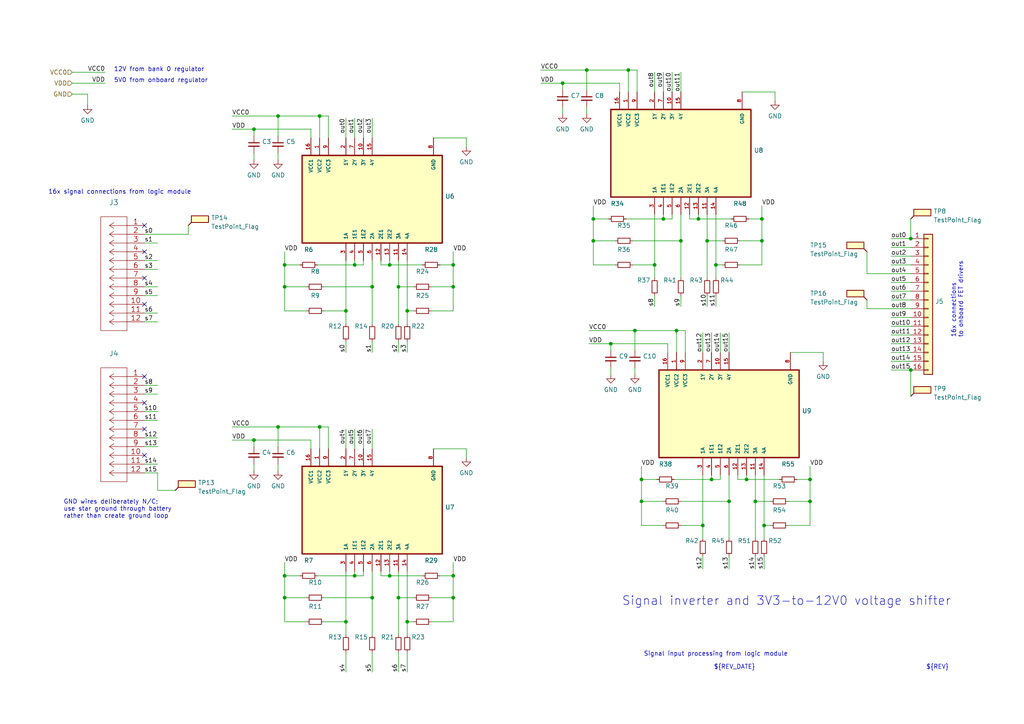
<source format=kicad_sch>
(kicad_sch (version 20211123) (generator eeschema)

  (uuid c90a08dd-bc3d-4253-99ed-f87f799bd596)

  (paper "A4")

  (lib_symbols
    (symbol "Aaron-Connectors:Molex-MicroLatch-53253-1270" (pin_names (offset 0.254) hide) (in_bom yes) (on_board yes)
      (property "Reference" "J" (id 0) (at 8.89 6.35 0)
        (effects (font (size 1.524 1.524)))
      )
      (property "Value" "Molex-MicroLatch-53253-1270" (id 1) (at 10.16 -31.75 0)
        (effects (font (size 1.524 1.524)))
      )
      (property "Footprint" "Aaron_THT:Molex-MicroLatch-53253-1270" (id 2) (at 8.89 -34.29 0)
        (effects (font (size 1.524 1.524)) hide)
      )
      (property "Datasheet" "https://www.molex.com/webdocs/datasheets/pdf/en-us/0532531270_PCB_HEADERS.pdf" (id 3) (at 5.08 8.89 0)
        (effects (font (size 1.524 1.524)) hide)
      )
      (property "MPN" "532531270" (id 4) (at 6.35 11.43 0)
        (effects (font (size 1.27 1.27)) hide)
      )
      (property "MANUFACTURER" "Molex" (id 5) (at 6.35 13.97 0)
        (effects (font (size 1.27 1.27)) hide)
      )
      (property "ki_description" "1x12 pin Molex Micro-Latch connector" (id 6) (at 0 0 0)
        (effects (font (size 1.27 1.27)) hide)
      )
      (property "ki_fp_filters" "CON_532531270_MOL" (id 7) (at 0 0 0)
        (effects (font (size 1.27 1.27)) hide)
      )
      (symbol "Molex-MicroLatch-53253-1270_1_1"
        (polyline
          (pts
            (xy 5.08 -30.48)
            (xy 12.7 -30.48)
          )
          (stroke (width 0.127) (type default) (color 0 0 0 0))
          (fill (type none))
        )
        (polyline
          (pts
            (xy 5.08 2.54)
            (xy 5.08 -30.48)
          )
          (stroke (width 0.127) (type default) (color 0 0 0 0))
          (fill (type none))
        )
        (polyline
          (pts
            (xy 10.16 -27.94)
            (xy 5.08 -27.94)
          )
          (stroke (width 0.127) (type default) (color 0 0 0 0))
          (fill (type none))
        )
        (polyline
          (pts
            (xy 10.16 -27.94)
            (xy 8.89 -28.7782)
          )
          (stroke (width 0.127) (type default) (color 0 0 0 0))
          (fill (type none))
        )
        (polyline
          (pts
            (xy 10.16 -27.94)
            (xy 8.89 -27.1018)
          )
          (stroke (width 0.127) (type default) (color 0 0 0 0))
          (fill (type none))
        )
        (polyline
          (pts
            (xy 10.16 -25.4)
            (xy 5.08 -25.4)
          )
          (stroke (width 0.127) (type default) (color 0 0 0 0))
          (fill (type none))
        )
        (polyline
          (pts
            (xy 10.16 -25.4)
            (xy 8.89 -26.2382)
          )
          (stroke (width 0.127) (type default) (color 0 0 0 0))
          (fill (type none))
        )
        (polyline
          (pts
            (xy 10.16 -25.4)
            (xy 8.89 -24.5618)
          )
          (stroke (width 0.127) (type default) (color 0 0 0 0))
          (fill (type none))
        )
        (polyline
          (pts
            (xy 10.16 -22.86)
            (xy 5.08 -22.86)
          )
          (stroke (width 0.127) (type default) (color 0 0 0 0))
          (fill (type none))
        )
        (polyline
          (pts
            (xy 10.16 -22.86)
            (xy 8.89 -23.6982)
          )
          (stroke (width 0.127) (type default) (color 0 0 0 0))
          (fill (type none))
        )
        (polyline
          (pts
            (xy 10.16 -22.86)
            (xy 8.89 -22.0218)
          )
          (stroke (width 0.127) (type default) (color 0 0 0 0))
          (fill (type none))
        )
        (polyline
          (pts
            (xy 10.16 -20.32)
            (xy 5.08 -20.32)
          )
          (stroke (width 0.127) (type default) (color 0 0 0 0))
          (fill (type none))
        )
        (polyline
          (pts
            (xy 10.16 -20.32)
            (xy 8.89 -21.1582)
          )
          (stroke (width 0.127) (type default) (color 0 0 0 0))
          (fill (type none))
        )
        (polyline
          (pts
            (xy 10.16 -20.32)
            (xy 8.89 -19.4818)
          )
          (stroke (width 0.127) (type default) (color 0 0 0 0))
          (fill (type none))
        )
        (polyline
          (pts
            (xy 10.16 -17.78)
            (xy 5.08 -17.78)
          )
          (stroke (width 0.127) (type default) (color 0 0 0 0))
          (fill (type none))
        )
        (polyline
          (pts
            (xy 10.16 -17.78)
            (xy 8.89 -18.6182)
          )
          (stroke (width 0.127) (type default) (color 0 0 0 0))
          (fill (type none))
        )
        (polyline
          (pts
            (xy 10.16 -17.78)
            (xy 8.89 -16.9418)
          )
          (stroke (width 0.127) (type default) (color 0 0 0 0))
          (fill (type none))
        )
        (polyline
          (pts
            (xy 10.16 -15.24)
            (xy 5.08 -15.24)
          )
          (stroke (width 0.127) (type default) (color 0 0 0 0))
          (fill (type none))
        )
        (polyline
          (pts
            (xy 10.16 -15.24)
            (xy 8.89 -16.0782)
          )
          (stroke (width 0.127) (type default) (color 0 0 0 0))
          (fill (type none))
        )
        (polyline
          (pts
            (xy 10.16 -15.24)
            (xy 8.89 -14.4018)
          )
          (stroke (width 0.127) (type default) (color 0 0 0 0))
          (fill (type none))
        )
        (polyline
          (pts
            (xy 10.16 -12.7)
            (xy 5.08 -12.7)
          )
          (stroke (width 0.127) (type default) (color 0 0 0 0))
          (fill (type none))
        )
        (polyline
          (pts
            (xy 10.16 -12.7)
            (xy 8.89 -13.5382)
          )
          (stroke (width 0.127) (type default) (color 0 0 0 0))
          (fill (type none))
        )
        (polyline
          (pts
            (xy 10.16 -12.7)
            (xy 8.89 -11.8618)
          )
          (stroke (width 0.127) (type default) (color 0 0 0 0))
          (fill (type none))
        )
        (polyline
          (pts
            (xy 10.16 -10.16)
            (xy 5.08 -10.16)
          )
          (stroke (width 0.127) (type default) (color 0 0 0 0))
          (fill (type none))
        )
        (polyline
          (pts
            (xy 10.16 -10.16)
            (xy 8.89 -10.9982)
          )
          (stroke (width 0.127) (type default) (color 0 0 0 0))
          (fill (type none))
        )
        (polyline
          (pts
            (xy 10.16 -10.16)
            (xy 8.89 -9.3218)
          )
          (stroke (width 0.127) (type default) (color 0 0 0 0))
          (fill (type none))
        )
        (polyline
          (pts
            (xy 10.16 -7.62)
            (xy 5.08 -7.62)
          )
          (stroke (width 0.127) (type default) (color 0 0 0 0))
          (fill (type none))
        )
        (polyline
          (pts
            (xy 10.16 -7.62)
            (xy 8.89 -8.4582)
          )
          (stroke (width 0.127) (type default) (color 0 0 0 0))
          (fill (type none))
        )
        (polyline
          (pts
            (xy 10.16 -7.62)
            (xy 8.89 -6.7818)
          )
          (stroke (width 0.127) (type default) (color 0 0 0 0))
          (fill (type none))
        )
        (polyline
          (pts
            (xy 10.16 -5.08)
            (xy 5.08 -5.08)
          )
          (stroke (width 0.127) (type default) (color 0 0 0 0))
          (fill (type none))
        )
        (polyline
          (pts
            (xy 10.16 -5.08)
            (xy 8.89 -5.9182)
          )
          (stroke (width 0.127) (type default) (color 0 0 0 0))
          (fill (type none))
        )
        (polyline
          (pts
            (xy 10.16 -5.08)
            (xy 8.89 -4.2418)
          )
          (stroke (width 0.127) (type default) (color 0 0 0 0))
          (fill (type none))
        )
        (polyline
          (pts
            (xy 10.16 -2.54)
            (xy 5.08 -2.54)
          )
          (stroke (width 0.127) (type default) (color 0 0 0 0))
          (fill (type none))
        )
        (polyline
          (pts
            (xy 10.16 -2.54)
            (xy 8.89 -3.3782)
          )
          (stroke (width 0.127) (type default) (color 0 0 0 0))
          (fill (type none))
        )
        (polyline
          (pts
            (xy 10.16 -2.54)
            (xy 8.89 -1.7018)
          )
          (stroke (width 0.127) (type default) (color 0 0 0 0))
          (fill (type none))
        )
        (polyline
          (pts
            (xy 10.16 0)
            (xy 5.08 0)
          )
          (stroke (width 0.127) (type default) (color 0 0 0 0))
          (fill (type none))
        )
        (polyline
          (pts
            (xy 10.16 0)
            (xy 8.89 -0.8382)
          )
          (stroke (width 0.127) (type default) (color 0 0 0 0))
          (fill (type none))
        )
        (polyline
          (pts
            (xy 10.16 0)
            (xy 8.89 0.8382)
          )
          (stroke (width 0.127) (type default) (color 0 0 0 0))
          (fill (type none))
        )
        (polyline
          (pts
            (xy 12.7 -30.48)
            (xy 12.7 2.54)
          )
          (stroke (width 0.127) (type default) (color 0 0 0 0))
          (fill (type none))
        )
        (polyline
          (pts
            (xy 12.7 2.54)
            (xy 5.08 2.54)
          )
          (stroke (width 0.127) (type default) (color 0 0 0 0))
          (fill (type none))
        )
        (pin passive line (at 0 0 0) (length 5.08)
          (name "1" (effects (font (size 1.4986 1.4986))))
          (number "1" (effects (font (size 1.4986 1.4986))))
        )
        (pin passive line (at 0 -22.86 0) (length 5.08)
          (name "10" (effects (font (size 1.4986 1.4986))))
          (number "10" (effects (font (size 1.4986 1.4986))))
        )
        (pin passive line (at 0 -25.4 0) (length 5.08)
          (name "11" (effects (font (size 1.4986 1.4986))))
          (number "11" (effects (font (size 1.4986 1.4986))))
        )
        (pin passive line (at 0 -27.94 0) (length 5.08)
          (name "12" (effects (font (size 1.4986 1.4986))))
          (number "12" (effects (font (size 1.4986 1.4986))))
        )
        (pin passive line (at 0 -2.54 0) (length 5.08)
          (name "2" (effects (font (size 1.4986 1.4986))))
          (number "2" (effects (font (size 1.4986 1.4986))))
        )
        (pin passive line (at 0 -5.08 0) (length 5.08)
          (name "3" (effects (font (size 1.4986 1.4986))))
          (number "3" (effects (font (size 1.4986 1.4986))))
        )
        (pin passive line (at 0 -7.62 0) (length 5.08)
          (name "4" (effects (font (size 1.4986 1.4986))))
          (number "4" (effects (font (size 1.4986 1.4986))))
        )
        (pin passive line (at 0 -10.16 0) (length 5.08)
          (name "5" (effects (font (size 1.4986 1.4986))))
          (number "5" (effects (font (size 1.4986 1.4986))))
        )
        (pin passive line (at 0 -12.7 0) (length 5.08)
          (name "6" (effects (font (size 1.4986 1.4986))))
          (number "6" (effects (font (size 1.4986 1.4986))))
        )
        (pin passive line (at 0 -15.24 0) (length 5.08)
          (name "7" (effects (font (size 1.4986 1.4986))))
          (number "7" (effects (font (size 1.4986 1.4986))))
        )
        (pin passive line (at 0 -17.78 0) (length 5.08)
          (name "8" (effects (font (size 1.4986 1.4986))))
          (number "8" (effects (font (size 1.4986 1.4986))))
        )
        (pin passive line (at 0 -20.32 0) (length 5.08)
          (name "9" (effects (font (size 1.4986 1.4986))))
          (number "9" (effects (font (size 1.4986 1.4986))))
        )
      )
    )
    (symbol "Aaron-MOSFET-Drivers:SN75374N" (pin_names (offset 1.016)) (in_bom yes) (on_board yes)
      (property "Reference" "U" (id 0) (at -12.7 21.3106 0)
        (effects (font (size 1.27 1.27)) (justify left bottom))
      )
      (property "Value" "SN75374N" (id 1) (at -12.7 -24.3078 0)
        (effects (font (size 1.27 1.27)) (justify left bottom))
      )
      (property "Footprint" "Aaron_TI_Parts:TI_N_R-PDIP-T16" (id 2) (at 0 0 0)
        (effects (font (size 1.27 1.27)) (justify left bottom) hide)
      )
      (property "Datasheet" "https://www.ti.com/lit/ds/symlink/sn75374.pdf" (id 3) (at 0 0 0)
        (effects (font (size 1.27 1.27)) (justify left bottom) hide)
      )
      (property "ki_keywords" "MOSFET Power" (id 4) (at 0 0 0)
        (effects (font (size 1.27 1.27)) hide)
      )
      (property "ki_description" "Quad MOSFET Driver (inverting)" (id 5) (at 0 0 0)
        (effects (font (size 1.27 1.27)) hide)
      )
      (symbol "SN75374N_0_0"
        (rectangle (start -12.7 -20.32) (end 12.7 20.32)
          (stroke (width 0.4064) (type default) (color 0 0 0 0))
          (fill (type background))
        )
        (pin power_in line (at 17.78 15.24 180) (length 5.08)
          (name "VCC2" (effects (font (size 1.016 1.016))))
          (number "1" (effects (font (size 1.016 1.016))))
        )
        (pin output line (at 17.78 2.54 180) (length 5.08)
          (name "3Y" (effects (font (size 1.016 1.016))))
          (number "10" (effects (font (size 1.016 1.016))))
        )
        (pin input line (at -17.78 -7.62 0) (length 5.08)
          (name "3A" (effects (font (size 1.016 1.016))))
          (number "11" (effects (font (size 1.016 1.016))))
        )
        (pin input line (at -17.78 -2.54 0) (length 5.08)
          (name "2E1" (effects (font (size 1.016 1.016))))
          (number "12" (effects (font (size 1.016 1.016))))
        )
        (pin input line (at -17.78 -5.08 0) (length 5.08)
          (name "2E2" (effects (font (size 1.016 1.016))))
          (number "13" (effects (font (size 1.016 1.016))))
        )
        (pin input line (at -17.78 -10.16 0) (length 5.08)
          (name "4A" (effects (font (size 1.016 1.016))))
          (number "14" (effects (font (size 1.016 1.016))))
        )
        (pin output line (at 17.78 0 180) (length 5.08)
          (name "4Y" (effects (font (size 1.016 1.016))))
          (number "15" (effects (font (size 1.016 1.016))))
        )
        (pin power_in line (at 17.78 17.78 180) (length 5.08)
          (name "VCC1" (effects (font (size 1.016 1.016))))
          (number "16" (effects (font (size 1.016 1.016))))
        )
        (pin output line (at 17.78 7.62 180) (length 5.08)
          (name "1Y" (effects (font (size 1.016 1.016))))
          (number "2" (effects (font (size 1.016 1.016))))
        )
        (pin input line (at -17.78 7.62 0) (length 5.08)
          (name "1A" (effects (font (size 1.016 1.016))))
          (number "3" (effects (font (size 1.016 1.016))))
        )
        (pin input line (at -17.78 5.08 0) (length 5.08)
          (name "1E1" (effects (font (size 1.016 1.016))))
          (number "4" (effects (font (size 1.016 1.016))))
        )
        (pin input line (at -17.78 2.54 0) (length 5.08)
          (name "1E2" (effects (font (size 1.016 1.016))))
          (number "5" (effects (font (size 1.016 1.016))))
        )
        (pin input line (at -17.78 0 0) (length 5.08)
          (name "2A" (effects (font (size 1.016 1.016))))
          (number "6" (effects (font (size 1.016 1.016))))
        )
        (pin output line (at 17.78 5.08 180) (length 5.08)
          (name "2Y" (effects (font (size 1.016 1.016))))
          (number "7" (effects (font (size 1.016 1.016))))
        )
        (pin power_in line (at 17.78 -17.78 180) (length 5.08)
          (name "GND" (effects (font (size 1.016 1.016))))
          (number "8" (effects (font (size 1.016 1.016))))
        )
        (pin power_in line (at 17.78 12.7 180) (length 5.08)
          (name "VCC3" (effects (font (size 1.016 1.016))))
          (number "9" (effects (font (size 1.016 1.016))))
        )
      )
    )
    (symbol "Connector:TestPoint_Flag" (pin_numbers hide) (pin_names (offset 0.762) hide) (in_bom yes) (on_board yes)
      (property "Reference" "TP" (id 0) (at 3.429 1.778 0)
        (effects (font (size 1.27 1.27)))
      )
      (property "Value" "TestPoint_Flag" (id 1) (at 3.302 4.191 0)
        (effects (font (size 1.27 1.27)))
      )
      (property "Footprint" "" (id 2) (at 5.08 0 0)
        (effects (font (size 1.27 1.27)) hide)
      )
      (property "Datasheet" "~" (id 3) (at 5.08 0 0)
        (effects (font (size 1.27 1.27)) hide)
      )
      (property "ki_keywords" "test point tp" (id 4) (at 0 0 0)
        (effects (font (size 1.27 1.27)) hide)
      )
      (property "ki_description" "test point (alternative flag-style design)" (id 5) (at 0 0 0)
        (effects (font (size 1.27 1.27)) hide)
      )
      (property "ki_fp_filters" "Pin* Test*" (id 6) (at 0 0 0)
        (effects (font (size 1.27 1.27)) hide)
      )
      (symbol "TestPoint_Flag_0_1"
        (polyline
          (pts
            (xy 0 0)
            (xy 0.889 0.889)
          )
          (stroke (width 0.254) (type default) (color 0 0 0 0))
          (fill (type none))
        )
        (rectangle (start 0.889 2.794) (end 5.842 0.889)
          (stroke (width 0.254) (type default) (color 0 0 0 0))
          (fill (type background))
        )
      )
      (symbol "TestPoint_Flag_1_1"
        (pin passive line (at 0 0 90) (length 0)
          (name "1" (effects (font (size 1.27 1.27))))
          (number "1" (effects (font (size 1.27 1.27))))
        )
      )
    )
    (symbol "Connector_Generic:Conn_01x16" (pin_names (offset 1.016) hide) (in_bom yes) (on_board yes)
      (property "Reference" "J" (id 0) (at 0 20.32 0)
        (effects (font (size 1.27 1.27)))
      )
      (property "Value" "Conn_01x16" (id 1) (at 0 -22.86 0)
        (effects (font (size 1.27 1.27)))
      )
      (property "Footprint" "" (id 2) (at 0 0 0)
        (effects (font (size 1.27 1.27)) hide)
      )
      (property "Datasheet" "~" (id 3) (at 0 0 0)
        (effects (font (size 1.27 1.27)) hide)
      )
      (property "ki_keywords" "connector" (id 4) (at 0 0 0)
        (effects (font (size 1.27 1.27)) hide)
      )
      (property "ki_description" "Generic connector, single row, 01x16, script generated (kicad-library-utils/schlib/autogen/connector/)" (id 5) (at 0 0 0)
        (effects (font (size 1.27 1.27)) hide)
      )
      (property "ki_fp_filters" "Connector*:*_1x??_*" (id 6) (at 0 0 0)
        (effects (font (size 1.27 1.27)) hide)
      )
      (symbol "Conn_01x16_1_1"
        (rectangle (start -1.27 -20.193) (end 0 -20.447)
          (stroke (width 0.1524) (type default) (color 0 0 0 0))
          (fill (type none))
        )
        (rectangle (start -1.27 -17.653) (end 0 -17.907)
          (stroke (width 0.1524) (type default) (color 0 0 0 0))
          (fill (type none))
        )
        (rectangle (start -1.27 -15.113) (end 0 -15.367)
          (stroke (width 0.1524) (type default) (color 0 0 0 0))
          (fill (type none))
        )
        (rectangle (start -1.27 -12.573) (end 0 -12.827)
          (stroke (width 0.1524) (type default) (color 0 0 0 0))
          (fill (type none))
        )
        (rectangle (start -1.27 -10.033) (end 0 -10.287)
          (stroke (width 0.1524) (type default) (color 0 0 0 0))
          (fill (type none))
        )
        (rectangle (start -1.27 -7.493) (end 0 -7.747)
          (stroke (width 0.1524) (type default) (color 0 0 0 0))
          (fill (type none))
        )
        (rectangle (start -1.27 -4.953) (end 0 -5.207)
          (stroke (width 0.1524) (type default) (color 0 0 0 0))
          (fill (type none))
        )
        (rectangle (start -1.27 -2.413) (end 0 -2.667)
          (stroke (width 0.1524) (type default) (color 0 0 0 0))
          (fill (type none))
        )
        (rectangle (start -1.27 0.127) (end 0 -0.127)
          (stroke (width 0.1524) (type default) (color 0 0 0 0))
          (fill (type none))
        )
        (rectangle (start -1.27 2.667) (end 0 2.413)
          (stroke (width 0.1524) (type default) (color 0 0 0 0))
          (fill (type none))
        )
        (rectangle (start -1.27 5.207) (end 0 4.953)
          (stroke (width 0.1524) (type default) (color 0 0 0 0))
          (fill (type none))
        )
        (rectangle (start -1.27 7.747) (end 0 7.493)
          (stroke (width 0.1524) (type default) (color 0 0 0 0))
          (fill (type none))
        )
        (rectangle (start -1.27 10.287) (end 0 10.033)
          (stroke (width 0.1524) (type default) (color 0 0 0 0))
          (fill (type none))
        )
        (rectangle (start -1.27 12.827) (end 0 12.573)
          (stroke (width 0.1524) (type default) (color 0 0 0 0))
          (fill (type none))
        )
        (rectangle (start -1.27 15.367) (end 0 15.113)
          (stroke (width 0.1524) (type default) (color 0 0 0 0))
          (fill (type none))
        )
        (rectangle (start -1.27 17.907) (end 0 17.653)
          (stroke (width 0.1524) (type default) (color 0 0 0 0))
          (fill (type none))
        )
        (rectangle (start -1.27 19.05) (end 1.27 -21.59)
          (stroke (width 0.254) (type default) (color 0 0 0 0))
          (fill (type background))
        )
        (pin passive line (at -5.08 17.78 0) (length 3.81)
          (name "Pin_1" (effects (font (size 1.27 1.27))))
          (number "1" (effects (font (size 1.27 1.27))))
        )
        (pin passive line (at -5.08 -5.08 0) (length 3.81)
          (name "Pin_10" (effects (font (size 1.27 1.27))))
          (number "10" (effects (font (size 1.27 1.27))))
        )
        (pin passive line (at -5.08 -7.62 0) (length 3.81)
          (name "Pin_11" (effects (font (size 1.27 1.27))))
          (number "11" (effects (font (size 1.27 1.27))))
        )
        (pin passive line (at -5.08 -10.16 0) (length 3.81)
          (name "Pin_12" (effects (font (size 1.27 1.27))))
          (number "12" (effects (font (size 1.27 1.27))))
        )
        (pin passive line (at -5.08 -12.7 0) (length 3.81)
          (name "Pin_13" (effects (font (size 1.27 1.27))))
          (number "13" (effects (font (size 1.27 1.27))))
        )
        (pin passive line (at -5.08 -15.24 0) (length 3.81)
          (name "Pin_14" (effects (font (size 1.27 1.27))))
          (number "14" (effects (font (size 1.27 1.27))))
        )
        (pin passive line (at -5.08 -17.78 0) (length 3.81)
          (name "Pin_15" (effects (font (size 1.27 1.27))))
          (number "15" (effects (font (size 1.27 1.27))))
        )
        (pin passive line (at -5.08 -20.32 0) (length 3.81)
          (name "Pin_16" (effects (font (size 1.27 1.27))))
          (number "16" (effects (font (size 1.27 1.27))))
        )
        (pin passive line (at -5.08 15.24 0) (length 3.81)
          (name "Pin_2" (effects (font (size 1.27 1.27))))
          (number "2" (effects (font (size 1.27 1.27))))
        )
        (pin passive line (at -5.08 12.7 0) (length 3.81)
          (name "Pin_3" (effects (font (size 1.27 1.27))))
          (number "3" (effects (font (size 1.27 1.27))))
        )
        (pin passive line (at -5.08 10.16 0) (length 3.81)
          (name "Pin_4" (effects (font (size 1.27 1.27))))
          (number "4" (effects (font (size 1.27 1.27))))
        )
        (pin passive line (at -5.08 7.62 0) (length 3.81)
          (name "Pin_5" (effects (font (size 1.27 1.27))))
          (number "5" (effects (font (size 1.27 1.27))))
        )
        (pin passive line (at -5.08 5.08 0) (length 3.81)
          (name "Pin_6" (effects (font (size 1.27 1.27))))
          (number "6" (effects (font (size 1.27 1.27))))
        )
        (pin passive line (at -5.08 2.54 0) (length 3.81)
          (name "Pin_7" (effects (font (size 1.27 1.27))))
          (number "7" (effects (font (size 1.27 1.27))))
        )
        (pin passive line (at -5.08 0 0) (length 3.81)
          (name "Pin_8" (effects (font (size 1.27 1.27))))
          (number "8" (effects (font (size 1.27 1.27))))
        )
        (pin passive line (at -5.08 -2.54 0) (length 3.81)
          (name "Pin_9" (effects (font (size 1.27 1.27))))
          (number "9" (effects (font (size 1.27 1.27))))
        )
      )
    )
    (symbol "Device:C_Small" (pin_numbers hide) (pin_names (offset 0.254) hide) (in_bom yes) (on_board yes)
      (property "Reference" "C" (id 0) (at 0.254 1.778 0)
        (effects (font (size 1.27 1.27)) (justify left))
      )
      (property "Value" "C_Small" (id 1) (at 0.254 -2.032 0)
        (effects (font (size 1.27 1.27)) (justify left))
      )
      (property "Footprint" "" (id 2) (at 0 0 0)
        (effects (font (size 1.27 1.27)) hide)
      )
      (property "Datasheet" "~" (id 3) (at 0 0 0)
        (effects (font (size 1.27 1.27)) hide)
      )
      (property "ki_keywords" "capacitor cap" (id 4) (at 0 0 0)
        (effects (font (size 1.27 1.27)) hide)
      )
      (property "ki_description" "Unpolarized capacitor, small symbol" (id 5) (at 0 0 0)
        (effects (font (size 1.27 1.27)) hide)
      )
      (property "ki_fp_filters" "C_*" (id 6) (at 0 0 0)
        (effects (font (size 1.27 1.27)) hide)
      )
      (symbol "C_Small_0_1"
        (polyline
          (pts
            (xy -1.524 -0.508)
            (xy 1.524 -0.508)
          )
          (stroke (width 0.3302) (type default) (color 0 0 0 0))
          (fill (type none))
        )
        (polyline
          (pts
            (xy -1.524 0.508)
            (xy 1.524 0.508)
          )
          (stroke (width 0.3048) (type default) (color 0 0 0 0))
          (fill (type none))
        )
      )
      (symbol "C_Small_1_1"
        (pin passive line (at 0 2.54 270) (length 2.032)
          (name "~" (effects (font (size 1.27 1.27))))
          (number "1" (effects (font (size 1.27 1.27))))
        )
        (pin passive line (at 0 -2.54 90) (length 2.032)
          (name "~" (effects (font (size 1.27 1.27))))
          (number "2" (effects (font (size 1.27 1.27))))
        )
      )
    )
    (symbol "Device:R_Small" (pin_numbers hide) (pin_names (offset 0.254) hide) (in_bom yes) (on_board yes)
      (property "Reference" "R" (id 0) (at 0.762 0.508 0)
        (effects (font (size 1.27 1.27)) (justify left))
      )
      (property "Value" "R_Small" (id 1) (at 0.762 -1.016 0)
        (effects (font (size 1.27 1.27)) (justify left))
      )
      (property "Footprint" "" (id 2) (at 0 0 0)
        (effects (font (size 1.27 1.27)) hide)
      )
      (property "Datasheet" "~" (id 3) (at 0 0 0)
        (effects (font (size 1.27 1.27)) hide)
      )
      (property "ki_keywords" "R resistor" (id 4) (at 0 0 0)
        (effects (font (size 1.27 1.27)) hide)
      )
      (property "ki_description" "Resistor, small symbol" (id 5) (at 0 0 0)
        (effects (font (size 1.27 1.27)) hide)
      )
      (property "ki_fp_filters" "R_*" (id 6) (at 0 0 0)
        (effects (font (size 1.27 1.27)) hide)
      )
      (symbol "R_Small_0_1"
        (rectangle (start -0.762 1.778) (end 0.762 -1.778)
          (stroke (width 0.2032) (type default) (color 0 0 0 0))
          (fill (type none))
        )
      )
      (symbol "R_Small_1_1"
        (pin passive line (at 0 2.54 270) (length 0.762)
          (name "~" (effects (font (size 1.27 1.27))))
          (number "1" (effects (font (size 1.27 1.27))))
        )
        (pin passive line (at 0 -2.54 90) (length 0.762)
          (name "~" (effects (font (size 1.27 1.27))))
          (number "2" (effects (font (size 1.27 1.27))))
        )
      )
    )
    (symbol "power:GND" (power) (pin_names (offset 0)) (in_bom yes) (on_board yes)
      (property "Reference" "#PWR" (id 0) (at 0 -6.35 0)
        (effects (font (size 1.27 1.27)) hide)
      )
      (property "Value" "GND" (id 1) (at 0 -3.81 0)
        (effects (font (size 1.27 1.27)))
      )
      (property "Footprint" "" (id 2) (at 0 0 0)
        (effects (font (size 1.27 1.27)) hide)
      )
      (property "Datasheet" "" (id 3) (at 0 0 0)
        (effects (font (size 1.27 1.27)) hide)
      )
      (property "ki_keywords" "power-flag" (id 4) (at 0 0 0)
        (effects (font (size 1.27 1.27)) hide)
      )
      (property "ki_description" "Power symbol creates a global label with name \"GND\" , ground" (id 5) (at 0 0 0)
        (effects (font (size 1.27 1.27)) hide)
      )
      (symbol "GND_0_1"
        (polyline
          (pts
            (xy 0 0)
            (xy 0 -1.27)
            (xy 1.27 -1.27)
            (xy 0 -2.54)
            (xy -1.27 -1.27)
            (xy 0 -1.27)
          )
          (stroke (width 0) (type default) (color 0 0 0 0))
          (fill (type none))
        )
      )
      (symbol "GND_1_1"
        (pin power_in line (at 0 0 270) (length 0) hide
          (name "GND" (effects (font (size 1.27 1.27))))
          (number "1" (effects (font (size 1.27 1.27))))
        )
      )
    )
  )

  (junction (at 82.55 76.835) (diameter 0) (color 0 0 0 0)
    (uuid 05bc6893-61ff-4735-b846-6790dfaeb706)
  )
  (junction (at 211.455 145.415) (diameter 0) (color 0 0 0 0)
    (uuid 15fab1bb-1872-4483-99dd-15afbfb545b0)
  )
  (junction (at 82.55 83.185) (diameter 0) (color 0 0 0 0)
    (uuid 18264303-9eae-42df-85ef-483509c896df)
  )
  (junction (at 131.445 167.005) (diameter 0) (color 0 0 0 0)
    (uuid 1bef3f81-e19f-41d7-9ff5-0684b9ef0127)
  )
  (junction (at 177.165 99.695) (diameter 0) (color 0 0 0 0)
    (uuid 1cebb890-c14a-4478-b309-c9b004d732f9)
  )
  (junction (at 115.57 83.185) (diameter 0) (color 0 0 0 0)
    (uuid 24e86901-c595-478b-a878-4160ca7bb4d9)
  )
  (junction (at 102.87 167.005) (diameter 0) (color 0 0 0 0)
    (uuid 25323be0-2648-4426-ae40-4a03877c5361)
  )
  (junction (at 221.615 152.4) (diameter 0) (color 0 0 0 0)
    (uuid 2a656e30-775a-441e-81a4-2d2037336a2b)
  )
  (junction (at 186.055 145.415) (diameter 0) (color 0 0 0 0)
    (uuid 2b1a24b2-9513-4c0e-aecf-59c4ebd6b077)
  )
  (junction (at 115.57 173.355) (diameter 0) (color 0 0 0 0)
    (uuid 2b1a325d-7957-42ac-a4b3-d4da6f78b925)
  )
  (junction (at 100.33 180.34) (diameter 0) (color 0 0 0 0)
    (uuid 2e6cc5f6-463a-4f5e-9ae9-a9a1ec2bceef)
  )
  (junction (at 184.15 95.885) (diameter 0) (color 0 0 0 0)
    (uuid 2f367766-27fb-46b6-8d8d-ef69bcde9478)
  )
  (junction (at 216.535 139.065) (diameter 0) (color 0 0 0 0)
    (uuid 2f5d707d-94e9-4c22-990c-78554e3dadb7)
  )
  (junction (at 172.085 69.85) (diameter 0) (color 0 0 0 0)
    (uuid 307de338-be91-43d8-9768-828f0af5ac38)
  )
  (junction (at 92.71 123.825) (diameter 0) (color 0 0 0 0)
    (uuid 30edf785-ce66-485e-8cc7-6ef2c7a4c7e4)
  )
  (junction (at 196.215 95.885) (diameter 0) (color 0 0 0 0)
    (uuid 335dbad5-3dd1-4261-a1f5-224beac2593a)
  )
  (junction (at 163.195 24.13) (diameter 0) (color 0 0 0 0)
    (uuid 36785cb2-0dde-4b3d-9167-2710d16cbd89)
  )
  (junction (at 264.16 107.315) (diameter 0) (color 0 0 0 0)
    (uuid 40c2f9c3-3c62-4d21-b2d5-bd2d6b31a6dc)
  )
  (junction (at 205.105 69.85) (diameter 0) (color 0 0 0 0)
    (uuid 4252e5d9-84eb-4a7d-bb0b-899435dc3e13)
  )
  (junction (at 131.445 83.185) (diameter 0) (color 0 0 0 0)
    (uuid 43b4502e-6f17-479a-89a3-834f825fd2a4)
  )
  (junction (at 113.03 167.005) (diameter 0) (color 0 0 0 0)
    (uuid 4523fec3-e759-4e4f-b90d-1d18d8c22460)
  )
  (junction (at 234.95 139.065) (diameter 0) (color 0 0 0 0)
    (uuid 465016a5-8db7-4c1e-b2d9-9d8095a7abca)
  )
  (junction (at 82.55 167.005) (diameter 0) (color 0 0 0 0)
    (uuid 4fe0ffd2-8952-4f98-8336-a2a43e0629c0)
  )
  (junction (at 73.66 37.465) (diameter 0) (color 0 0 0 0)
    (uuid 577ff534-604b-48e0-adf3-3205c3889808)
  )
  (junction (at 170.18 20.32) (diameter 0) (color 0 0 0 0)
    (uuid 68bf5bf1-07ce-4deb-be7d-9d49626335f8)
  )
  (junction (at 186.055 139.065) (diameter 0) (color 0 0 0 0)
    (uuid 6fa58838-638f-4ca6-971b-01370b61b362)
  )
  (junction (at 197.485 69.85) (diameter 0) (color 0 0 0 0)
    (uuid 7a5576c2-9720-466b-b4cc-c6bb61d1bd6f)
  )
  (junction (at 172.085 63.5) (diameter 0) (color 0 0 0 0)
    (uuid 7f516082-f93e-4475-b07b-1ad5e3600de6)
  )
  (junction (at 82.55 173.355) (diameter 0) (color 0 0 0 0)
    (uuid 80c2db3c-8605-4193-b505-1771763579f1)
  )
  (junction (at 80.645 33.655) (diameter 0) (color 0 0 0 0)
    (uuid 80da17e5-2996-47f1-8f02-6fae600af2eb)
  )
  (junction (at 219.075 145.415) (diameter 0) (color 0 0 0 0)
    (uuid 84574344-7788-483d-b8dd-37eedaa70aae)
  )
  (junction (at 203.835 152.4) (diameter 0) (color 0 0 0 0)
    (uuid 881b4c76-e44b-4193-b47e-fa71204d3957)
  )
  (junction (at 107.95 83.185) (diameter 0) (color 0 0 0 0)
    (uuid 88f7ec07-ca48-4f56-a78c-8c6e58b81665)
  )
  (junction (at 100.33 90.17) (diameter 0) (color 0 0 0 0)
    (uuid 8c47ef11-643c-491d-913d-b3789aa8f19a)
  )
  (junction (at 102.87 76.835) (diameter 0) (color 0 0 0 0)
    (uuid 8ff3efe0-2fa7-4ff8-92cf-96d2f2296eef)
  )
  (junction (at 118.11 90.17) (diameter 0) (color 0 0 0 0)
    (uuid 90f00546-b3bc-469d-87c5-8399a805c8fa)
  )
  (junction (at 264.16 69.215) (diameter 0) (color 0 0 0 0)
    (uuid 958bb685-83db-4525-8a2d-0777a09b33c9)
  )
  (junction (at 118.11 180.34) (diameter 0) (color 0 0 0 0)
    (uuid 9b170056-f39e-4b1c-9941-4ab9edb62f37)
  )
  (junction (at 220.98 63.5) (diameter 0) (color 0 0 0 0)
    (uuid 9d9ccaac-a095-407e-a89b-0648d1f300e6)
  )
  (junction (at 207.645 76.835) (diameter 0) (color 0 0 0 0)
    (uuid 9e07fca6-47fc-4dff-bd75-17568595bc01)
  )
  (junction (at 131.445 173.355) (diameter 0) (color 0 0 0 0)
    (uuid 9e1ebab1-5203-408a-ac5e-5f44c535d389)
  )
  (junction (at 182.245 20.32) (diameter 0) (color 0 0 0 0)
    (uuid a5b79df9-14ca-4b5f-af0d-4bac910b4594)
  )
  (junction (at 80.645 123.825) (diameter 0) (color 0 0 0 0)
    (uuid acd1b4ae-6ec4-4b92-8b01-8dc58325a7bb)
  )
  (junction (at 189.865 76.835) (diameter 0) (color 0 0 0 0)
    (uuid b362319c-0a80-4d18-a344-15fa49977625)
  )
  (junction (at 131.445 76.835) (diameter 0) (color 0 0 0 0)
    (uuid b8bdfeb1-4aa5-46ba-9eb8-f986a47a03aa)
  )
  (junction (at 234.95 145.415) (diameter 0) (color 0 0 0 0)
    (uuid ba24dc42-3048-4c0b-b3bd-21cb5fb797c6)
  )
  (junction (at 107.95 173.355) (diameter 0) (color 0 0 0 0)
    (uuid bcbbda5a-92a4-43ac-927c-c83d3be88072)
  )
  (junction (at 92.71 33.655) (diameter 0) (color 0 0 0 0)
    (uuid c2f9ad8f-ac82-4af2-a127-1dcce9dfd5f2)
  )
  (junction (at 206.375 139.065) (diameter 0) (color 0 0 0 0)
    (uuid db48d5ca-74c3-4722-9d2a-bcc92f6bb50f)
  )
  (junction (at 113.03 76.835) (diameter 0) (color 0 0 0 0)
    (uuid dd69a075-c145-4d67-a41e-c830b8bbc682)
  )
  (junction (at 73.66 127.635) (diameter 0) (color 0 0 0 0)
    (uuid e23dad70-a4ff-4ce8-8d84-a51e31f3fc2c)
  )
  (junction (at 220.98 69.85) (diameter 0) (color 0 0 0 0)
    (uuid e6df9d7f-91c7-4ba4-99f7-d26812c61864)
  )
  (junction (at 202.565 63.5) (diameter 0) (color 0 0 0 0)
    (uuid e9e07d2c-2acf-456f-b3df-1d12c69ffe21)
  )
  (junction (at 192.405 63.5) (diameter 0) (color 0 0 0 0)
    (uuid eb472fff-3994-4e79-ad86-b670aee4db8d)
  )

  (no_connect (at 41.91 124.46) (uuid 28fc7f2e-7292-436c-bee9-6ecfd1367638))
  (no_connect (at 41.91 132.08) (uuid 28fc7f2e-7292-436c-bee9-6ecfd1367639))
  (no_connect (at 41.91 88.265) (uuid 28fc7f2e-7292-436c-bee9-6ecfd136763a))
  (no_connect (at 41.91 80.645) (uuid 28fc7f2e-7292-436c-bee9-6ecfd136763b))
  (no_connect (at 41.91 116.84) (uuid 28fc7f2e-7292-436c-bee9-6ecfd136763c))
  (no_connect (at 41.91 109.22) (uuid 28fc7f2e-7292-436c-bee9-6ecfd136763d))
  (no_connect (at 41.91 73.025) (uuid 28fc7f2e-7292-436c-bee9-6ecfd136763e))
  (no_connect (at 41.91 65.405) (uuid 28fc7f2e-7292-436c-bee9-6ecfd136763f))

  (wire (pts (xy 107.95 165.735) (xy 107.95 173.355))
    (stroke (width 0) (type default) (color 0 0 0 0))
    (uuid 000678b7-bdec-47d9-80df-68cb85647268)
  )
  (wire (pts (xy 127.635 167.005) (xy 131.445 167.005))
    (stroke (width 0) (type default) (color 0 0 0 0))
    (uuid 00350078-68c0-450a-a89f-9128ae2f3edb)
  )
  (wire (pts (xy 41.91 83.185) (xy 45.72 83.185))
    (stroke (width 0) (type default) (color 0 0 0 0))
    (uuid 02f08ea2-06e1-442e-9b35-8a9efee1adc4)
  )
  (wire (pts (xy 211.455 161.29) (xy 211.455 165.1))
    (stroke (width 0) (type default) (color 0 0 0 0))
    (uuid 037472e1-7e63-48c3-948c-58c26499df63)
  )
  (wire (pts (xy 107.95 75.565) (xy 107.95 83.185))
    (stroke (width 0) (type default) (color 0 0 0 0))
    (uuid 04604589-df84-4771-a87a-239f3f5e07f5)
  )
  (wire (pts (xy 219.075 165.1) (xy 219.075 161.29))
    (stroke (width 0) (type default) (color 0 0 0 0))
    (uuid 058e104d-05ba-4ea9-b145-18107eb05e80)
  )
  (wire (pts (xy 115.57 102.235) (xy 115.57 99.06))
    (stroke (width 0) (type default) (color 0 0 0 0))
    (uuid 0664b3f3-7195-4e2e-8f09-0c7c52119e3b)
  )
  (wire (pts (xy 41.91 67.945) (xy 54.61 67.945))
    (stroke (width 0) (type default) (color 0 0 0 0))
    (uuid 071d9c28-8ada-4700-883e-3162a8d61d9e)
  )
  (wire (pts (xy 234.95 139.065) (xy 234.95 145.415))
    (stroke (width 0) (type default) (color 0 0 0 0))
    (uuid 07922518-5ab7-4259-9a8a-b4aeb10845fd)
  )
  (wire (pts (xy 221.615 165.1) (xy 221.615 161.29))
    (stroke (width 0) (type default) (color 0 0 0 0))
    (uuid 095700a3-fa11-49f9-aa2a-477f2048b8af)
  )
  (wire (pts (xy 192.405 152.4) (xy 186.055 152.4))
    (stroke (width 0) (type default) (color 0 0 0 0))
    (uuid 09bb16a7-8952-4f32-b391-453581afa64b)
  )
  (wire (pts (xy 82.55 173.355) (xy 82.55 180.34))
    (stroke (width 0) (type default) (color 0 0 0 0))
    (uuid 09e7c959-c12f-4718-9f77-e6a48ba4c484)
  )
  (wire (pts (xy 131.445 167.005) (xy 131.445 163.195))
    (stroke (width 0) (type default) (color 0 0 0 0))
    (uuid 0a516e57-1125-4603-a55f-f4343b60e669)
  )
  (wire (pts (xy 219.075 145.415) (xy 219.075 137.795))
    (stroke (width 0) (type default) (color 0 0 0 0))
    (uuid 0ac7068d-2967-4048-8daa-982673cfee61)
  )
  (wire (pts (xy 105.41 34.29) (xy 105.41 40.005))
    (stroke (width 0) (type default) (color 0 0 0 0))
    (uuid 0af55e2e-923d-4a19-87b9-8bdd6c28a665)
  )
  (wire (pts (xy 208.915 96.52) (xy 208.915 102.235))
    (stroke (width 0) (type default) (color 0 0 0 0))
    (uuid 0db8fdee-82bd-4985-b207-cb76b2b33dcd)
  )
  (wire (pts (xy 186.055 139.065) (xy 186.055 145.415))
    (stroke (width 0) (type default) (color 0 0 0 0))
    (uuid 0e0bd44f-0275-4b2b-a641-3bfe29b663ab)
  )
  (wire (pts (xy 196.215 95.885) (xy 196.215 102.235))
    (stroke (width 0) (type default) (color 0 0 0 0))
    (uuid 0e6c09e9-fa79-4a40-9793-637d216d5428)
  )
  (wire (pts (xy 205.105 69.85) (xy 209.55 69.85))
    (stroke (width 0) (type default) (color 0 0 0 0))
    (uuid 0ed71261-abbe-4ba0-9fea-6e2986fbf49f)
  )
  (wire (pts (xy 118.11 194.945) (xy 118.11 189.23))
    (stroke (width 0) (type default) (color 0 0 0 0))
    (uuid 116529b2-0737-47df-9e83-58c96d08de5f)
  )
  (wire (pts (xy 41.91 119.38) (xy 45.72 119.38))
    (stroke (width 0) (type default) (color 0 0 0 0))
    (uuid 116ac1ad-7419-4709-85f2-5c0d95c5d86f)
  )
  (wire (pts (xy 125.095 90.17) (xy 131.445 90.17))
    (stroke (width 0) (type default) (color 0 0 0 0))
    (uuid 12b06564-463f-450b-b0e9-744890b0a09c)
  )
  (wire (pts (xy 156.845 20.32) (xy 170.18 20.32))
    (stroke (width 0) (type default) (color 0 0 0 0))
    (uuid 12dbb2b5-d27a-463e-897c-168cb8acc555)
  )
  (wire (pts (xy 170.815 95.885) (xy 184.15 95.885))
    (stroke (width 0) (type default) (color 0 0 0 0))
    (uuid 1532253f-deaa-45aa-87e7-1ea80f71c573)
  )
  (wire (pts (xy 127.635 76.835) (xy 131.445 76.835))
    (stroke (width 0) (type default) (color 0 0 0 0))
    (uuid 16f73a98-8a1b-42cc-ad89-10786cef399b)
  )
  (wire (pts (xy 186.055 135.255) (xy 186.055 139.065))
    (stroke (width 0) (type default) (color 0 0 0 0))
    (uuid 1713eb36-b49b-4750-bef5-a05813011b4f)
  )
  (wire (pts (xy 105.41 75.565) (xy 105.41 76.835))
    (stroke (width 0) (type default) (color 0 0 0 0))
    (uuid 171bbe46-dd32-4d39-89ec-62c792f3ac05)
  )
  (wire (pts (xy 115.57 83.185) (xy 115.57 75.565))
    (stroke (width 0) (type default) (color 0 0 0 0))
    (uuid 183eecc1-546f-4f30-b328-26e5e61a09d0)
  )
  (wire (pts (xy 100.33 34.29) (xy 100.33 40.005))
    (stroke (width 0) (type default) (color 0 0 0 0))
    (uuid 18a66d16-b512-4be6-9e9a-274cb65616d4)
  )
  (wire (pts (xy 131.445 76.835) (xy 131.445 83.185))
    (stroke (width 0) (type default) (color 0 0 0 0))
    (uuid 19600bd1-6e9e-4f04-842c-92912038f431)
  )
  (wire (pts (xy 258.445 94.615) (xy 264.16 94.615))
    (stroke (width 0) (type default) (color 0 0 0 0))
    (uuid 196a7850-1281-4202-8e47-312891b93663)
  )
  (wire (pts (xy 207.645 76.835) (xy 207.645 62.23))
    (stroke (width 0) (type default) (color 0 0 0 0))
    (uuid 19b76dd0-2f83-465c-8646-439ccf775874)
  )
  (wire (pts (xy 125.095 83.185) (xy 131.445 83.185))
    (stroke (width 0) (type default) (color 0 0 0 0))
    (uuid 1b582813-d3b4-46f4-adc2-083b9480aa49)
  )
  (wire (pts (xy 172.085 63.5) (xy 176.53 63.5))
    (stroke (width 0) (type default) (color 0 0 0 0))
    (uuid 1b719452-9b9b-4ab9-96b6-53fdd54e6813)
  )
  (wire (pts (xy 118.11 93.98) (xy 118.11 90.17))
    (stroke (width 0) (type default) (color 0 0 0 0))
    (uuid 1b9e5f0f-422b-477e-b4f1-71ce8a473d87)
  )
  (wire (pts (xy 100.33 75.565) (xy 100.33 90.17))
    (stroke (width 0) (type default) (color 0 0 0 0))
    (uuid 1c773b37-6080-4fbf-bd77-7b012b8a6b1c)
  )
  (wire (pts (xy 192.405 145.415) (xy 186.055 145.415))
    (stroke (width 0) (type default) (color 0 0 0 0))
    (uuid 1d7963e0-29c2-4b9e-a204-8a0189b884b0)
  )
  (wire (pts (xy 25.4 27.305) (xy 25.4 30.48))
    (stroke (width 0) (type default) (color 0 0 0 0))
    (uuid 212d5b32-555e-4518-86d5-c40997c999a2)
  )
  (wire (pts (xy 73.66 134.62) (xy 73.66 136.525))
    (stroke (width 0) (type default) (color 0 0 0 0))
    (uuid 21796abf-3382-4578-81a1-c72cf8dacc97)
  )
  (wire (pts (xy 90.17 37.465) (xy 90.17 40.005))
    (stroke (width 0) (type default) (color 0 0 0 0))
    (uuid 220c9a0f-eb1d-4bd4-bbde-772a5268bd8b)
  )
  (wire (pts (xy 102.87 75.565) (xy 102.87 76.835))
    (stroke (width 0) (type default) (color 0 0 0 0))
    (uuid 22375b77-ff7c-40d0-ab18-e5fb09390ba5)
  )
  (wire (pts (xy 113.03 167.005) (xy 122.555 167.005))
    (stroke (width 0) (type default) (color 0 0 0 0))
    (uuid 234079b2-b08b-440e-9951-27a77c4bdcb6)
  )
  (wire (pts (xy 135.255 132.715) (xy 135.255 130.175))
    (stroke (width 0) (type default) (color 0 0 0 0))
    (uuid 25c12f25-feb8-416a-ae60-206430d42c37)
  )
  (wire (pts (xy 172.085 59.69) (xy 172.085 63.5))
    (stroke (width 0) (type default) (color 0 0 0 0))
    (uuid 272d3830-b13a-4c32-beff-37be5b4473b6)
  )
  (wire (pts (xy 264.16 107.315) (xy 264.16 114.935))
    (stroke (width 0) (type default) (color 0 0 0 0))
    (uuid 278e98d7-b534-4635-81df-b2fa2afe7653)
  )
  (wire (pts (xy 93.98 180.34) (xy 100.33 180.34))
    (stroke (width 0) (type default) (color 0 0 0 0))
    (uuid 283142a9-35b7-4673-ae1d-da7df74390d4)
  )
  (wire (pts (xy 105.41 167.005) (xy 102.87 167.005))
    (stroke (width 0) (type default) (color 0 0 0 0))
    (uuid 29d7fbdf-e94c-41c5-956b-742a8a3263ac)
  )
  (wire (pts (xy 220.98 69.85) (xy 220.98 76.835))
    (stroke (width 0) (type default) (color 0 0 0 0))
    (uuid 2a0d9e66-dd2f-4bf9-9ba7-df138d8c9a73)
  )
  (wire (pts (xy 221.615 156.21) (xy 221.615 152.4))
    (stroke (width 0) (type default) (color 0 0 0 0))
    (uuid 2a4e1127-211d-46d4-8665-1871edc0a409)
  )
  (wire (pts (xy 177.165 99.695) (xy 177.165 101.6))
    (stroke (width 0) (type default) (color 0 0 0 0))
    (uuid 2a99dfb3-8483-41eb-af1c-f7e397033717)
  )
  (wire (pts (xy 251.46 79.375) (xy 264.16 79.375))
    (stroke (width 0) (type default) (color 0 0 0 0))
    (uuid 2b6cca3f-bc97-4579-a4b4-558f95c0e2e9)
  )
  (wire (pts (xy 100.33 165.735) (xy 100.33 180.34))
    (stroke (width 0) (type default) (color 0 0 0 0))
    (uuid 2bdd780e-c6e3-4c30-877b-fe8d304cca29)
  )
  (wire (pts (xy 107.95 34.29) (xy 107.95 40.005))
    (stroke (width 0) (type default) (color 0 0 0 0))
    (uuid 2d89a5fb-b60e-47ff-af46-818f65b58169)
  )
  (wire (pts (xy 194.945 63.5) (xy 192.405 63.5))
    (stroke (width 0) (type default) (color 0 0 0 0))
    (uuid 2ea38c39-ba3e-46d9-bbfd-630f1d9f1155)
  )
  (wire (pts (xy 100.33 90.17) (xy 100.33 93.98))
    (stroke (width 0) (type default) (color 0 0 0 0))
    (uuid 2f2a6cc4-b99e-49e3-a852-724514c0d231)
  )
  (wire (pts (xy 41.91 114.3) (xy 45.72 114.3))
    (stroke (width 0) (type default) (color 0 0 0 0))
    (uuid 31034218-c614-477b-93ce-017b481cabca)
  )
  (wire (pts (xy 198.755 102.235) (xy 198.755 95.885))
    (stroke (width 0) (type default) (color 0 0 0 0))
    (uuid 3217302b-482a-40b0-a7ae-51b3046fd07e)
  )
  (wire (pts (xy 82.55 73.025) (xy 82.55 76.835))
    (stroke (width 0) (type default) (color 0 0 0 0))
    (uuid 332f8c1a-43fd-4eda-9b93-2903dc5a0293)
  )
  (wire (pts (xy 105.41 165.735) (xy 105.41 167.005))
    (stroke (width 0) (type default) (color 0 0 0 0))
    (uuid 338a551d-1b8e-4630-a7a1-54e958f05619)
  )
  (wire (pts (xy 82.55 167.005) (xy 82.55 173.355))
    (stroke (width 0) (type default) (color 0 0 0 0))
    (uuid 34317c26-51da-4d29-b5f6-64ddf099f750)
  )
  (wire (pts (xy 177.165 99.695) (xy 193.675 99.695))
    (stroke (width 0) (type default) (color 0 0 0 0))
    (uuid 34773d3f-a333-48bb-9fc6-8f504f3d3108)
  )
  (wire (pts (xy 179.705 24.13) (xy 179.705 26.67))
    (stroke (width 0) (type default) (color 0 0 0 0))
    (uuid 34df2edd-c118-4f86-bdc3-141a544c2c25)
  )
  (wire (pts (xy 88.9 173.355) (xy 82.55 173.355))
    (stroke (width 0) (type default) (color 0 0 0 0))
    (uuid 3596addb-b240-49d8-82d2-6e36c0622b47)
  )
  (wire (pts (xy 228.6 145.415) (xy 234.95 145.415))
    (stroke (width 0) (type default) (color 0 0 0 0))
    (uuid 35c04619-24ee-46de-bb0d-fe67b0e28538)
  )
  (wire (pts (xy 208.915 137.795) (xy 208.915 139.065))
    (stroke (width 0) (type default) (color 0 0 0 0))
    (uuid 36457a4f-3497-40b7-9147-bfd79cf13d6d)
  )
  (wire (pts (xy 170.815 99.695) (xy 177.165 99.695))
    (stroke (width 0) (type default) (color 0 0 0 0))
    (uuid 38e64400-4511-40ea-9a86-0a37b8a850ed)
  )
  (wire (pts (xy 192.405 62.23) (xy 192.405 63.5))
    (stroke (width 0) (type default) (color 0 0 0 0))
    (uuid 39077864-507c-4ac1-8eae-b7b6f197bc2e)
  )
  (wire (pts (xy 205.105 69.85) (xy 205.105 62.23))
    (stroke (width 0) (type default) (color 0 0 0 0))
    (uuid 3cef513e-5979-4ccb-b1e0-a470cbf53056)
  )
  (wire (pts (xy 163.195 24.13) (xy 163.195 26.035))
    (stroke (width 0) (type default) (color 0 0 0 0))
    (uuid 3da1cd13-3662-4b94-b9dd-96da414acd18)
  )
  (wire (pts (xy 220.98 63.5) (xy 220.98 59.69))
    (stroke (width 0) (type default) (color 0 0 0 0))
    (uuid 3eb562c3-42da-4274-9d86-6de0a7191ebc)
  )
  (wire (pts (xy 41.91 78.105) (xy 45.72 78.105))
    (stroke (width 0) (type default) (color 0 0 0 0))
    (uuid 3ebb8564-9fcd-47c5-bd9b-354f388f051b)
  )
  (wire (pts (xy 205.105 80.645) (xy 205.105 69.85))
    (stroke (width 0) (type default) (color 0 0 0 0))
    (uuid 40641bad-1cbc-4744-b3b4-08ad9b5d42ab)
  )
  (wire (pts (xy 220.98 63.5) (xy 220.98 69.85))
    (stroke (width 0) (type default) (color 0 0 0 0))
    (uuid 4105fd0e-6ea0-4509-8d23-19413be63b2b)
  )
  (wire (pts (xy 184.15 106.68) (xy 184.15 108.585))
    (stroke (width 0) (type default) (color 0 0 0 0))
    (uuid 41dfc15b-3765-4d10-88e8-72c043d00ea1)
  )
  (wire (pts (xy 217.17 63.5) (xy 220.98 63.5))
    (stroke (width 0) (type default) (color 0 0 0 0))
    (uuid 421fd73d-cbb8-400f-9155-62991e2a13a8)
  )
  (wire (pts (xy 118.11 180.34) (xy 118.11 165.735))
    (stroke (width 0) (type default) (color 0 0 0 0))
    (uuid 42fcd7f5-bf0d-4a5a-9da9-7af21d0ff560)
  )
  (wire (pts (xy 182.245 20.32) (xy 184.785 20.32))
    (stroke (width 0) (type default) (color 0 0 0 0))
    (uuid 431550ae-f32f-4ae2-9d0c-366ba30129b9)
  )
  (wire (pts (xy 45.72 142.24) (xy 50.8 142.24))
    (stroke (width 0) (type default) (color 0 0 0 0))
    (uuid 43a1cea4-623e-4f1c-8c83-875f68f2fabe)
  )
  (wire (pts (xy 93.98 90.17) (xy 100.33 90.17))
    (stroke (width 0) (type default) (color 0 0 0 0))
    (uuid 46940f6d-283f-438c-a9ed-a568cbe253d5)
  )
  (wire (pts (xy 251.46 73.025) (xy 251.46 79.375))
    (stroke (width 0) (type default) (color 0 0 0 0))
    (uuid 4973b3e2-0c8a-4d1a-8541-072c3efc75fe)
  )
  (wire (pts (xy 203.835 161.29) (xy 203.835 165.1))
    (stroke (width 0) (type default) (color 0 0 0 0))
    (uuid 4a9011d8-00a5-4d9d-8c12-4d01576a6e99)
  )
  (wire (pts (xy 170.18 20.32) (xy 170.18 26.035))
    (stroke (width 0) (type default) (color 0 0 0 0))
    (uuid 4ae289c4-5cca-4d2d-9d36-cb70346f0446)
  )
  (wire (pts (xy 202.565 62.23) (xy 202.565 63.5))
    (stroke (width 0) (type default) (color 0 0 0 0))
    (uuid 4b230fe7-3150-4092-9b28-910e9fe6439a)
  )
  (wire (pts (xy 206.375 137.795) (xy 206.375 139.065))
    (stroke (width 0) (type default) (color 0 0 0 0))
    (uuid 4bb11a2e-8bff-4a9e-89bf-becb7043a605)
  )
  (wire (pts (xy 92.71 33.655) (xy 95.25 33.655))
    (stroke (width 0) (type default) (color 0 0 0 0))
    (uuid 4ce9c1ff-9377-45d9-bdb8-1a1265574dd6)
  )
  (wire (pts (xy 183.515 69.85) (xy 197.485 69.85))
    (stroke (width 0) (type default) (color 0 0 0 0))
    (uuid 4d5bc7dc-387a-425a-be61-e809883661ad)
  )
  (wire (pts (xy 41.91 134.62) (xy 45.72 134.62))
    (stroke (width 0) (type default) (color 0 0 0 0))
    (uuid 4d8c56e7-14fb-4e54-8349-719c29b344bb)
  )
  (wire (pts (xy 125.095 180.34) (xy 131.445 180.34))
    (stroke (width 0) (type default) (color 0 0 0 0))
    (uuid 4da126ff-18e9-4715-a0c4-c0221be5b9d1)
  )
  (wire (pts (xy 221.615 152.4) (xy 223.52 152.4))
    (stroke (width 0) (type default) (color 0 0 0 0))
    (uuid 4dee995a-338e-4730-ac42-5f5bf6f03ebb)
  )
  (wire (pts (xy 118.11 102.235) (xy 118.11 99.06))
    (stroke (width 0) (type default) (color 0 0 0 0))
    (uuid 4f1c8a2a-dd7d-4f13-af36-94b866e37c60)
  )
  (wire (pts (xy 73.66 37.465) (xy 90.17 37.465))
    (stroke (width 0) (type default) (color 0 0 0 0))
    (uuid 4f435455-9cff-4d91-aa73-33930c811b37)
  )
  (wire (pts (xy 178.435 76.835) (xy 172.085 76.835))
    (stroke (width 0) (type default) (color 0 0 0 0))
    (uuid 4ff50e19-d90f-4ef2-8753-1c136c08dee6)
  )
  (wire (pts (xy 214.63 69.85) (xy 220.98 69.85))
    (stroke (width 0) (type default) (color 0 0 0 0))
    (uuid 50fba1c9-8215-4a9a-bd85-67c72770cd26)
  )
  (wire (pts (xy 172.085 63.5) (xy 172.085 69.85))
    (stroke (width 0) (type default) (color 0 0 0 0))
    (uuid 5119bf1e-7a05-4e3c-8c43-1ce6b2b0aedf)
  )
  (wire (pts (xy 234.95 145.415) (xy 234.95 152.4))
    (stroke (width 0) (type default) (color 0 0 0 0))
    (uuid 524dce92-f83f-44a7-ac43-45b7cb7fa89f)
  )
  (wire (pts (xy 184.15 95.885) (xy 196.215 95.885))
    (stroke (width 0) (type default) (color 0 0 0 0))
    (uuid 5481cb21-7d80-4c76-9a1d-a8966ad46f02)
  )
  (wire (pts (xy 80.645 33.655) (xy 80.645 39.37))
    (stroke (width 0) (type default) (color 0 0 0 0))
    (uuid 54ef6c48-c21b-4882-8183-6d533b5a8088)
  )
  (wire (pts (xy 131.445 76.835) (xy 131.445 73.025))
    (stroke (width 0) (type default) (color 0 0 0 0))
    (uuid 55381777-5c84-4e9d-bd04-08cc2e204d58)
  )
  (wire (pts (xy 258.445 84.455) (xy 264.16 84.455))
    (stroke (width 0) (type default) (color 0 0 0 0))
    (uuid 559f2bec-fc72-48a1-afe0-0bb57767f267)
  )
  (wire (pts (xy 264.16 63.5) (xy 264.16 69.215))
    (stroke (width 0) (type default) (color 0 0 0 0))
    (uuid 574c04f0-5200-4d66-9674-d3ecfced1f73)
  )
  (wire (pts (xy 118.11 90.17) (xy 120.015 90.17))
    (stroke (width 0) (type default) (color 0 0 0 0))
    (uuid 586e686b-27c9-4454-b39a-3bac1838e533)
  )
  (wire (pts (xy 131.445 167.005) (xy 131.445 173.355))
    (stroke (width 0) (type default) (color 0 0 0 0))
    (uuid 59a2f1ef-2795-4e29-a497-9b8ffcedbceb)
  )
  (wire (pts (xy 216.535 139.065) (xy 226.06 139.065))
    (stroke (width 0) (type default) (color 0 0 0 0))
    (uuid 5b0fda72-03c2-4046-874d-13fed7184efa)
  )
  (wire (pts (xy 200.025 62.23) (xy 200.025 63.5))
    (stroke (width 0) (type default) (color 0 0 0 0))
    (uuid 5d212600-1f7b-40ad-8488-d8fe3072c1bc)
  )
  (wire (pts (xy 238.76 102.235) (xy 229.235 102.235))
    (stroke (width 0) (type default) (color 0 0 0 0))
    (uuid 5e6bd7e9-149a-49a5-a4ee-d7608cfacf13)
  )
  (wire (pts (xy 100.33 180.34) (xy 100.33 184.15))
    (stroke (width 0) (type default) (color 0 0 0 0))
    (uuid 5f2006d2-0335-44d9-8b1c-cfe83025095a)
  )
  (wire (pts (xy 170.18 31.115) (xy 170.18 33.02))
    (stroke (width 0) (type default) (color 0 0 0 0))
    (uuid 5fc98192-42b6-4b55-aba5-5f0a3c9d6fbe)
  )
  (wire (pts (xy 80.645 44.45) (xy 80.645 46.355))
    (stroke (width 0) (type default) (color 0 0 0 0))
    (uuid 60281a29-0fdc-45c9-aed9-be9cbadb3344)
  )
  (wire (pts (xy 197.485 152.4) (xy 203.835 152.4))
    (stroke (width 0) (type default) (color 0 0 0 0))
    (uuid 605cae26-ef29-482d-b292-3ef4b8cfee34)
  )
  (wire (pts (xy 258.445 81.915) (xy 264.16 81.915))
    (stroke (width 0) (type default) (color 0 0 0 0))
    (uuid 62b4eaed-b1b6-4615-97ba-faf700da14a3)
  )
  (wire (pts (xy 219.075 145.415) (xy 223.52 145.415))
    (stroke (width 0) (type default) (color 0 0 0 0))
    (uuid 631b9dea-f9ee-48b4-8e9e-83086dbb5e46)
  )
  (wire (pts (xy 115.57 184.15) (xy 115.57 173.355))
    (stroke (width 0) (type default) (color 0 0 0 0))
    (uuid 639a4904-3486-4eb7-8118-cef1edf1bb10)
  )
  (wire (pts (xy 92.71 33.655) (xy 92.71 40.005))
    (stroke (width 0) (type default) (color 0 0 0 0))
    (uuid 641d5d68-6edb-4761-bc8f-5c41c08908ce)
  )
  (wire (pts (xy 216.535 137.795) (xy 216.535 139.065))
    (stroke (width 0) (type default) (color 0 0 0 0))
    (uuid 65484e48-313b-4d5c-a748-746f3001f7e2)
  )
  (wire (pts (xy 41.91 93.345) (xy 45.72 93.345))
    (stroke (width 0) (type default) (color 0 0 0 0))
    (uuid 666f9c41-8d69-4c1e-9724-77910eea9b9e)
  )
  (wire (pts (xy 186.055 145.415) (xy 186.055 152.4))
    (stroke (width 0) (type default) (color 0 0 0 0))
    (uuid 66b98fd4-e36f-44d3-82b7-08299744da6b)
  )
  (wire (pts (xy 102.87 165.735) (xy 102.87 167.005))
    (stroke (width 0) (type default) (color 0 0 0 0))
    (uuid 68708d5e-b01f-4e83-b69b-a2cccc0c418c)
  )
  (wire (pts (xy 203.835 152.4) (xy 203.835 156.21))
    (stroke (width 0) (type default) (color 0 0 0 0))
    (uuid 6872cea8-865f-453e-8396-98173cb4a4a5)
  )
  (wire (pts (xy 107.95 99.06) (xy 107.95 102.235))
    (stroke (width 0) (type default) (color 0 0 0 0))
    (uuid 68ffdc10-433c-4931-b6ba-e74be8e87018)
  )
  (wire (pts (xy 107.95 173.355) (xy 107.95 184.15))
    (stroke (width 0) (type default) (color 0 0 0 0))
    (uuid 6a1b24a5-fb28-43ee-8106-ee114a55c68a)
  )
  (wire (pts (xy 208.915 139.065) (xy 206.375 139.065))
    (stroke (width 0) (type default) (color 0 0 0 0))
    (uuid 6aa6cc77-417e-4261-8c99-455d1ca6ff78)
  )
  (wire (pts (xy 20.955 24.13) (xy 30.48 24.13))
    (stroke (width 0) (type default) (color 0 0 0 0))
    (uuid 6b4eea6a-69f5-4137-ac30-4bc81f9308c1)
  )
  (wire (pts (xy 118.11 90.17) (xy 118.11 75.565))
    (stroke (width 0) (type default) (color 0 0 0 0))
    (uuid 6b821e5b-6ce4-448f-9756-72e5f789efef)
  )
  (wire (pts (xy 197.485 20.955) (xy 197.485 26.67))
    (stroke (width 0) (type default) (color 0 0 0 0))
    (uuid 6c865072-1f64-4d97-bebd-4889ba947086)
  )
  (wire (pts (xy 113.03 76.835) (xy 122.555 76.835))
    (stroke (width 0) (type default) (color 0 0 0 0))
    (uuid 6d3a04fc-0b92-4d02-bdcc-c55bd183b156)
  )
  (wire (pts (xy 110.49 76.835) (xy 113.03 76.835))
    (stroke (width 0) (type default) (color 0 0 0 0))
    (uuid 6decf4b2-e956-42c2-ae8a-0fff127c05ae)
  )
  (wire (pts (xy 88.9 180.34) (xy 82.55 180.34))
    (stroke (width 0) (type default) (color 0 0 0 0))
    (uuid 6e0e5ae7-c828-46e7-b4cb-490942a6c1d8)
  )
  (wire (pts (xy 224.79 29.21) (xy 224.79 26.67))
    (stroke (width 0) (type default) (color 0 0 0 0))
    (uuid 70a8348a-0d2b-4fe7-9f9d-9f7929010981)
  )
  (wire (pts (xy 221.615 152.4) (xy 221.615 137.795))
    (stroke (width 0) (type default) (color 0 0 0 0))
    (uuid 72254171-f88d-4c56-973d-3bf317dc971f)
  )
  (wire (pts (xy 219.075 156.21) (xy 219.075 145.415))
    (stroke (width 0) (type default) (color 0 0 0 0))
    (uuid 7338a0a8-7b7c-4c3a-a519-1f1e367b64bd)
  )
  (wire (pts (xy 80.645 134.62) (xy 80.645 136.525))
    (stroke (width 0) (type default) (color 0 0 0 0))
    (uuid 741088cb-0e5e-4f50-88df-8528f55ee600)
  )
  (wire (pts (xy 93.98 83.185) (xy 107.95 83.185))
    (stroke (width 0) (type default) (color 0 0 0 0))
    (uuid 74306655-5bf7-4bd8-9fb5-fa13d9c39f86)
  )
  (wire (pts (xy 102.87 124.46) (xy 102.87 130.175))
    (stroke (width 0) (type default) (color 0 0 0 0))
    (uuid 74cb2de9-969c-417d-852e-6c0bfcda7225)
  )
  (wire (pts (xy 170.18 20.32) (xy 182.245 20.32))
    (stroke (width 0) (type default) (color 0 0 0 0))
    (uuid 753bbb4c-a645-4670-9272-1548119da703)
  )
  (wire (pts (xy 80.645 123.825) (xy 92.71 123.825))
    (stroke (width 0) (type default) (color 0 0 0 0))
    (uuid 761471da-8773-427e-989a-8c2568195db2)
  )
  (wire (pts (xy 184.15 95.885) (xy 184.15 101.6))
    (stroke (width 0) (type default) (color 0 0 0 0))
    (uuid 77b27a66-a31f-42ea-a6c5-2325238c03d1)
  )
  (wire (pts (xy 258.445 71.755) (xy 264.16 71.755))
    (stroke (width 0) (type default) (color 0 0 0 0))
    (uuid 7904edc6-32db-4e75-99ae-7960cb96cc20)
  )
  (wire (pts (xy 41.91 75.565) (xy 45.72 75.565))
    (stroke (width 0) (type default) (color 0 0 0 0))
    (uuid 7a34eaaf-dc98-4683-8341-ea8d339d8677)
  )
  (wire (pts (xy 113.03 165.735) (xy 113.03 167.005))
    (stroke (width 0) (type default) (color 0 0 0 0))
    (uuid 7b65849a-058f-4a58-b15f-1f1b5274e059)
  )
  (wire (pts (xy 73.66 127.635) (xy 90.17 127.635))
    (stroke (width 0) (type default) (color 0 0 0 0))
    (uuid 7c631019-1e87-45c1-9647-fb0ee28d0a45)
  )
  (wire (pts (xy 110.49 167.005) (xy 113.03 167.005))
    (stroke (width 0) (type default) (color 0 0 0 0))
    (uuid 7cb07d82-f499-42d7-a597-dffe42fb3fa5)
  )
  (wire (pts (xy 73.66 37.465) (xy 73.66 39.37))
    (stroke (width 0) (type default) (color 0 0 0 0))
    (uuid 7d84369d-b58c-48fb-9699-87f281dc3933)
  )
  (wire (pts (xy 211.455 137.795) (xy 211.455 145.415))
    (stroke (width 0) (type default) (color 0 0 0 0))
    (uuid 7dd6890d-3e9f-4a9a-86c1-ece9641a5e92)
  )
  (wire (pts (xy 207.645 88.9) (xy 207.645 85.725))
    (stroke (width 0) (type default) (color 0 0 0 0))
    (uuid 7de9e628-c255-443d-987b-9e5705979f00)
  )
  (wire (pts (xy 206.375 96.52) (xy 206.375 102.235))
    (stroke (width 0) (type default) (color 0 0 0 0))
    (uuid 7fca8f5e-f1ce-4dd3-a4ba-07811721012a)
  )
  (wire (pts (xy 102.87 34.29) (xy 102.87 40.005))
    (stroke (width 0) (type default) (color 0 0 0 0))
    (uuid 80fbd6d6-b7f8-4162-8f08-1a517cb279b2)
  )
  (wire (pts (xy 107.95 124.46) (xy 107.95 130.175))
    (stroke (width 0) (type default) (color 0 0 0 0))
    (uuid 81f70a56-a4bd-4dea-8326-dff437352f80)
  )
  (wire (pts (xy 207.645 80.645) (xy 207.645 76.835))
    (stroke (width 0) (type default) (color 0 0 0 0))
    (uuid 835fda86-851e-4f60-937e-e1e2bdd0d922)
  )
  (wire (pts (xy 251.46 89.535) (xy 264.16 89.535))
    (stroke (width 0) (type default) (color 0 0 0 0))
    (uuid 840794c6-a7cc-4c9e-a8a3-a3c74b8d547a)
  )
  (wire (pts (xy 92.71 123.825) (xy 92.71 130.175))
    (stroke (width 0) (type default) (color 0 0 0 0))
    (uuid 846a08c1-afe3-4d51-9ee0-c997f2ef67c6)
  )
  (wire (pts (xy 172.085 69.85) (xy 172.085 76.835))
    (stroke (width 0) (type default) (color 0 0 0 0))
    (uuid 85a69f29-cb11-4a42-b2ae-25bfde681bc3)
  )
  (wire (pts (xy 213.995 139.065) (xy 216.535 139.065))
    (stroke (width 0) (type default) (color 0 0 0 0))
    (uuid 85b9fa3f-3fcf-4a9c-983c-a631e6ab64fb)
  )
  (wire (pts (xy 20.955 27.305) (xy 25.4 27.305))
    (stroke (width 0) (type default) (color 0 0 0 0))
    (uuid 88408167-237d-4a0d-86a0-18cec60e16f9)
  )
  (wire (pts (xy 102.87 167.005) (xy 92.075 167.005))
    (stroke (width 0) (type default) (color 0 0 0 0))
    (uuid 88642ff2-35cf-4161-9347-acad9cd5e9fa)
  )
  (wire (pts (xy 213.995 137.795) (xy 213.995 139.065))
    (stroke (width 0) (type default) (color 0 0 0 0))
    (uuid 89209a46-153d-4326-8ee4-0180e4b2be1e)
  )
  (wire (pts (xy 73.66 44.45) (xy 73.66 46.355))
    (stroke (width 0) (type default) (color 0 0 0 0))
    (uuid 8ad4c2f2-ab69-45c8-a6f3-7ef3e429b1bd)
  )
  (wire (pts (xy 115.57 93.98) (xy 115.57 83.185))
    (stroke (width 0) (type default) (color 0 0 0 0))
    (uuid 8e37f188-7af0-4d6c-ad33-f4d5db7f52c0)
  )
  (wire (pts (xy 100.33 189.23) (xy 100.33 194.945))
    (stroke (width 0) (type default) (color 0 0 0 0))
    (uuid 8ee9bad3-7fdf-4f81-8dc8-88962010ccf6)
  )
  (wire (pts (xy 41.91 85.725) (xy 45.72 85.725))
    (stroke (width 0) (type default) (color 0 0 0 0))
    (uuid 9029301a-3138-4f6c-9836-9e3dd38d0c67)
  )
  (wire (pts (xy 41.91 70.485) (xy 45.72 70.485))
    (stroke (width 0) (type default) (color 0 0 0 0))
    (uuid 924cc532-8fa2-4a02-96d0-80711a638569)
  )
  (wire (pts (xy 163.195 31.115) (xy 163.195 33.02))
    (stroke (width 0) (type default) (color 0 0 0 0))
    (uuid 934d3e2c-8c13-4bbc-820b-7e13c3eb3b28)
  )
  (wire (pts (xy 197.485 85.725) (xy 197.485 88.9))
    (stroke (width 0) (type default) (color 0 0 0 0))
    (uuid 94fbc87c-7d8e-4827-9c6c-2354848713ea)
  )
  (wire (pts (xy 135.255 42.545) (xy 135.255 40.005))
    (stroke (width 0) (type default) (color 0 0 0 0))
    (uuid 957d1923-3199-49a1-ac28-629faa9a01dc)
  )
  (wire (pts (xy 186.055 139.065) (xy 190.5 139.065))
    (stroke (width 0) (type default) (color 0 0 0 0))
    (uuid 9c284df4-2d9b-484a-9562-db4aa55c00c4)
  )
  (wire (pts (xy 224.79 26.67) (xy 215.265 26.67))
    (stroke (width 0) (type default) (color 0 0 0 0))
    (uuid 9e3ace07-59bf-4d56-86bd-3ade703fc57c)
  )
  (wire (pts (xy 41.91 111.76) (xy 45.72 111.76))
    (stroke (width 0) (type default) (color 0 0 0 0))
    (uuid 9e7dd23f-b28f-4422-adc0-ffd72f356804)
  )
  (wire (pts (xy 184.785 26.67) (xy 184.785 20.32))
    (stroke (width 0) (type default) (color 0 0 0 0))
    (uuid 9f756a20-601f-47d1-84e3-384eb8df8fa3)
  )
  (wire (pts (xy 197.485 145.415) (xy 211.455 145.415))
    (stroke (width 0) (type default) (color 0 0 0 0))
    (uuid a2288b46-fc9d-4dbb-b5b6-74de9bd63532)
  )
  (wire (pts (xy 118.11 184.15) (xy 118.11 180.34))
    (stroke (width 0) (type default) (color 0 0 0 0))
    (uuid a32fecf0-1aa3-4e91-b12f-b93a165f4953)
  )
  (wire (pts (xy 189.865 85.725) (xy 189.865 88.9))
    (stroke (width 0) (type default) (color 0 0 0 0))
    (uuid a35d22d7-f807-4c1b-88e0-4339493e91d4)
  )
  (wire (pts (xy 258.445 92.075) (xy 264.16 92.075))
    (stroke (width 0) (type default) (color 0 0 0 0))
    (uuid a5b943c6-ba30-4a4b-8a79-ffe2eac2ce1e)
  )
  (wire (pts (xy 41.91 137.16) (xy 45.72 137.16))
    (stroke (width 0) (type default) (color 0 0 0 0))
    (uuid a5ddb95d-365d-4a48-8052-5ffad520e868)
  )
  (wire (pts (xy 197.485 69.85) (xy 197.485 80.645))
    (stroke (width 0) (type default) (color 0 0 0 0))
    (uuid a93edae9-2c6a-4a0b-b4b2-29fc25967298)
  )
  (wire (pts (xy 105.41 76.835) (xy 102.87 76.835))
    (stroke (width 0) (type default) (color 0 0 0 0))
    (uuid ab412ee7-e4e5-495c-a2ba-296da8e970af)
  )
  (wire (pts (xy 135.255 40.005) (xy 125.73 40.005))
    (stroke (width 0) (type default) (color 0 0 0 0))
    (uuid abb2ed20-8aa8-4915-bc9a-06feb6fa41ab)
  )
  (wire (pts (xy 156.845 24.13) (xy 163.195 24.13))
    (stroke (width 0) (type default) (color 0 0 0 0))
    (uuid ac5e175f-056c-49f7-a3a9-812a3b9803c7)
  )
  (wire (pts (xy 67.31 37.465) (xy 73.66 37.465))
    (stroke (width 0) (type default) (color 0 0 0 0))
    (uuid ac9a4cd0-68a9-4422-bd47-d2efde783c0d)
  )
  (wire (pts (xy 193.675 99.695) (xy 193.675 102.235))
    (stroke (width 0) (type default) (color 0 0 0 0))
    (uuid ad4d930c-5bfe-4098-95b0-666c8cb61c62)
  )
  (wire (pts (xy 238.76 104.775) (xy 238.76 102.235))
    (stroke (width 0) (type default) (color 0 0 0 0))
    (uuid adcb8dbe-1257-48c2-b690-019a73bc06cd)
  )
  (wire (pts (xy 189.865 76.835) (xy 189.865 80.645))
    (stroke (width 0) (type default) (color 0 0 0 0))
    (uuid af134f18-c261-41e3-998d-99c7c5662795)
  )
  (wire (pts (xy 182.245 20.32) (xy 182.245 26.67))
    (stroke (width 0) (type default) (color 0 0 0 0))
    (uuid af434209-e07c-401a-84f2-9f4e1e00f844)
  )
  (wire (pts (xy 41.91 129.54) (xy 45.72 129.54))
    (stroke (width 0) (type default) (color 0 0 0 0))
    (uuid b0a0aef2-4fc4-40f2-a28d-7d4603a5a6a7)
  )
  (wire (pts (xy 82.55 167.005) (xy 86.995 167.005))
    (stroke (width 0) (type default) (color 0 0 0 0))
    (uuid b0ecc1b8-12c6-4ca5-8620-941888ac507f)
  )
  (wire (pts (xy 178.435 69.85) (xy 172.085 69.85))
    (stroke (width 0) (type default) (color 0 0 0 0))
    (uuid b10652df-33cf-4b8a-b630-78ec9f3e6f6e)
  )
  (wire (pts (xy 115.57 83.185) (xy 120.015 83.185))
    (stroke (width 0) (type default) (color 0 0 0 0))
    (uuid b19adcc3-89ec-4c2a-9dd2-c3dac5110bfd)
  )
  (wire (pts (xy 115.57 173.355) (xy 115.57 165.735))
    (stroke (width 0) (type default) (color 0 0 0 0))
    (uuid b240ea62-24df-4938-bb64-ef34b31ad7cb)
  )
  (wire (pts (xy 90.17 127.635) (xy 90.17 130.175))
    (stroke (width 0) (type default) (color 0 0 0 0))
    (uuid b7092bb7-9f70-46c7-ad80-0221c53cea1e)
  )
  (wire (pts (xy 67.31 123.825) (xy 80.645 123.825))
    (stroke (width 0) (type default) (color 0 0 0 0))
    (uuid b71d500b-5142-4129-b995-c7561d05c5d6)
  )
  (wire (pts (xy 202.565 63.5) (xy 212.09 63.5))
    (stroke (width 0) (type default) (color 0 0 0 0))
    (uuid b74f3a47-fbe0-4dc6-9158-e31f079e7bd8)
  )
  (wire (pts (xy 67.31 127.635) (xy 73.66 127.635))
    (stroke (width 0) (type default) (color 0 0 0 0))
    (uuid b782550a-f4ef-4795-af0d-439ec86009d0)
  )
  (wire (pts (xy 20.955 20.955) (xy 30.48 20.955))
    (stroke (width 0) (type default) (color 0 0 0 0))
    (uuid b8f59798-7ac8-45b4-87ce-99a4f8315264)
  )
  (wire (pts (xy 95.25 130.175) (xy 95.25 123.825))
    (stroke (width 0) (type default) (color 0 0 0 0))
    (uuid ba2d06cd-3868-41ae-ac6d-396c8bbf53f0)
  )
  (wire (pts (xy 107.95 189.23) (xy 107.95 194.945))
    (stroke (width 0) (type default) (color 0 0 0 0))
    (uuid bc479e0e-21d2-43a6-838f-8a5bce442629)
  )
  (wire (pts (xy 177.165 106.68) (xy 177.165 108.585))
    (stroke (width 0) (type default) (color 0 0 0 0))
    (uuid be265bbe-f60c-42f4-a088-ef60e444bd64)
  )
  (wire (pts (xy 258.445 74.295) (xy 264.16 74.295))
    (stroke (width 0) (type default) (color 0 0 0 0))
    (uuid c0238763-85d1-4cf0-bff9-fc3605e6759d)
  )
  (wire (pts (xy 183.515 76.835) (xy 189.865 76.835))
    (stroke (width 0) (type default) (color 0 0 0 0))
    (uuid c09281e2-554e-4f85-ad66-baa61d8d7957)
  )
  (wire (pts (xy 200.025 63.5) (xy 202.565 63.5))
    (stroke (width 0) (type default) (color 0 0 0 0))
    (uuid c0a4990d-7e77-4350-b830-568b9510966a)
  )
  (wire (pts (xy 206.375 139.065) (xy 195.58 139.065))
    (stroke (width 0) (type default) (color 0 0 0 0))
    (uuid c1ae1afe-719e-4d26-b7f9-c65a4c2747c2)
  )
  (wire (pts (xy 118.11 180.34) (xy 120.015 180.34))
    (stroke (width 0) (type default) (color 0 0 0 0))
    (uuid c24779c3-fe78-4096-b49e-4e45fe945ece)
  )
  (wire (pts (xy 203.835 96.52) (xy 203.835 102.235))
    (stroke (width 0) (type default) (color 0 0 0 0))
    (uuid c30aad70-d5f2-489a-9002-dd0ca9e430c0)
  )
  (wire (pts (xy 73.66 127.635) (xy 73.66 129.54))
    (stroke (width 0) (type default) (color 0 0 0 0))
    (uuid c4cfaa75-b3b0-4d67-84da-8aadc2646dee)
  )
  (wire (pts (xy 205.105 88.9) (xy 205.105 85.725))
    (stroke (width 0) (type default) (color 0 0 0 0))
    (uuid c4f61ab2-d473-4739-8355-c492bd2976d6)
  )
  (wire (pts (xy 192.405 63.5) (xy 181.61 63.5))
    (stroke (width 0) (type default) (color 0 0 0 0))
    (uuid c6b84185-a0a5-4080-a0d2-0daa5e0538f0)
  )
  (wire (pts (xy 258.445 97.155) (xy 264.16 97.155))
    (stroke (width 0) (type default) (color 0 0 0 0))
    (uuid c7296bfd-3683-4f69-95a9-616dd54dd40f)
  )
  (wire (pts (xy 214.63 76.835) (xy 220.98 76.835))
    (stroke (width 0) (type default) (color 0 0 0 0))
    (uuid c757e508-ebfc-4ce6-98b9-88bbc5469ca0)
  )
  (wire (pts (xy 258.445 69.215) (xy 264.16 69.215))
    (stroke (width 0) (type default) (color 0 0 0 0))
    (uuid c7d3db1f-3d64-463e-839d-684110581285)
  )
  (wire (pts (xy 92.71 123.825) (xy 95.25 123.825))
    (stroke (width 0) (type default) (color 0 0 0 0))
    (uuid c84184b9-1adf-4414-8ebc-b9004eba8801)
  )
  (wire (pts (xy 45.72 137.16) (xy 45.72 142.24))
    (stroke (width 0) (type default) (color 0 0 0 0))
    (uuid c8615c11-77f5-424d-9392-786a8bcacf07)
  )
  (wire (pts (xy 258.445 107.315) (xy 264.16 107.315))
    (stroke (width 0) (type default) (color 0 0 0 0))
    (uuid c986c9c0-10eb-490c-8d92-e0e23f9bfce1)
  )
  (wire (pts (xy 110.49 75.565) (xy 110.49 76.835))
    (stroke (width 0) (type default) (color 0 0 0 0))
    (uuid c9ab9017-5ab8-4ad7-b5df-57d8bfcfa5ed)
  )
  (wire (pts (xy 82.55 83.185) (xy 82.55 90.17))
    (stroke (width 0) (type default) (color 0 0 0 0))
    (uuid cac5f5e3-6be6-47b5-8c6b-612adb37f6f7)
  )
  (wire (pts (xy 258.445 104.775) (xy 264.16 104.775))
    (stroke (width 0) (type default) (color 0 0 0 0))
    (uuid cca76fc4-d8f1-434c-baf9-97e18b9d196d)
  )
  (wire (pts (xy 135.255 130.175) (xy 125.73 130.175))
    (stroke (width 0) (type default) (color 0 0 0 0))
    (uuid cd99d754-00d2-4605-bc14-d725fef4a193)
  )
  (wire (pts (xy 194.945 62.23) (xy 194.945 63.5))
    (stroke (width 0) (type default) (color 0 0 0 0))
    (uuid ceaa6b59-a30a-49b2-95b0-af21f70c1ca4)
  )
  (wire (pts (xy 41.91 121.92) (xy 45.72 121.92))
    (stroke (width 0) (type default) (color 0 0 0 0))
    (uuid cf064ed8-533d-4c35-a90c-2e8a640fd196)
  )
  (wire (pts (xy 95.25 40.005) (xy 95.25 33.655))
    (stroke (width 0) (type default) (color 0 0 0 0))
    (uuid cf18436c-c0d3-4ab2-ad90-7a7c0354e8e5)
  )
  (wire (pts (xy 189.865 20.955) (xy 189.865 26.67))
    (stroke (width 0) (type default) (color 0 0 0 0))
    (uuid cf20438c-b728-4647-9ab7-c366cd69b1b3)
  )
  (wire (pts (xy 203.835 137.795) (xy 203.835 152.4))
    (stroke (width 0) (type default) (color 0 0 0 0))
    (uuid d114b4ca-b6b7-4613-9d48-c1e61588720f)
  )
  (wire (pts (xy 105.41 124.46) (xy 105.41 130.175))
    (stroke (width 0) (type default) (color 0 0 0 0))
    (uuid d1186455-0ba9-43d3-bca9-6716f12917b9)
  )
  (wire (pts (xy 41.91 127) (xy 45.72 127))
    (stroke (width 0) (type default) (color 0 0 0 0))
    (uuid d168e806-80bb-4b75-b9c5-7255fe41d8cc)
  )
  (wire (pts (xy 234.95 139.065) (xy 234.95 135.255))
    (stroke (width 0) (type default) (color 0 0 0 0))
    (uuid d26c5f8d-9d3a-4930-b7d3-9fc9caf8acca)
  )
  (wire (pts (xy 82.55 76.835) (xy 82.55 83.185))
    (stroke (width 0) (type default) (color 0 0 0 0))
    (uuid d58d36e5-d6ef-4313-a807-28bfa0d22beb)
  )
  (wire (pts (xy 131.445 83.185) (xy 131.445 90.17))
    (stroke (width 0) (type default) (color 0 0 0 0))
    (uuid d5fd4767-1af9-427d-9d5b-4bc1c4adc77c)
  )
  (wire (pts (xy 258.445 99.695) (xy 264.16 99.695))
    (stroke (width 0) (type default) (color 0 0 0 0))
    (uuid d7211986-17c1-4829-9030-75c6797df02b)
  )
  (wire (pts (xy 258.445 76.835) (xy 264.16 76.835))
    (stroke (width 0) (type default) (color 0 0 0 0))
    (uuid d762143b-b038-4c19-b7e3-10ed3bdc6412)
  )
  (wire (pts (xy 107.95 83.185) (xy 107.95 93.98))
    (stroke (width 0) (type default) (color 0 0 0 0))
    (uuid dc38d255-fa76-430c-b404-338df49754ce)
  )
  (wire (pts (xy 100.33 99.06) (xy 100.33 102.235))
    (stroke (width 0) (type default) (color 0 0 0 0))
    (uuid e06768be-d926-48d8-8aa1-9c46ffae79ac)
  )
  (wire (pts (xy 41.91 90.805) (xy 45.72 90.805))
    (stroke (width 0) (type default) (color 0 0 0 0))
    (uuid e151aa81-4577-4751-b5ab-8a1615f413b6)
  )
  (wire (pts (xy 163.195 24.13) (xy 179.705 24.13))
    (stroke (width 0) (type default) (color 0 0 0 0))
    (uuid e29118c9-f6f2-458b-9b2f-a4366bfe2996)
  )
  (wire (pts (xy 80.645 33.655) (xy 92.71 33.655))
    (stroke (width 0) (type default) (color 0 0 0 0))
    (uuid e2bdb108-4cdb-406c-8d5e-2a04c7e6e9db)
  )
  (wire (pts (xy 100.33 124.46) (xy 100.33 130.175))
    (stroke (width 0) (type default) (color 0 0 0 0))
    (uuid e2cd8ceb-9db4-4ef5-b6c2-ecfdc47d5696)
  )
  (wire (pts (xy 102.87 76.835) (xy 92.075 76.835))
    (stroke (width 0) (type default) (color 0 0 0 0))
    (uuid e32f032c-69a3-4d29-ba39-096d928498f0)
  )
  (wire (pts (xy 228.6 152.4) (xy 234.95 152.4))
    (stroke (width 0) (type default) (color 0 0 0 0))
    (uuid e445b1dc-8e2c-4e98-ac43-89dcd3086b17)
  )
  (wire (pts (xy 80.645 123.825) (xy 80.645 129.54))
    (stroke (width 0) (type default) (color 0 0 0 0))
    (uuid e48ab072-863f-4740-849e-2b2fa398a700)
  )
  (wire (pts (xy 131.445 173.355) (xy 131.445 180.34))
    (stroke (width 0) (type default) (color 0 0 0 0))
    (uuid e4aa2f9d-dfff-41f8-901d-58938d71ff90)
  )
  (wire (pts (xy 231.14 139.065) (xy 234.95 139.065))
    (stroke (width 0) (type default) (color 0 0 0 0))
    (uuid e4da21e7-ceda-4dc1-82a7-28799c49d5f9)
  )
  (wire (pts (xy 197.485 62.23) (xy 197.485 69.85))
    (stroke (width 0) (type default) (color 0 0 0 0))
    (uuid e509f5c7-75cb-452c-a6b5-bc8594a38dd3)
  )
  (wire (pts (xy 110.49 165.735) (xy 110.49 167.005))
    (stroke (width 0) (type default) (color 0 0 0 0))
    (uuid e58db4ac-d7e6-493c-bd58-03513a4e0822)
  )
  (wire (pts (xy 207.645 76.835) (xy 209.55 76.835))
    (stroke (width 0) (type default) (color 0 0 0 0))
    (uuid e68b3017-0353-4752-abc1-904dc629c084)
  )
  (wire (pts (xy 93.98 173.355) (xy 107.95 173.355))
    (stroke (width 0) (type default) (color 0 0 0 0))
    (uuid e8fb63ec-f309-4027-bf68-ecfd2824949f)
  )
  (wire (pts (xy 258.445 102.235) (xy 264.16 102.235))
    (stroke (width 0) (type default) (color 0 0 0 0))
    (uuid e9c5f82e-9bd2-46c0-bb5d-37fd28c500a3)
  )
  (wire (pts (xy 194.945 20.955) (xy 194.945 26.67))
    (stroke (width 0) (type default) (color 0 0 0 0))
    (uuid e9e00366-1fdb-4479-8318-51f1dc839ef2)
  )
  (wire (pts (xy 211.455 145.415) (xy 211.455 156.21))
    (stroke (width 0) (type default) (color 0 0 0 0))
    (uuid efaca642-9217-4f0d-b4d5-b0f0b06d46fa)
  )
  (wire (pts (xy 115.57 173.355) (xy 120.015 173.355))
    (stroke (width 0) (type default) (color 0 0 0 0))
    (uuid efb1aa16-d8f4-448b-98fd-fa686c7a3d49)
  )
  (wire (pts (xy 251.46 86.995) (xy 251.46 89.535))
    (stroke (width 0) (type default) (color 0 0 0 0))
    (uuid f0d9bfbb-9891-4248-8c44-0afa0008c8e5)
  )
  (wire (pts (xy 82.55 163.195) (xy 82.55 167.005))
    (stroke (width 0) (type default) (color 0 0 0 0))
    (uuid f1676419-345d-42c9-8598-51b6e8cefd0f)
  )
  (wire (pts (xy 67.31 33.655) (xy 80.645 33.655))
    (stroke (width 0) (type default) (color 0 0 0 0))
    (uuid f1e0d044-3b61-45cc-b48f-8eb47933252e)
  )
  (wire (pts (xy 258.445 86.995) (xy 264.16 86.995))
    (stroke (width 0) (type default) (color 0 0 0 0))
    (uuid f4a42156-4e23-462a-ba97-c150e8fc137f)
  )
  (wire (pts (xy 88.9 90.17) (xy 82.55 90.17))
    (stroke (width 0) (type default) (color 0 0 0 0))
    (uuid f4f18b1d-dd6c-4c13-b134-9e63438d9672)
  )
  (wire (pts (xy 115.57 194.945) (xy 115.57 189.23))
    (stroke (width 0) (type default) (color 0 0 0 0))
    (uuid f701f793-03b4-4d09-bdde-aa1536f9fbdd)
  )
  (wire (pts (xy 211.455 96.52) (xy 211.455 102.235))
    (stroke (width 0) (type default) (color 0 0 0 0))
    (uuid f75e1284-fa58-47d8-abe0-ec1c95b550a1)
  )
  (wire (pts (xy 192.405 20.955) (xy 192.405 26.67))
    (stroke (width 0) (type default) (color 0 0 0 0))
    (uuid f76d12e5-c106-448f-90c0-be2275f37f33)
  )
  (wire (pts (xy 54.61 67.945) (xy 54.61 65.405))
    (stroke (width 0) (type default) (color 0 0 0 0))
    (uuid f79e57c7-0e3c-4c62-8d9c-1df18cf27b2b)
  )
  (wire (pts (xy 125.095 173.355) (xy 131.445 173.355))
    (stroke (width 0) (type default) (color 0 0 0 0))
    (uuid f7f5014b-f4f9-4252-a048-60ef46161be7)
  )
  (wire (pts (xy 113.03 75.565) (xy 113.03 76.835))
    (stroke (width 0) (type default) (color 0 0 0 0))
    (uuid fd2199d9-e0fd-492a-955f-45103aa1a2c0)
  )
  (wire (pts (xy 189.865 62.23) (xy 189.865 76.835))
    (stroke (width 0) (type default) (color 0 0 0 0))
    (uuid fdeb9888-cee4-4366-97ad-06b45e413f02)
  )
  (wire (pts (xy 88.9 83.185) (xy 82.55 83.185))
    (stroke (width 0) (type default) (color 0 0 0 0))
    (uuid fe02efec-1e83-4003-acac-241cbac2d627)
  )
  (wire (pts (xy 82.55 76.835) (xy 86.995 76.835))
    (stroke (width 0) (type default) (color 0 0 0 0))
    (uuid fe48b82e-9572-43f5-9ea5-84288f3d4e8d)
  )
  (wire (pts (xy 196.215 95.885) (xy 198.755 95.885))
    (stroke (width 0) (type default) (color 0 0 0 0))
    (uuid feaa3667-3bce-4d26-9602-c2e4aa092ecd)
  )

  (text "16x connections\nto onboard FET drivers" (at 279.4 98.044 90)
    (effects (font (size 1.27 1.27)) (justify left bottom))
    (uuid 0cea315d-1b9e-44f5-bc04-e1fda3d4762a)
  )
  (text "${REV}\n" (at 268.605 194.31 0)
    (effects (font (size 1.27 1.27)) (justify left bottom))
    (uuid 2a1da847-a72c-47ad-b333-08cc67b90190)
  )
  (text "GND wires deliberately N/C;\nuse star ground through battery\nrather than create ground loop"
    (at 18.415 150.495 0)
    (effects (font (size 1.27 1.27)) (justify left bottom))
    (uuid 4545dae6-0d24-418e-b405-c9b47f72c373)
  )
  (text "Signal inverter and 3V3-to-12V0 voltage shifter" (at 180.34 175.895 0)
    (effects (font (size 2.54 2.54)) (justify left bottom))
    (uuid 46cfcf50-c31a-4cb9-b033-bd664f5c462e)
  )
  (text "12V from bank 0 regulator" (at 33.02 20.955 0)
    (effects (font (size 1.27 1.27)) (justify left bottom))
    (uuid 8d14cda2-9116-422a-a65f-21968172a36d)
  )
  (text "16x signal connections from logic module" (at 13.97 56.515 0)
    (effects (font (size 1.27 1.27)) (justify left bottom))
    (uuid 96f7f7e3-877f-4e3a-a65f-c707fb7fa2bd)
  )
  (text "5V0 from onboard regulator" (at 33.02 24.13 0)
    (effects (font (size 1.27 1.27)) (justify left bottom))
    (uuid ae413454-1b14-4eae-8266-84b5f819a04a)
  )
  (text "Signal input processing from logic module" (at 186.69 190.5 0)
    (effects (font (size 1.27 1.27)) (justify left bottom))
    (uuid bede897e-7ce0-4946-93f5-1591e567f288)
  )
  (text "${REV_DATE}" (at 207.01 194.31 0)
    (effects (font (size 1.27 1.27)) (justify left bottom))
    (uuid dc11cb9f-b91e-424f-b462-9922689970d4)
  )

  (label "out12" (at 203.835 96.52 270)
    (effects (font (size 1.27 1.27)) (justify right bottom))
    (uuid 02175450-ac63-46b7-94f2-90a226295a47)
  )
  (label "out14" (at 258.445 104.775 0)
    (effects (font (size 1.27 1.27)) (justify left bottom))
    (uuid 0363c63e-2ab3-48fe-bfd8-e0a6cb87f039)
  )
  (label "s12" (at 203.835 165.1 90)
    (effects (font (size 1.27 1.27)) (justify left bottom))
    (uuid 04d833bd-8112-40ba-aed3-2ac92a34b299)
  )
  (label "s13" (at 41.91 129.54 0)
    (effects (font (size 1.27 1.27)) (justify left bottom))
    (uuid 0770efd9-10f0-4a9c-ab1c-36109f91caee)
  )
  (label "out9" (at 192.405 20.955 270)
    (effects (font (size 1.27 1.27)) (justify right bottom))
    (uuid 08e51269-8a7f-4d27-b8d1-2e839e39b70e)
  )
  (label "VDD" (at 186.055 135.255 0)
    (effects (font (size 1.27 1.27)) (justify left bottom))
    (uuid 0b465171-a160-4778-912e-88d9b78fd7a8)
  )
  (label "out8" (at 189.865 20.955 270)
    (effects (font (size 1.27 1.27)) (justify right bottom))
    (uuid 0fc6c631-6517-43d1-8a7e-98a92e14025b)
  )
  (label "out13" (at 258.445 102.235 0)
    (effects (font (size 1.27 1.27)) (justify left bottom))
    (uuid 14331a09-ab21-45f2-97da-7127b9587976)
  )
  (label "s12" (at 41.91 127 0)
    (effects (font (size 1.27 1.27)) (justify left bottom))
    (uuid 188c4795-86f3-4880-98e0-c7cd9f2cdcfa)
  )
  (label "VCC0" (at 170.815 95.885 0)
    (effects (font (size 1.27 1.27)) (justify left bottom))
    (uuid 1ae6cabf-3d6c-4d7d-89f3-33135431dd70)
  )
  (label "s15" (at 41.91 137.16 0)
    (effects (font (size 1.27 1.27)) (justify left bottom))
    (uuid 27a6aeaf-8715-4059-8619-73eac28b50b3)
  )
  (label "out15" (at 211.455 96.52 270)
    (effects (font (size 1.27 1.27)) (justify right bottom))
    (uuid 28e13943-e242-43a5-b45c-855ad5f61464)
  )
  (label "out2" (at 258.445 74.295 0)
    (effects (font (size 1.27 1.27)) (justify left bottom))
    (uuid 2a02bf5f-d2d9-403b-8217-7c5bdd576fd6)
  )
  (label "s15" (at 221.615 165.1 90)
    (effects (font (size 1.27 1.27)) (justify left bottom))
    (uuid 2f99fe67-bad7-4394-88e9-ccd131a44322)
  )
  (label "out1" (at 258.445 71.755 0)
    (effects (font (size 1.27 1.27)) (justify left bottom))
    (uuid 314280cc-a99b-42c7-9a74-574ce2f42aaa)
  )
  (label "VDD" (at 220.98 59.69 0)
    (effects (font (size 1.27 1.27)) (justify left bottom))
    (uuid 36ca919b-d609-48f6-9bc9-03bc04340b7b)
  )
  (label "out0" (at 100.33 34.29 270)
    (effects (font (size 1.27 1.27)) (justify right bottom))
    (uuid 44c281db-b10f-4c85-b589-63591f2c4633)
  )
  (label "s4" (at 41.91 83.185 0)
    (effects (font (size 1.27 1.27)) (justify left bottom))
    (uuid 4862960d-5091-4445-af43-14d7471a761a)
  )
  (label "out7" (at 107.95 124.46 270)
    (effects (font (size 1.27 1.27)) (justify right bottom))
    (uuid 4a3eeadb-9bd2-46b7-b960-31755d112da9)
  )
  (label "VCC0" (at 156.845 20.32 0)
    (effects (font (size 1.27 1.27)) (justify left bottom))
    (uuid 4afb9924-7ed6-4563-a78f-6ac961ebdc9a)
  )
  (label "s11" (at 41.91 121.92 0)
    (effects (font (size 1.27 1.27)) (justify left bottom))
    (uuid 5361c6ea-ec96-406f-917a-260cdd7ce0cd)
  )
  (label "out5" (at 258.445 81.915 0)
    (effects (font (size 1.27 1.27)) (justify left bottom))
    (uuid 54e05c47-b3cb-4a81-8aa8-7eaa781a6012)
  )
  (label "s8" (at 189.865 88.9 90)
    (effects (font (size 1.27 1.27)) (justify left bottom))
    (uuid 5b78b49b-60f3-4f05-af51-b9f5e4a2a516)
  )
  (label "VDD" (at 67.31 127.635 0)
    (effects (font (size 1.27 1.27)) (justify left bottom))
    (uuid 5fa5bd72-8eb9-4ccd-80e7-f7e86e3c8f5a)
  )
  (label "s0" (at 100.33 102.235 90)
    (effects (font (size 1.27 1.27)) (justify left bottom))
    (uuid 6028bd8f-41aa-485a-84be-0feb1d491931)
  )
  (label "s8" (at 41.91 111.76 0)
    (effects (font (size 1.27 1.27)) (justify left bottom))
    (uuid 65fc0707-36cf-4754-8e02-c5ce7c9614b2)
  )
  (label "VDD" (at 30.48 24.13 180)
    (effects (font (size 1.27 1.27)) (justify right bottom))
    (uuid 67140a76-3074-4742-a601-48ff2d16043b)
  )
  (label "VDD" (at 82.55 73.025 0)
    (effects (font (size 1.27 1.27)) (justify left bottom))
    (uuid 67731836-f59f-40d6-bcfe-22130e96ce5d)
  )
  (label "out14" (at 208.915 96.52 270)
    (effects (font (size 1.27 1.27)) (justify right bottom))
    (uuid 690df1e4-0d38-4658-9407-b48e5b16bd6f)
  )
  (label "VCC0" (at 30.48 20.955 180)
    (effects (font (size 1.27 1.27)) (justify right bottom))
    (uuid 6978fa37-7deb-4d30-aa52-dd95500f3f37)
  )
  (label "s3" (at 118.11 102.235 90)
    (effects (font (size 1.27 1.27)) (justify left bottom))
    (uuid 6aade851-a93a-4bd4-b5db-ad30498f2f07)
  )
  (label "out11" (at 197.485 20.955 270)
    (effects (font (size 1.27 1.27)) (justify right bottom))
    (uuid 6d7d2575-102f-46ed-962a-d99c11570abb)
  )
  (label "out4" (at 258.445 79.375 0)
    (effects (font (size 1.27 1.27)) (justify left bottom))
    (uuid 6e84f622-2de7-4301-9679-71aec1e24654)
  )
  (label "s9" (at 197.485 88.9 90)
    (effects (font (size 1.27 1.27)) (justify left bottom))
    (uuid 6ec5043b-b6d6-45b8-85e4-81585acafa72)
  )
  (label "s3" (at 41.91 78.105 0)
    (effects (font (size 1.27 1.27)) (justify left bottom))
    (uuid 6f4b8f39-65ee-4476-8bcf-b41df91aba11)
  )
  (label "s6" (at 115.57 194.945 90)
    (effects (font (size 1.27 1.27)) (justify left bottom))
    (uuid 75330780-d067-4079-9d6d-f008103c020c)
  )
  (label "s14" (at 219.075 165.1 90)
    (effects (font (size 1.27 1.27)) (justify left bottom))
    (uuid 754306d6-c26c-4c30-b30a-2f775d60e17f)
  )
  (label "s6" (at 41.91 90.805 0)
    (effects (font (size 1.27 1.27)) (justify left bottom))
    (uuid 78c79937-377b-43da-97ea-b648b5ea7e37)
  )
  (label "VCC0" (at 67.31 123.825 0)
    (effects (font (size 1.27 1.27)) (justify left bottom))
    (uuid 78fc6414-d24d-4a9d-8211-aaec6f8c8e93)
  )
  (label "s0" (at 41.91 67.945 0)
    (effects (font (size 1.27 1.27)) (justify left bottom))
    (uuid 793d235d-3ff3-4e90-b2df-91aa4837ab35)
  )
  (label "s14" (at 41.91 134.62 0)
    (effects (font (size 1.27 1.27)) (justify left bottom))
    (uuid 79e95bfa-be2a-4cf2-ae01-27a1c270f7f8)
  )
  (label "VDD" (at 156.845 24.13 0)
    (effects (font (size 1.27 1.27)) (justify left bottom))
    (uuid 846ee96e-93cf-49c8-a813-bd3aed3abe01)
  )
  (label "out3" (at 107.95 34.29 270)
    (effects (font (size 1.27 1.27)) (justify right bottom))
    (uuid 856b30af-9349-4837-9c9f-cdfdb857aa48)
  )
  (label "s5" (at 107.95 194.945 90)
    (effects (font (size 1.27 1.27)) (justify left bottom))
    (uuid 85a88434-2f1f-40e0-8de6-660b9ae02ebd)
  )
  (label "s2" (at 115.57 102.235 90)
    (effects (font (size 1.27 1.27)) (justify left bottom))
    (uuid 89a2fdae-817c-40d0-9897-74bb3d2239bf)
  )
  (label "out2" (at 105.41 34.29 270)
    (effects (font (size 1.27 1.27)) (justify right bottom))
    (uuid 9392650e-b110-49f6-94f4-ac7d2a942a3f)
  )
  (label "VDD" (at 67.31 37.465 0)
    (effects (font (size 1.27 1.27)) (justify left bottom))
    (uuid 9b0ac92e-e0c8-4b7e-b04d-7bd9204ed21c)
  )
  (label "s11" (at 207.645 88.9 90)
    (effects (font (size 1.27 1.27)) (justify left bottom))
    (uuid 9fb56e59-5d79-46ae-ab00-5b5ae41c4faa)
  )
  (label "out10" (at 258.445 94.615 0)
    (effects (font (size 1.27 1.27)) (justify left bottom))
    (uuid a9ed2fe6-1e51-415d-af36-e54ed2a30af3)
  )
  (label "VDD" (at 131.445 163.195 0)
    (effects (font (size 1.27 1.27)) (justify left bottom))
    (uuid ae521d32-18f5-4737-b6dd-8311962f3a94)
  )
  (label "out13" (at 206.375 96.52 270)
    (effects (font (size 1.27 1.27)) (justify right bottom))
    (uuid afee9a48-6cc4-4064-8be3-739d5fa8c8ee)
  )
  (label "s10" (at 205.105 88.9 90)
    (effects (font (size 1.27 1.27)) (justify left bottom))
    (uuid b7ea870b-9d44-46ec-b80a-51e22bb4f7a7)
  )
  (label "out4" (at 100.33 124.46 270)
    (effects (font (size 1.27 1.27)) (justify right bottom))
    (uuid bac79ef3-edab-4418-ad81-ab6b09ebf1c8)
  )
  (label "VDD" (at 234.95 135.255 0)
    (effects (font (size 1.27 1.27)) (justify left bottom))
    (uuid c25e0f51-6d44-4b5f-ad4f-e41b381639e2)
  )
  (label "out12" (at 258.445 99.695 0)
    (effects (font (size 1.27 1.27)) (justify left bottom))
    (uuid c4fc0655-a55b-438c-9bec-e239bc73ba99)
  )
  (label "out15" (at 258.445 107.315 0)
    (effects (font (size 1.27 1.27)) (justify left bottom))
    (uuid c6bb2cb5-c8bb-4bec-9c08-a02b26339cc4)
  )
  (label "out9" (at 258.445 92.075 0)
    (effects (font (size 1.27 1.27)) (justify left bottom))
    (uuid c6d3f1c8-fe78-4536-a302-61ae121ad928)
  )
  (label "s10" (at 41.91 119.38 0)
    (effects (font (size 1.27 1.27)) (justify left bottom))
    (uuid caaba500-17e0-4dcb-85d8-8aa4f1af6da6)
  )
  (label "s7" (at 118.11 194.945 90)
    (effects (font (size 1.27 1.27)) (justify left bottom))
    (uuid cab30b3e-daaa-4afb-b174-720fd610204f)
  )
  (label "VDD" (at 82.55 163.195 0)
    (effects (font (size 1.27 1.27)) (justify left bottom))
    (uuid cc7067e0-ace2-4568-8916-ab1e17ff045f)
  )
  (label "s7" (at 41.91 93.345 0)
    (effects (font (size 1.27 1.27)) (justify left bottom))
    (uuid cd0c21a3-60e7-43bc-86b3-49da933f5432)
  )
  (label "VDD" (at 170.815 99.695 0)
    (effects (font (size 1.27 1.27)) (justify left bottom))
    (uuid cdc19c07-bcbd-467d-9852-ae7d6fd17310)
  )
  (label "out6" (at 258.445 84.455 0)
    (effects (font (size 1.27 1.27)) (justify left bottom))
    (uuid ce002d52-179f-4db5-a17b-616c38f00ff5)
  )
  (label "s9" (at 41.91 114.3 0)
    (effects (font (size 1.27 1.27)) (justify left bottom))
    (uuid d0ab5e48-cc3c-4c62-9469-3351d0f583de)
  )
  (label "out1" (at 102.87 34.29 270)
    (effects (font (size 1.27 1.27)) (justify right bottom))
    (uuid d14a4919-3494-4d23-968e-43538b7ce287)
  )
  (label "VDD" (at 131.445 73.025 0)
    (effects (font (size 1.27 1.27)) (justify left bottom))
    (uuid d1cde807-e387-4a6d-bad4-ad382d36a2db)
  )
  (label "s13" (at 211.455 165.1 90)
    (effects (font (size 1.27 1.27)) (justify left bottom))
    (uuid d3d28cb2-84c3-4342-ae04-f26e24639ae7)
  )
  (label "s5" (at 41.91 85.725 0)
    (effects (font (size 1.27 1.27)) (justify left bottom))
    (uuid d4caf523-2d7f-4e47-8e5b-9cc8b50e9a52)
  )
  (label "s4" (at 100.33 194.945 90)
    (effects (font (size 1.27 1.27)) (justify left bottom))
    (uuid d804c1ee-9f79-4e9d-a2db-f45d027708f7)
  )
  (label "VCC0" (at 67.31 33.655 0)
    (effects (font (size 1.27 1.27)) (justify left bottom))
    (uuid d9dbf7de-866d-4bd7-9ccf-002a6a83f437)
  )
  (label "out3" (at 258.445 76.835 0)
    (effects (font (size 1.27 1.27)) (justify left bottom))
    (uuid dabc5a4e-e9e5-44dd-98ad-39ff723ff6d6)
  )
  (label "out0" (at 258.445 69.215 0)
    (effects (font (size 1.27 1.27)) (justify left bottom))
    (uuid dd76a74b-7276-4fd5-8223-fc9cda1ea564)
  )
  (label "s2" (at 41.91 75.565 0)
    (effects (font (size 1.27 1.27)) (justify left bottom))
    (uuid de270824-c893-4b09-a3a7-15705708f980)
  )
  (label "out5" (at 102.87 124.46 270)
    (effects (font (size 1.27 1.27)) (justify right bottom))
    (uuid e0e844d8-04cf-4915-9f4c-cb821e5136dc)
  )
  (label "out6" (at 105.41 124.46 270)
    (effects (font (size 1.27 1.27)) (justify right bottom))
    (uuid e33a87e2-cecd-4d80-a899-090db3d7ea39)
  )
  (label "s1" (at 41.91 70.485 0)
    (effects (font (size 1.27 1.27)) (justify left bottom))
    (uuid e33d45fb-2565-48fb-abbb-c8643ac819a3)
  )
  (label "VDD" (at 172.085 59.69 0)
    (effects (font (size 1.27 1.27)) (justify left bottom))
    (uuid e9f8cc53-2a2c-40e7-84a1-94302eb34278)
  )
  (label "out10" (at 194.945 20.955 270)
    (effects (font (size 1.27 1.27)) (justify right bottom))
    (uuid f2ea8754-7439-4955-b287-e01a282e5f63)
  )
  (label "s1" (at 107.95 102.235 90)
    (effects (font (size 1.27 1.27)) (justify left bottom))
    (uuid f421baa4-bde0-4730-85c5-7d3c4cbc3aaa)
  )
  (label "out7" (at 258.445 86.995 0)
    (effects (font (size 1.27 1.27)) (justify left bottom))
    (uuid f6727188-a63e-4048-8587-5abd1f7e7d1d)
  )
  (label "out8" (at 258.445 89.535 0)
    (effects (font (size 1.27 1.27)) (justify left bottom))
    (uuid f83ca4ef-7469-4ec5-9cc0-ae4c45b0601e)
  )
  (label "out11" (at 258.445 97.155 0)
    (effects (font (size 1.27 1.27)) (justify left bottom))
    (uuid fc5ccd41-1343-4ba5-8cce-b4d2508c3888)
  )

  (hierarchical_label "VDD" (shape input) (at 20.955 24.13 180)
    (effects (font (size 1.27 1.27)) (justify right))
    (uuid 5a868495-51f7-448c-bacd-7276e256d8e2)
  )
  (hierarchical_label "GND" (shape input) (at 20.955 27.305 180)
    (effects (font (size 1.27 1.27)) (justify right))
    (uuid 88d8e80e-59b7-4527-a9e6-5edc47af10e8)
  )
  (hierarchical_label "VCC0" (shape input) (at 20.955 20.955 180)
    (effects (font (size 1.27 1.27)) (justify right))
    (uuid ea9041de-26e8-4629-891a-8c3f76c6f640)
  )

  (symbol (lib_id "Connector_Generic:Conn_01x16") (at 269.24 86.995 0) (unit 1)
    (in_bom yes) (on_board yes)
    (uuid 0237db18-c10a-40e0-b868-31622e9db72f)
    (property "Reference" "J5" (id 0) (at 271.272 87.4303 0)
      (effects (font (size 1.27 1.27)) (justify left))
    )
    (property "Value" "" (id 1) (at 272.542 82.804 90)
      (effects (font (size 1.27 1.27)) (justify left))
    )
    (property "Footprint" "" (id 2) (at 269.24 86.995 0)
      (effects (font (size 1.27 1.27)) hide)
    )
    (property "Datasheet" "~" (id 3) (at 269.24 86.995 0)
      (effects (font (size 1.27 1.27)) hide)
    )
    (property "Comment" "standard male 2.54mm gold THT header pin row" (id 4) (at 269.24 86.995 0)
      (effects (font (size 1.27 1.27)) hide)
    )
    (property "MANUFACTURER" "TE Connectivity AMP Connectors" (id 5) (at 269.24 86.995 0)
      (effects (font (size 1.27 1.27)) hide)
    )
    (property "MPN" "5-146858-1" (id 6) (at 269.24 86.995 0)
      (effects (font (size 1.27 1.27)) hide)
    )
    (property "SPN" "A105469CT-ND" (id 7) (at 269.24 86.995 0)
      (effects (font (size 1.27 1.27)) hide)
    )
    (property "Supplier" "DigiKey" (id 8) (at 269.24 86.995 0)
      (effects (font (size 1.27 1.27)) hide)
    )
    (pin "1" (uuid fbda4ab9-bf9d-4b4c-9829-cb70e3fe702d))
    (pin "10" (uuid eae3548c-d6f3-4ec1-a040-d4a6af079601))
    (pin "11" (uuid de1aedb9-2962-4aa4-85c8-0974c396b616))
    (pin "12" (uuid d294d988-5317-44b3-a28b-34bafe272478))
    (pin "13" (uuid b6a30c4f-9e67-48d1-aab6-fef1d8bf1f68))
    (pin "14" (uuid 2f6276fd-5054-46de-a65f-5708f65b099a))
    (pin "15" (uuid 0e4a79c5-2983-4bfe-81f5-70340b5b0379))
    (pin "16" (uuid 8131f579-a990-4b94-944d-6edd1d41efa1))
    (pin "2" (uuid 13ccb6ae-1313-4b41-aa13-49856343cdf8))
    (pin "3" (uuid 62c5e201-4478-4576-9537-bbc3ca15291c))
    (pin "4" (uuid 72af3288-fc60-469e-afac-9116a9393198))
    (pin "5" (uuid 1a347c28-a0b8-46cb-89f0-1b3b635d446b))
    (pin "6" (uuid 8c1fa073-42a9-4ecb-83e9-5c191c8ac119))
    (pin "7" (uuid 8a8d76bd-0b93-4e29-81a5-a1518ffa624c))
    (pin "8" (uuid 4188135b-8b88-4c14-a844-d26629177949))
    (pin "9" (uuid 6ecac1fe-a4f0-463f-8797-1fcf1e27f966))
  )

  (symbol (lib_id "power:GND") (at 73.66 136.525 0) (unit 1)
    (in_bom yes) (on_board yes) (fields_autoplaced)
    (uuid 059fa4f6-170c-4bda-ada3-c9e3d3ffb08b)
    (property "Reference" "#PWR027" (id 0) (at 73.66 142.875 0)
      (effects (font (size 1.27 1.27)) hide)
    )
    (property "Value" "GND" (id 1) (at 73.66 140.9684 0))
    (property "Footprint" "" (id 2) (at 73.66 136.525 0)
      (effects (font (size 1.27 1.27)) hide)
    )
    (property "Datasheet" "" (id 3) (at 73.66 136.525 0)
      (effects (font (size 1.27 1.27)) hide)
    )
    (pin "1" (uuid 3b4f55ae-82c8-47fe-b8f9-3c923d2cfa89))
  )

  (symbol (lib_id "Device:R_Small") (at 194.945 152.4 90) (unit 1)
    (in_bom yes) (on_board yes)
    (uuid 0a31d78a-651f-4f75-a24c-06e9ddccf53c)
    (property "Reference" "R40" (id 0) (at 194.945 147.9636 90))
    (property "Value" "" (id 1) (at 194.945 150.5005 90))
    (property "Footprint" "" (id 2) (at 194.945 152.4 0)
      (effects (font (size 1.27 1.27)) hide)
    )
    (property "Datasheet" "~" (id 3) (at 194.945 152.4 0)
      (effects (font (size 1.27 1.27)) hide)
    )
    (property "Comment" "2K2 THT resistor; +/-5%; 1/8W " (id 4) (at 194.945 152.4 0)
      (effects (font (size 1.27 1.27)) hide)
    )
    (property "MANUFACTURER" "Stackpole" (id 5) (at 194.945 152.4 0)
      (effects (font (size 1.27 1.27)) hide)
    )
    (property "MPN" "CF18JT2K20" (id 6) (at 194.945 152.4 0)
      (effects (font (size 1.27 1.27)) hide)
    )
    (property "SPN" "CF18JT2K20CT-ND" (id 7) (at 194.945 152.4 0)
      (effects (font (size 1.27 1.27)) hide)
    )
    (property "Supplier" "DigiKey" (id 8) (at 194.945 152.4 0)
      (effects (font (size 1.27 1.27)) hide)
    )
    (pin "1" (uuid a27e7b6a-b25d-48f9-85e4-ed410a65eeb9))
    (pin "2" (uuid a054b8eb-1595-4fa9-b9f9-6133e79490b9))
  )

  (symbol (lib_id "Device:R_Small") (at 115.57 186.69 180) (unit 1)
    (in_bom yes) (on_board yes)
    (uuid 0de33bad-6c54-4560-b55f-015f7a3cb512)
    (property "Reference" "R21" (id 0) (at 112.395 184.785 0))
    (property "Value" "" (id 1) (at 111.76 187.325 0))
    (property "Footprint" "" (id 2) (at 115.57 186.69 0)
      (effects (font (size 1.27 1.27)) hide)
    )
    (property "Datasheet" "~" (id 3) (at 115.57 186.69 0)
      (effects (font (size 1.27 1.27)) hide)
    )
    (property "Comment" "33R THT resistor; +/-5%; 1/8W " (id 4) (at 115.57 186.69 0)
      (effects (font (size 1.27 1.27)) hide)
    )
    (property "MANUFACTURER" "Stackpole" (id 5) (at 115.57 186.69 0)
      (effects (font (size 1.27 1.27)) hide)
    )
    (property "MPN" "CF18JT33R0" (id 6) (at 115.57 186.69 0)
      (effects (font (size 1.27 1.27)) hide)
    )
    (property "SPN" "CF18JT33R0CT-ND" (id 7) (at 115.57 186.69 0)
      (effects (font (size 1.27 1.27)) hide)
    )
    (property "Supplier" "DigiKey" (id 8) (at 115.57 186.69 0)
      (effects (font (size 1.27 1.27)) hide)
    )
    (pin "1" (uuid 2dbef8c0-394b-495b-ad5d-2832f0fec221))
    (pin "2" (uuid 8f4f0fa1-832a-48cd-aa61-b649d53c09e0))
  )

  (symbol (lib_id "Device:R_Small") (at 179.07 63.5 90) (unit 1)
    (in_bom yes) (on_board yes)
    (uuid 0ed5869e-7bbd-4755-8ece-b544dc3fc757)
    (property "Reference" "R34" (id 0) (at 179.07 59.0636 90))
    (property "Value" "" (id 1) (at 179.07 61.6005 90))
    (property "Footprint" "" (id 2) (at 179.07 63.5 0)
      (effects (font (size 1.27 1.27)) hide)
    )
    (property "Datasheet" "~" (id 3) (at 179.07 63.5 0)
      (effects (font (size 1.27 1.27)) hide)
    )
    (property "Comment" "220R THT resistor; +/-5%; 1/8W " (id 4) (at 179.07 63.5 0)
      (effects (font (size 1.27 1.27)) hide)
    )
    (property "MANUFACTURER" "Stackpole" (id 5) (at 179.07 63.5 0)
      (effects (font (size 1.27 1.27)) hide)
    )
    (property "MPN" "CF18JT220R" (id 6) (at 179.07 63.5 0)
      (effects (font (size 1.27 1.27)) hide)
    )
    (property "SPN" "CF18JT220RCT-ND" (id 7) (at 179.07 63.5 0)
      (effects (font (size 1.27 1.27)) hide)
    )
    (property "Supplier" "DigiKey" (id 8) (at 179.07 63.5 0)
      (effects (font (size 1.27 1.27)) hide)
    )
    (pin "1" (uuid 5bfa5452-fcb8-4287-9b57-6847945aa5a7))
    (pin "2" (uuid 864b471d-7742-4c5b-af73-db858a29c9ae))
  )

  (symbol (lib_id "Aaron-Connectors:Molex-MicroLatch-53253-1270") (at 41.91 65.405 0) (mirror y) (unit 1)
    (in_bom yes) (on_board yes) (fields_autoplaced)
    (uuid 0f422100-8c08-4436-a179-93aa9c9c9e72)
    (property "Reference" "J3" (id 0) (at 33.02 58.7174 0)
      (effects (font (size 1.524 1.524)))
    )
    (property "Value" "" (id 1) (at 33.02 61.7108 0)
      (effects (font (size 1.524 1.524)))
    )
    (property "Footprint" "" (id 2) (at 33.02 99.695 0)
      (effects (font (size 1.524 1.524)) hide)
    )
    (property "Datasheet" "https://www.molex.com/webdocs/datasheets/pdf/en-us/0532531270_PCB_HEADERS.pdf" (id 3) (at 36.83 56.515 0)
      (effects (font (size 1.524 1.524)) hide)
    )
    (property "MPN" "532531270" (id 4) (at 35.56 53.975 0)
      (effects (font (size 1.27 1.27)) hide)
    )
    (property "MANUFACTURER" "Molex" (id 5) (at 35.56 51.435 0)
      (effects (font (size 1.27 1.27)) hide)
    )
    (property "SPN" "WM24308-ND" (id 6) (at 41.91 65.405 0)
      (effects (font (size 1.27 1.27)) hide)
    )
    (property "Supplier" "DigiKey" (id 7) (at 41.91 65.405 0)
      (effects (font (size 1.27 1.27)) hide)
    )
    (property "Comment" "12-pin signal connector" (id 8) (at 41.91 65.405 0)
      (effects (font (size 1.27 1.27)) hide)
    )
    (pin "1" (uuid 5cedf5e0-8900-4d27-91a4-f618e7f5e00d))
    (pin "10" (uuid 85dd4834-f275-44ae-acda-56c526743dde))
    (pin "11" (uuid c7c91962-093c-4de5-a20b-b753e61e4a8b))
    (pin "12" (uuid 220df2c7-7bc1-4628-9053-585f70c51749))
    (pin "2" (uuid ac623432-b74d-4671-a3a9-2e6f49e9851d))
    (pin "3" (uuid d679efc3-bf87-4ecf-b9d8-79a3b245a604))
    (pin "4" (uuid d7922154-7e4e-4d36-9e15-daea40040b63))
    (pin "5" (uuid 3c4fb174-c4c4-4cc2-b806-725623e09714))
    (pin "6" (uuid 4c0e5f18-9e7e-4378-bae9-daaacfd6df55))
    (pin "7" (uuid 75d1be61-1136-4206-ad06-cff809d79f3e))
    (pin "8" (uuid 7a172b82-05a3-4bc3-8653-09d11bb5f787))
    (pin "9" (uuid e7004273-41d8-4a7c-a545-2b31584195a9))
  )

  (symbol (lib_id "Device:R_Small") (at 118.11 96.52 0) (mirror x) (unit 1)
    (in_bom yes) (on_board yes)
    (uuid 134cccb5-8fc6-498d-bea4-b789722836f0)
    (property "Reference" "R22" (id 0) (at 121.285 94.615 0))
    (property "Value" "" (id 1) (at 121.92 97.155 0))
    (property "Footprint" "" (id 2) (at 118.11 96.52 0)
      (effects (font (size 1.27 1.27)) hide)
    )
    (property "Datasheet" "~" (id 3) (at 118.11 96.52 0)
      (effects (font (size 1.27 1.27)) hide)
    )
    (property "Comment" "33R THT resistor; +/-5%; 1/8W " (id 4) (at 118.11 96.52 0)
      (effects (font (size 1.27 1.27)) hide)
    )
    (property "MANUFACTURER" "Stackpole" (id 5) (at 118.11 96.52 0)
      (effects (font (size 1.27 1.27)) hide)
    )
    (property "MPN" "CF18JT33R0" (id 6) (at 118.11 96.52 0)
      (effects (font (size 1.27 1.27)) hide)
    )
    (property "SPN" "CF18JT33R0CT-ND" (id 7) (at 118.11 96.52 0)
      (effects (font (size 1.27 1.27)) hide)
    )
    (property "Supplier" "DigiKey" (id 8) (at 118.11 96.52 0)
      (effects (font (size 1.27 1.27)) hide)
    )
    (pin "1" (uuid 2e8d612e-d554-4c46-a5fe-8d9c85c441dd))
    (pin "2" (uuid 7fbe1cea-6496-473e-b623-78bade591eeb))
  )

  (symbol (lib_id "Device:R_Small") (at 100.33 186.69 180) (unit 1)
    (in_bom yes) (on_board yes)
    (uuid 13c86fd2-d34a-45d3-867d-690be8405890)
    (property "Reference" "R13" (id 0) (at 97.155 184.785 0))
    (property "Value" "" (id 1) (at 96.52 187.325 0))
    (property "Footprint" "" (id 2) (at 100.33 186.69 0)
      (effects (font (size 1.27 1.27)) hide)
    )
    (property "Datasheet" "~" (id 3) (at 100.33 186.69 0)
      (effects (font (size 1.27 1.27)) hide)
    )
    (property "Comment" "33R THT resistor; +/-5%; 1/8W " (id 4) (at 100.33 186.69 0)
      (effects (font (size 1.27 1.27)) hide)
    )
    (property "MANUFACTURER" "Stackpole" (id 5) (at 100.33 186.69 0)
      (effects (font (size 1.27 1.27)) hide)
    )
    (property "MPN" "CF18JT33R0" (id 6) (at 100.33 186.69 0)
      (effects (font (size 1.27 1.27)) hide)
    )
    (property "SPN" "CF18JT33R0CT-ND" (id 7) (at 100.33 186.69 0)
      (effects (font (size 1.27 1.27)) hide)
    )
    (property "Supplier" "DigiKey" (id 8) (at 100.33 186.69 0)
      (effects (font (size 1.27 1.27)) hide)
    )
    (pin "1" (uuid 75fbbb06-cf1e-48b4-8cff-3c247c51e815))
    (pin "2" (uuid ea920ec4-f5e9-4e71-ae9c-cf0464d4322e))
  )

  (symbol (lib_id "power:GND") (at 238.76 104.775 0) (unit 1)
    (in_bom yes) (on_board yes) (fields_autoplaced)
    (uuid 184e4d46-095d-40c8-94e5-97ba72f8e2cb)
    (property "Reference" "#PWR039" (id 0) (at 238.76 111.125 0)
      (effects (font (size 1.27 1.27)) hide)
    )
    (property "Value" "GND" (id 1) (at 238.76 109.2184 0))
    (property "Footprint" "" (id 2) (at 238.76 104.775 0)
      (effects (font (size 1.27 1.27)) hide)
    )
    (property "Datasheet" "" (id 3) (at 238.76 104.775 0)
      (effects (font (size 1.27 1.27)) hide)
    )
    (pin "1" (uuid 9f339103-3bd2-431a-904a-cd82bee72d34))
  )

  (symbol (lib_id "power:GND") (at 184.15 108.585 0) (unit 1)
    (in_bom yes) (on_board yes) (fields_autoplaced)
    (uuid 18da90e7-0f37-4e71-967a-9bb22fd4c028)
    (property "Reference" "#PWR037" (id 0) (at 184.15 114.935 0)
      (effects (font (size 1.27 1.27)) hide)
    )
    (property "Value" "GND" (id 1) (at 184.15 113.0284 0))
    (property "Footprint" "" (id 2) (at 184.15 108.585 0)
      (effects (font (size 1.27 1.27)) hide)
    )
    (property "Datasheet" "" (id 3) (at 184.15 108.585 0)
      (effects (font (size 1.27 1.27)) hide)
    )
    (pin "1" (uuid 3ccb63eb-6597-43c5-9fbd-b49c99733fce))
  )

  (symbol (lib_id "Device:R_Small") (at 107.95 96.52 180) (unit 1)
    (in_bom yes) (on_board yes)
    (uuid 1aa39ffe-e888-4f4d-b57a-40837ad8f2ba)
    (property "Reference" "R14" (id 0) (at 104.775 94.615 0))
    (property "Value" "" (id 1) (at 104.14 97.155 0))
    (property "Footprint" "" (id 2) (at 107.95 96.52 0)
      (effects (font (size 1.27 1.27)) hide)
    )
    (property "Datasheet" "~" (id 3) (at 107.95 96.52 0)
      (effects (font (size 1.27 1.27)) hide)
    )
    (property "Comment" "33R THT resistor; +/-5%; 1/8W " (id 4) (at 107.95 96.52 0)
      (effects (font (size 1.27 1.27)) hide)
    )
    (property "MANUFACTURER" "Stackpole" (id 5) (at 107.95 96.52 0)
      (effects (font (size 1.27 1.27)) hide)
    )
    (property "MPN" "CF18JT33R0" (id 6) (at 107.95 96.52 0)
      (effects (font (size 1.27 1.27)) hide)
    )
    (property "SPN" "CF18JT33R0CT-ND" (id 7) (at 107.95 96.52 0)
      (effects (font (size 1.27 1.27)) hide)
    )
    (property "Supplier" "DigiKey" (id 8) (at 107.95 96.52 0)
      (effects (font (size 1.27 1.27)) hide)
    )
    (pin "1" (uuid 57c5cb24-45cd-4444-9c49-c174eacacf11))
    (pin "2" (uuid fe87475a-07df-4f34-bbcb-985c384568ea))
  )

  (symbol (lib_id "Device:R_Small") (at 115.57 96.52 180) (unit 1)
    (in_bom yes) (on_board yes)
    (uuid 1fc28479-7f20-4b9d-b0a7-ae858836662d)
    (property "Reference" "R20" (id 0) (at 112.395 94.615 0))
    (property "Value" "" (id 1) (at 111.76 97.155 0))
    (property "Footprint" "" (id 2) (at 115.57 96.52 0)
      (effects (font (size 1.27 1.27)) hide)
    )
    (property "Datasheet" "~" (id 3) (at 115.57 96.52 0)
      (effects (font (size 1.27 1.27)) hide)
    )
    (property "Comment" "33R THT resistor; +/-5%; 1/8W " (id 4) (at 115.57 96.52 0)
      (effects (font (size 1.27 1.27)) hide)
    )
    (property "MANUFACTURER" "Stackpole" (id 5) (at 115.57 96.52 0)
      (effects (font (size 1.27 1.27)) hide)
    )
    (property "MPN" "CF18JT33R0" (id 6) (at 115.57 96.52 0)
      (effects (font (size 1.27 1.27)) hide)
    )
    (property "SPN" "CF18JT33R0CT-ND" (id 7) (at 115.57 96.52 0)
      (effects (font (size 1.27 1.27)) hide)
    )
    (property "Supplier" "DigiKey" (id 8) (at 115.57 96.52 0)
      (effects (font (size 1.27 1.27)) hide)
    )
    (pin "1" (uuid 3e936d74-da90-422e-80dc-1216ba333253))
    (pin "2" (uuid 9f12cdfa-e876-42e5-8612-f0b7c043d1fb))
  )

  (symbol (lib_id "Device:R_Small") (at 193.04 139.065 90) (unit 1)
    (in_bom yes) (on_board yes)
    (uuid 1ff9b710-cf7c-4ca9-8a4e-0ffdce8ea1b9)
    (property "Reference" "R38" (id 0) (at 193.04 134.6286 90))
    (property "Value" "" (id 1) (at 193.04 137.1655 90))
    (property "Footprint" "" (id 2) (at 193.04 139.065 0)
      (effects (font (size 1.27 1.27)) hide)
    )
    (property "Datasheet" "~" (id 3) (at 193.04 139.065 0)
      (effects (font (size 1.27 1.27)) hide)
    )
    (property "Comment" "220R THT resistor; +/-5%; 1/8W " (id 4) (at 193.04 139.065 0)
      (effects (font (size 1.27 1.27)) hide)
    )
    (property "MANUFACTURER" "Stackpole" (id 5) (at 193.04 139.065 0)
      (effects (font (size 1.27 1.27)) hide)
    )
    (property "MPN" "CF18JT220R" (id 6) (at 193.04 139.065 0)
      (effects (font (size 1.27 1.27)) hide)
    )
    (property "SPN" "CF18JT220RCT-ND" (id 7) (at 193.04 139.065 0)
      (effects (font (size 1.27 1.27)) hide)
    )
    (property "Supplier" "DigiKey" (id 8) (at 193.04 139.065 0)
      (effects (font (size 1.27 1.27)) hide)
    )
    (pin "1" (uuid 8f455a4d-ffc4-40a2-ba82-d640d4bc18cd))
    (pin "2" (uuid 83d8c5e6-83e4-472c-b33b-b866ca8d28b2))
  )

  (symbol (lib_id "Device:C_Small") (at 73.66 132.08 0) (unit 1)
    (in_bom yes) (on_board yes) (fields_autoplaced)
    (uuid 248ed16c-1ba5-490c-9271-02fd0c95b1c1)
    (property "Reference" "C4" (id 0) (at 75.9841 131.2516 0)
      (effects (font (size 1.27 1.27)) (justify left))
    )
    (property "Value" "" (id 1) (at 75.9841 133.7885 0)
      (effects (font (size 1.27 1.27)) (justify left))
    )
    (property "Footprint" "" (id 2) (at 73.66 132.08 0)
      (effects (font (size 1.27 1.27)) hide)
    )
    (property "Datasheet" "https://connect.kemet.com:7667/gateway/IntelliData-ComponentDocumentation/1.0/download/datasheet/C315C105K3R5TA7303" (id 3) (at 73.66 132.08 0)
      (effects (font (size 1.27 1.27)) hide)
    )
    (property "Comment" "1u X7R 25V low-ESR THT" (id 4) (at 73.66 132.08 0)
      (effects (font (size 1.27 1.27)) hide)
    )
    (property "MANUFACTURER" "KEMET" (id 5) (at 73.66 132.08 0)
      (effects (font (size 1.27 1.27)) hide)
    )
    (property "MPN" "C315C105K3R5TA7303" (id 6) (at 73.66 132.08 0)
      (effects (font (size 1.27 1.27)) hide)
    )
    (property "SPN" "399-C315C105K3R5TA7303CT-ND" (id 7) (at 73.66 132.08 0)
      (effects (font (size 1.27 1.27)) hide)
    )
    (property "Supplier" "DigiKey" (id 8) (at 73.66 132.08 0)
      (effects (font (size 1.27 1.27)) hide)
    )
    (pin "1" (uuid 22a8d46e-725d-4824-ac9e-4c67eaa7b667))
    (pin "2" (uuid 049afede-10ed-4ac5-a690-8258d5a8d36d))
  )

  (symbol (lib_id "Device:R_Small") (at 91.44 90.17 90) (unit 1)
    (in_bom yes) (on_board yes)
    (uuid 2a2a8129-0966-4dff-a0a9-48b6d568c1fa)
    (property "Reference" "R9" (id 0) (at 91.44 85.7336 90))
    (property "Value" "" (id 1) (at 91.44 88.2705 90))
    (property "Footprint" "" (id 2) (at 91.44 90.17 0)
      (effects (font (size 1.27 1.27)) hide)
    )
    (property "Datasheet" "~" (id 3) (at 91.44 90.17 0)
      (effects (font (size 1.27 1.27)) hide)
    )
    (property "Comment" "2K2 THT resistor; +/-5%; 1/8W " (id 4) (at 91.44 90.17 0)
      (effects (font (size 1.27 1.27)) hide)
    )
    (property "MANUFACTURER" "Stackpole" (id 5) (at 91.44 90.17 0)
      (effects (font (size 1.27 1.27)) hide)
    )
    (property "MPN" "CF18JT2K20" (id 6) (at 91.44 90.17 0)
      (effects (font (size 1.27 1.27)) hide)
    )
    (property "SPN" "CF18JT2K20CT-ND" (id 7) (at 91.44 90.17 0)
      (effects (font (size 1.27 1.27)) hide)
    )
    (property "Supplier" "DigiKey" (id 8) (at 91.44 90.17 0)
      (effects (font (size 1.27 1.27)) hide)
    )
    (pin "1" (uuid 4077a4af-d59b-4d94-9fa2-3a6e449479c3))
    (pin "2" (uuid 3ead7814-1c2c-4703-89b0-35d0a4022fa2))
  )

  (symbol (lib_id "Device:R_Small") (at 118.11 186.69 0) (mirror x) (unit 1)
    (in_bom yes) (on_board yes)
    (uuid 2f03c87e-7c09-4712-ad18-da91b5855a03)
    (property "Reference" "R23" (id 0) (at 121.285 184.785 0))
    (property "Value" "" (id 1) (at 121.92 187.325 0))
    (property "Footprint" "" (id 2) (at 118.11 186.69 0)
      (effects (font (size 1.27 1.27)) hide)
    )
    (property "Datasheet" "~" (id 3) (at 118.11 186.69 0)
      (effects (font (size 1.27 1.27)) hide)
    )
    (property "Comment" "33R THT resistor; +/-5%; 1/8W " (id 4) (at 118.11 186.69 0)
      (effects (font (size 1.27 1.27)) hide)
    )
    (property "MANUFACTURER" "Stackpole" (id 5) (at 118.11 186.69 0)
      (effects (font (size 1.27 1.27)) hide)
    )
    (property "MPN" "CF18JT33R0" (id 6) (at 118.11 186.69 0)
      (effects (font (size 1.27 1.27)) hide)
    )
    (property "SPN" "CF18JT33R0CT-ND" (id 7) (at 118.11 186.69 0)
      (effects (font (size 1.27 1.27)) hide)
    )
    (property "Supplier" "DigiKey" (id 8) (at 118.11 186.69 0)
      (effects (font (size 1.27 1.27)) hide)
    )
    (pin "1" (uuid 9bc1ec47-3829-4f24-9d19-564bdf7dd4b4))
    (pin "2" (uuid 71a02e9e-4b63-444f-a8ed-b6468ab687cf))
  )

  (symbol (lib_id "power:GND") (at 80.645 46.355 0) (unit 1)
    (in_bom yes) (on_board yes) (fields_autoplaced)
    (uuid 2f7410b7-4c1a-4018-92e7-173291556691)
    (property "Reference" "#PWR028" (id 0) (at 80.645 52.705 0)
      (effects (font (size 1.27 1.27)) hide)
    )
    (property "Value" "GND" (id 1) (at 80.645 50.7984 0))
    (property "Footprint" "" (id 2) (at 80.645 46.355 0)
      (effects (font (size 1.27 1.27)) hide)
    )
    (property "Datasheet" "" (id 3) (at 80.645 46.355 0)
      (effects (font (size 1.27 1.27)) hide)
    )
    (pin "1" (uuid 4955fa6e-0977-4d15-aa26-bc3bc8ddd1eb))
  )

  (symbol (lib_id "Connector:TestPoint_Flag") (at 54.61 65.405 0) (unit 1)
    (in_bom no) (on_board yes) (fields_autoplaced)
    (uuid 35c7b5fa-2f6e-44a3-b4cb-b923d5ef27ab)
    (property "Reference" "TP14" (id 0) (at 61.214 63.1733 0)
      (effects (font (size 1.27 1.27)) (justify left))
    )
    (property "Value" "TestPoint_Flag" (id 1) (at 61.214 65.7102 0)
      (effects (font (size 1.27 1.27)) (justify left))
    )
    (property "Footprint" "Aaron_THT:TestPoint_THTPad_1.0x1.0mm_Drill0.3mm" (id 2) (at 59.69 65.405 0)
      (effects (font (size 1.27 1.27)) hide)
    )
    (property "Datasheet" "~" (id 3) (at 59.69 65.405 0)
      (effects (font (size 1.27 1.27)) hide)
    )
    (pin "1" (uuid 0b21ac99-e27a-4d78-bd63-6f07383ed219))
  )

  (symbol (lib_id "Device:R_Small") (at 214.63 63.5 90) (unit 1)
    (in_bom yes) (on_board yes)
    (uuid 47d21f17-fcd4-41e9-8a18-d77f43d64c20)
    (property "Reference" "R48" (id 0) (at 214.63 59.0636 90))
    (property "Value" "" (id 1) (at 214.63 61.6005 90))
    (property "Footprint" "" (id 2) (at 214.63 63.5 0)
      (effects (font (size 1.27 1.27)) hide)
    )
    (property "Datasheet" "~" (id 3) (at 214.63 63.5 0)
      (effects (font (size 1.27 1.27)) hide)
    )
    (property "Comment" "220R THT resistor; +/-5%; 1/8W " (id 4) (at 214.63 63.5 0)
      (effects (font (size 1.27 1.27)) hide)
    )
    (property "MANUFACTURER" "Stackpole" (id 5) (at 214.63 63.5 0)
      (effects (font (size 1.27 1.27)) hide)
    )
    (property "MPN" "CF18JT220R" (id 6) (at 214.63 63.5 0)
      (effects (font (size 1.27 1.27)) hide)
    )
    (property "SPN" "CF18JT220RCT-ND" (id 7) (at 214.63 63.5 0)
      (effects (font (size 1.27 1.27)) hide)
    )
    (property "Supplier" "DigiKey" (id 8) (at 214.63 63.5 0)
      (effects (font (size 1.27 1.27)) hide)
    )
    (pin "1" (uuid dc04d84e-d39c-4703-afae-7df119ba5f4b))
    (pin "2" (uuid 72eb4044-9956-468b-8e7e-5fff64785365))
  )

  (symbol (lib_id "power:GND") (at 135.255 132.715 0) (unit 1)
    (in_bom yes) (on_board yes) (fields_autoplaced)
    (uuid 4c274909-c440-426f-bc76-d58302d6bd06)
    (property "Reference" "#PWR031" (id 0) (at 135.255 139.065 0)
      (effects (font (size 1.27 1.27)) hide)
    )
    (property "Value" "GND" (id 1) (at 135.255 137.1584 0))
    (property "Footprint" "" (id 2) (at 135.255 132.715 0)
      (effects (font (size 1.27 1.27)) hide)
    )
    (property "Datasheet" "" (id 3) (at 135.255 132.715 0)
      (effects (font (size 1.27 1.27)) hide)
    )
    (pin "1" (uuid 4397e21e-575e-42ea-ae94-169948b56d43))
  )

  (symbol (lib_id "power:GND") (at 80.645 136.525 0) (unit 1)
    (in_bom yes) (on_board yes) (fields_autoplaced)
    (uuid 4f12cdf7-da73-40b5-b5d2-00a4f3311ce8)
    (property "Reference" "#PWR029" (id 0) (at 80.645 142.875 0)
      (effects (font (size 1.27 1.27)) hide)
    )
    (property "Value" "GND" (id 1) (at 80.645 140.9684 0))
    (property "Footprint" "" (id 2) (at 80.645 136.525 0)
      (effects (font (size 1.27 1.27)) hide)
    )
    (property "Datasheet" "" (id 3) (at 80.645 136.525 0)
      (effects (font (size 1.27 1.27)) hide)
    )
    (pin "1" (uuid 84e13f68-3ad7-4feb-8873-5e7eeaf5062d))
  )

  (symbol (lib_id "Aaron-MOSFET-Drivers:SN75374N") (at 107.95 57.785 90) (unit 1)
    (in_bom yes) (on_board yes) (fields_autoplaced)
    (uuid 544b0205-8dce-4217-82ac-3aedb0f851d3)
    (property "Reference" "U6" (id 0) (at 129.1082 56.9503 90)
      (effects (font (size 1.27 1.27)) (justify right))
    )
    (property "Value" "" (id 1) (at 129.1082 59.4872 90)
      (effects (font (size 1.27 1.27)) (justify right))
    )
    (property "Footprint" "" (id 2) (at 107.95 57.785 0)
      (effects (font (size 1.27 1.27)) (justify left bottom) hide)
    )
    (property "Datasheet" "https://www.ti.com/lit/ds/symlink/sn75374.pdf" (id 3) (at 107.95 57.785 0)
      (effects (font (size 1.27 1.27)) (justify left bottom) hide)
    )
    (property "MANUFACTURER" "Texas Instruments" (id 4) (at 107.95 57.785 0)
      (effects (font (size 1.27 1.27)) hide)
    )
    (property "MPN" "SN75374N" (id 5) (at 107.95 57.785 0)
      (effects (font (size 1.27 1.27)) hide)
    )
    (property "SPN" "296-34130-5-ND" (id 6) (at 107.95 57.785 0)
      (effects (font (size 1.27 1.27)) hide)
    )
    (property "Supplier" "DigiKey" (id 7) (at 107.95 57.785 0)
      (effects (font (size 1.27 1.27)) hide)
    )
    (pin "1" (uuid 29b77140-f532-4a13-b83b-f5b30c48ce6b))
    (pin "10" (uuid eaa462de-8a18-458c-b019-d437d4eeb4a3))
    (pin "11" (uuid a0c1d93c-3d6c-4245-bd82-e6d575e023ad))
    (pin "12" (uuid d9df97a5-cdf4-4662-834d-faed2dad89f0))
    (pin "13" (uuid 1b0ae303-8aa2-44f0-b6c2-92d9fd77c798))
    (pin "14" (uuid 5a96377b-2866-4b37-99f0-ae00d4724faf))
    (pin "15" (uuid 46734f3e-f264-4bb5-a3eb-7e1098192ee5))
    (pin "16" (uuid fd70e9f5-850b-4e90-88e8-59ac05f97f90))
    (pin "2" (uuid c94829af-6c0b-47a4-ad4d-c2f419d5ea04))
    (pin "3" (uuid 2ccead9f-b28e-4abc-91f0-ecce61cba2c3))
    (pin "4" (uuid cf39b7a6-0737-4238-a989-1c39f00cc55f))
    (pin "5" (uuid 868df24c-7608-41a7-92da-58ce1ae1a2af))
    (pin "6" (uuid 50f8cd92-0732-4100-8ee7-0610d6d5611c))
    (pin "7" (uuid 0c21a1b4-13fd-44f9-b10a-1d31f037697e))
    (pin "8" (uuid d9e9ffc9-3360-4ce3-a2bc-3331a40b0330))
    (pin "9" (uuid 144f99c5-aa4c-4242-bda1-f618ae6fcdaa))
  )

  (symbol (lib_id "Aaron-MOSFET-Drivers:SN75374N") (at 107.95 147.955 90) (unit 1)
    (in_bom yes) (on_board yes) (fields_autoplaced)
    (uuid 5609d01f-9402-40b0-8c99-bc81e002cf52)
    (property "Reference" "U7" (id 0) (at 129.1082 147.1203 90)
      (effects (font (size 1.27 1.27)) (justify right))
    )
    (property "Value" "" (id 1) (at 129.1082 149.6572 90)
      (effects (font (size 1.27 1.27)) (justify right))
    )
    (property "Footprint" "" (id 2) (at 107.95 147.955 0)
      (effects (font (size 1.27 1.27)) (justify left bottom) hide)
    )
    (property "Datasheet" "https://www.ti.com/lit/ds/symlink/sn75374.pdf" (id 3) (at 107.95 147.955 0)
      (effects (font (size 1.27 1.27)) (justify left bottom) hide)
    )
    (property "MANUFACTURER" "Texas Instruments" (id 4) (at 107.95 147.955 0)
      (effects (font (size 1.27 1.27)) hide)
    )
    (property "MPN" "SN75374N" (id 5) (at 107.95 147.955 0)
      (effects (font (size 1.27 1.27)) hide)
    )
    (property "SPN" "296-34130-5-ND" (id 6) (at 107.95 147.955 0)
      (effects (font (size 1.27 1.27)) hide)
    )
    (property "Supplier" "DigiKey" (id 7) (at 107.95 147.955 0)
      (effects (font (size 1.27 1.27)) hide)
    )
    (pin "1" (uuid d5e7d792-a91f-4be1-8118-8c954325bd44))
    (pin "10" (uuid d57367d9-c4d5-4a2c-a329-6b716a54472f))
    (pin "11" (uuid 5e2fabcb-b5cc-464a-b9fa-9042fc4490ca))
    (pin "12" (uuid d5af8cb3-265f-4094-9f85-efa811f67486))
    (pin "13" (uuid e4439f26-0809-49df-8fdf-a31c38ec7c0b))
    (pin "14" (uuid 4fc67a7c-a1a5-4721-ae3e-35dfcac4798d))
    (pin "15" (uuid 317d6b4c-ac2a-46b1-9149-1b09f64a0cee))
    (pin "16" (uuid dc4ced85-98bb-493f-9086-4b2cd9e62ff0))
    (pin "2" (uuid 0759d9eb-16d4-4573-a2a7-8443095d6f31))
    (pin "3" (uuid 2fc0f4e7-3de4-4ffd-a143-8323c77f595b))
    (pin "4" (uuid dfd386c1-5d67-4770-8367-8705b8183706))
    (pin "5" (uuid fd94e28b-3db5-4ded-8a8f-5614e41cc07c))
    (pin "6" (uuid 42181fdb-f7b8-44b7-aed6-bb78144c0bed))
    (pin "7" (uuid efb70b9f-240b-46d2-9f91-90e3aa4ba5ed))
    (pin "8" (uuid b5f8bf2c-5ca6-4953-bdf5-9aeaa9714107))
    (pin "9" (uuid cdd55001-5c02-4925-81e0-59bbe0042aeb))
  )

  (symbol (lib_id "Device:R_Small") (at 100.33 96.52 180) (unit 1)
    (in_bom yes) (on_board yes)
    (uuid 562fe774-eac7-4311-b4b8-5f0620833222)
    (property "Reference" "R12" (id 0) (at 97.155 94.615 0))
    (property "Value" "" (id 1) (at 96.52 97.155 0))
    (property "Footprint" "" (id 2) (at 100.33 96.52 0)
      (effects (font (size 1.27 1.27)) hide)
    )
    (property "Datasheet" "~" (id 3) (at 100.33 96.52 0)
      (effects (font (size 1.27 1.27)) hide)
    )
    (property "Comment" "33R THT resistor; +/-5%; 1/8W " (id 4) (at 100.33 96.52 0)
      (effects (font (size 1.27 1.27)) hide)
    )
    (property "MANUFACTURER" "Stackpole" (id 5) (at 100.33 96.52 0)
      (effects (font (size 1.27 1.27)) hide)
    )
    (property "MPN" "CF18JT33R0" (id 6) (at 100.33 96.52 0)
      (effects (font (size 1.27 1.27)) hide)
    )
    (property "SPN" "CF18JT33R0CT-ND" (id 7) (at 100.33 96.52 0)
      (effects (font (size 1.27 1.27)) hide)
    )
    (property "Supplier" "DigiKey" (id 8) (at 100.33 96.52 0)
      (effects (font (size 1.27 1.27)) hide)
    )
    (pin "1" (uuid 1aea6d34-4dc8-4781-b837-90820012e88e))
    (pin "2" (uuid 77ae5725-8e28-47fa-bbf9-993337e8e6cd))
  )

  (symbol (lib_id "Device:R_Small") (at 180.975 76.835 90) (unit 1)
    (in_bom yes) (on_board yes)
    (uuid 5fd02235-370b-4442-b8b7-de7132e832f1)
    (property "Reference" "R36" (id 0) (at 180.975 72.3986 90))
    (property "Value" "" (id 1) (at 180.975 74.9355 90))
    (property "Footprint" "" (id 2) (at 180.975 76.835 0)
      (effects (font (size 1.27 1.27)) hide)
    )
    (property "Datasheet" "~" (id 3) (at 180.975 76.835 0)
      (effects (font (size 1.27 1.27)) hide)
    )
    (property "Comment" "2K2 THT resistor; +/-5%; 1/8W " (id 4) (at 180.975 76.835 0)
      (effects (font (size 1.27 1.27)) hide)
    )
    (property "MANUFACTURER" "Stackpole" (id 5) (at 180.975 76.835 0)
      (effects (font (size 1.27 1.27)) hide)
    )
    (property "MPN" "CF18JT2K20" (id 6) (at 180.975 76.835 0)
      (effects (font (size 1.27 1.27)) hide)
    )
    (property "SPN" "CF18JT2K20CT-ND" (id 7) (at 180.975 76.835 0)
      (effects (font (size 1.27 1.27)) hide)
    )
    (property "Supplier" "DigiKey" (id 8) (at 180.975 76.835 0)
      (effects (font (size 1.27 1.27)) hide)
    )
    (pin "1" (uuid 4b56694b-6ce5-4c36-bbdb-796122801dc7))
    (pin "2" (uuid 20095300-7f8b-44a3-ae6d-72e3f7ab05ca))
  )

  (symbol (lib_id "Device:R_Small") (at 91.44 173.355 90) (unit 1)
    (in_bom yes) (on_board yes)
    (uuid 5fdd28f2-f48f-40db-b241-42f38f9102fe)
    (property "Reference" "R10" (id 0) (at 91.44 168.9186 90))
    (property "Value" "" (id 1) (at 91.44 171.4555 90))
    (property "Footprint" "" (id 2) (at 91.44 173.355 0)
      (effects (font (size 1.27 1.27)) hide)
    )
    (property "Datasheet" "~" (id 3) (at 91.44 173.355 0)
      (effects (font (size 1.27 1.27)) hide)
    )
    (property "Comment" "2K2 THT resistor; +/-5%; 1/8W " (id 4) (at 91.44 173.355 0)
      (effects (font (size 1.27 1.27)) hide)
    )
    (property "MANUFACTURER" "Stackpole" (id 5) (at 91.44 173.355 0)
      (effects (font (size 1.27 1.27)) hide)
    )
    (property "MPN" "CF18JT2K20" (id 6) (at 91.44 173.355 0)
      (effects (font (size 1.27 1.27)) hide)
    )
    (property "SPN" "CF18JT2K20CT-ND" (id 7) (at 91.44 173.355 0)
      (effects (font (size 1.27 1.27)) hide)
    )
    (property "Supplier" "DigiKey" (id 8) (at 91.44 173.355 0)
      (effects (font (size 1.27 1.27)) hide)
    )
    (pin "1" (uuid 36eb66f1-4ccb-4410-9096-8b7f80edc8a1))
    (pin "2" (uuid c4aa4098-e97c-4de6-afa8-251dbbcd0c38))
  )

  (symbol (lib_id "power:GND") (at 177.165 108.585 0) (unit 1)
    (in_bom yes) (on_board yes) (fields_autoplaced)
    (uuid 609a92ab-5ade-4b9f-942c-ed8fda22cd9b)
    (property "Reference" "#PWR036" (id 0) (at 177.165 114.935 0)
      (effects (font (size 1.27 1.27)) hide)
    )
    (property "Value" "GND" (id 1) (at 177.165 113.0284 0))
    (property "Footprint" "" (id 2) (at 177.165 108.585 0)
      (effects (font (size 1.27 1.27)) hide)
    )
    (property "Datasheet" "" (id 3) (at 177.165 108.585 0)
      (effects (font (size 1.27 1.27)) hide)
    )
    (pin "1" (uuid d7b55273-5eca-44bd-b7c1-c15c5861bf7f))
  )

  (symbol (lib_id "Device:R_Small") (at 205.105 83.185 180) (unit 1)
    (in_bom yes) (on_board yes)
    (uuid 66f4cbd0-99d7-437c-8243-fc97145c613a)
    (property "Reference" "R43" (id 0) (at 201.93 81.28 0))
    (property "Value" "" (id 1) (at 201.295 83.82 0))
    (property "Footprint" "" (id 2) (at 205.105 83.185 0)
      (effects (font (size 1.27 1.27)) hide)
    )
    (property "Datasheet" "~" (id 3) (at 205.105 83.185 0)
      (effects (font (size 1.27 1.27)) hide)
    )
    (property "Comment" "33R THT resistor; +/-5%; 1/8W " (id 4) (at 205.105 83.185 0)
      (effects (font (size 1.27 1.27)) hide)
    )
    (property "MANUFACTURER" "Stackpole" (id 5) (at 205.105 83.185 0)
      (effects (font (size 1.27 1.27)) hide)
    )
    (property "MPN" "CF18JT33R0" (id 6) (at 205.105 83.185 0)
      (effects (font (size 1.27 1.27)) hide)
    )
    (property "SPN" "CF18JT33R0CT-ND" (id 7) (at 205.105 83.185 0)
      (effects (font (size 1.27 1.27)) hide)
    )
    (property "Supplier" "DigiKey" (id 8) (at 205.105 83.185 0)
      (effects (font (size 1.27 1.27)) hide)
    )
    (pin "1" (uuid bc7c9957-ba70-4ba7-a753-201c06ea4127))
    (pin "2" (uuid fea55897-7d2f-4704-92ad-bffd7c024362))
  )

  (symbol (lib_id "Device:C_Small") (at 163.195 28.575 0) (unit 1)
    (in_bom yes) (on_board yes) (fields_autoplaced)
    (uuid 6711cbbc-7be2-4a02-a657-db1ecba3a060)
    (property "Reference" "C7" (id 0) (at 165.5191 27.7466 0)
      (effects (font (size 1.27 1.27)) (justify left))
    )
    (property "Value" "" (id 1) (at 165.5191 30.2835 0)
      (effects (font (size 1.27 1.27)) (justify left))
    )
    (property "Footprint" "" (id 2) (at 163.195 28.575 0)
      (effects (font (size 1.27 1.27)) hide)
    )
    (property "Datasheet" "https://connect.kemet.com:7667/gateway/IntelliData-ComponentDocumentation/1.0/download/datasheet/C315C105K3R5TA7303" (id 3) (at 163.195 28.575 0)
      (effects (font (size 1.27 1.27)) hide)
    )
    (property "Comment" "1u X7R 25V low-ESR THT" (id 4) (at 163.195 28.575 0)
      (effects (font (size 1.27 1.27)) hide)
    )
    (property "MANUFACTURER" "KEMET" (id 5) (at 163.195 28.575 0)
      (effects (font (size 1.27 1.27)) hide)
    )
    (property "MPN" "C315C105K3R5TA7303" (id 6) (at 163.195 28.575 0)
      (effects (font (size 1.27 1.27)) hide)
    )
    (property "SPN" "399-C315C105K3R5TA7303CT-ND" (id 7) (at 163.195 28.575 0)
      (effects (font (size 1.27 1.27)) hide)
    )
    (property "Supplier" "DigiKey" (id 8) (at 163.195 28.575 0)
      (effects (font (size 1.27 1.27)) hide)
    )
    (pin "1" (uuid 1aff984c-d788-42b0-8e5d-fee08c4597ca))
    (pin "2" (uuid 73ed716b-b8c0-45b4-b815-5591c1679d6d))
  )

  (symbol (lib_id "Device:R_Small") (at 212.09 69.85 270) (mirror x) (unit 1)
    (in_bom yes) (on_board yes)
    (uuid 68667c01-dfcc-499f-9993-a4f42b67e3da)
    (property "Reference" "R46" (id 0) (at 212.09 65.4136 90))
    (property "Value" "" (id 1) (at 212.09 67.9505 90))
    (property "Footprint" "" (id 2) (at 212.09 69.85 0)
      (effects (font (size 1.27 1.27)) hide)
    )
    (property "Datasheet" "~" (id 3) (at 212.09 69.85 0)
      (effects (font (size 1.27 1.27)) hide)
    )
    (property "Comment" "2K2 THT resistor; +/-5%; 1/8W " (id 4) (at 212.09 69.85 0)
      (effects (font (size 1.27 1.27)) hide)
    )
    (property "MANUFACTURER" "Stackpole" (id 5) (at 212.09 69.85 0)
      (effects (font (size 1.27 1.27)) hide)
    )
    (property "MPN" "CF18JT2K20" (id 6) (at 212.09 69.85 0)
      (effects (font (size 1.27 1.27)) hide)
    )
    (property "SPN" "CF18JT2K20CT-ND" (id 7) (at 212.09 69.85 0)
      (effects (font (size 1.27 1.27)) hide)
    )
    (property "Supplier" "DigiKey" (id 8) (at 212.09 69.85 0)
      (effects (font (size 1.27 1.27)) hide)
    )
    (pin "1" (uuid 60f0b8b1-8dae-4bd9-bf96-9580205134ed))
    (pin "2" (uuid d3b5f804-448d-41f1-8e1a-acaa11a25be1))
  )

  (symbol (lib_id "Device:R_Small") (at 219.075 158.75 180) (unit 1)
    (in_bom yes) (on_board yes)
    (uuid 774d6b29-3006-404c-8e76-295da4d6bb1f)
    (property "Reference" "R51" (id 0) (at 215.9 156.845 0))
    (property "Value" "" (id 1) (at 215.265 159.385 0))
    (property "Footprint" "" (id 2) (at 219.075 158.75 0)
      (effects (font (size 1.27 1.27)) hide)
    )
    (property "Datasheet" "~" (id 3) (at 219.075 158.75 0)
      (effects (font (size 1.27 1.27)) hide)
    )
    (property "Comment" "33R THT resistor; +/-5%; 1/8W " (id 4) (at 219.075 158.75 0)
      (effects (font (size 1.27 1.27)) hide)
    )
    (property "MANUFACTURER" "Stackpole" (id 5) (at 219.075 158.75 0)
      (effects (font (size 1.27 1.27)) hide)
    )
    (property "MPN" "CF18JT33R0" (id 6) (at 219.075 158.75 0)
      (effects (font (size 1.27 1.27)) hide)
    )
    (property "SPN" "CF18JT33R0CT-ND" (id 7) (at 219.075 158.75 0)
      (effects (font (size 1.27 1.27)) hide)
    )
    (property "Supplier" "DigiKey" (id 8) (at 219.075 158.75 0)
      (effects (font (size 1.27 1.27)) hide)
    )
    (pin "1" (uuid 1c02b395-7618-4f8e-981c-6a75efc2a1bb))
    (pin "2" (uuid 5d871c0b-23fd-4443-9a12-d8d847e5deaf))
  )

  (symbol (lib_id "Device:R_Small") (at 122.555 173.355 270) (mirror x) (unit 1)
    (in_bom yes) (on_board yes)
    (uuid 798ec8a1-2a90-4ce8-9ffd-7b8ef12ab0df)
    (property "Reference" "R26" (id 0) (at 122.555 168.9186 90))
    (property "Value" "" (id 1) (at 122.555 171.4555 90))
    (property "Footprint" "" (id 2) (at 122.555 173.355 0)
      (effects (font (size 1.27 1.27)) hide)
    )
    (property "Datasheet" "~" (id 3) (at 122.555 173.355 0)
      (effects (font (size 1.27 1.27)) hide)
    )
    (property "Comment" "2K2 THT resistor; +/-5%; 1/8W " (id 4) (at 122.555 173.355 0)
      (effects (font (size 1.27 1.27)) hide)
    )
    (property "MANUFACTURER" "Stackpole" (id 5) (at 122.555 173.355 0)
      (effects (font (size 1.27 1.27)) hide)
    )
    (property "MPN" "CF18JT2K20" (id 6) (at 122.555 173.355 0)
      (effects (font (size 1.27 1.27)) hide)
    )
    (property "SPN" "CF18JT2K20CT-ND" (id 7) (at 122.555 173.355 0)
      (effects (font (size 1.27 1.27)) hide)
    )
    (property "Supplier" "DigiKey" (id 8) (at 122.555 173.355 0)
      (effects (font (size 1.27 1.27)) hide)
    )
    (pin "1" (uuid 3c72e150-39d1-4eb7-bad6-883d09425264))
    (pin "2" (uuid 4753dc95-e57e-4373-bf51-917710aae5ba))
  )

  (symbol (lib_id "Device:R_Small") (at 228.6 139.065 90) (unit 1)
    (in_bom yes) (on_board yes)
    (uuid 7c86dec2-65e0-4d57-a201-845a33b6e7dd)
    (property "Reference" "R55" (id 0) (at 228.6 134.6286 90))
    (property "Value" "" (id 1) (at 228.6 137.1655 90))
    (property "Footprint" "" (id 2) (at 228.6 139.065 0)
      (effects (font (size 1.27 1.27)) hide)
    )
    (property "Datasheet" "~" (id 3) (at 228.6 139.065 0)
      (effects (font (size 1.27 1.27)) hide)
    )
    (property "Comment" "220R THT resistor; +/-5%; 1/8W " (id 4) (at 228.6 139.065 0)
      (effects (font (size 1.27 1.27)) hide)
    )
    (property "MANUFACTURER" "Stackpole" (id 5) (at 228.6 139.065 0)
      (effects (font (size 1.27 1.27)) hide)
    )
    (property "MPN" "CF18JT220R" (id 6) (at 228.6 139.065 0)
      (effects (font (size 1.27 1.27)) hide)
    )
    (property "SPN" "CF18JT220RCT-ND" (id 7) (at 228.6 139.065 0)
      (effects (font (size 1.27 1.27)) hide)
    )
    (property "Supplier" "DigiKey" (id 8) (at 228.6 139.065 0)
      (effects (font (size 1.27 1.27)) hide)
    )
    (pin "1" (uuid 3f4653a2-860c-48ba-b3b3-c08be46edb2e))
    (pin "2" (uuid 2ddfcf6a-cabf-4004-bb5d-be82071d6867))
  )

  (symbol (lib_id "Device:C_Small") (at 184.15 104.14 0) (unit 1)
    (in_bom yes) (on_board yes) (fields_autoplaced)
    (uuid 7ea55e1c-a601-4398-9e3b-6fc4e939138f)
    (property "Reference" "C10" (id 0) (at 186.4741 103.3116 0)
      (effects (font (size 1.27 1.27)) (justify left))
    )
    (property "Value" "" (id 1) (at 186.4741 105.8485 0)
      (effects (font (size 1.27 1.27)) (justify left))
    )
    (property "Footprint" "" (id 2) (at 184.15 104.14 0)
      (effects (font (size 1.27 1.27)) hide)
    )
    (property "Datasheet" "https://connect.kemet.com:7667/gateway/IntelliData-ComponentDocumentation/1.0/download/datasheet/C315C105K3R5TA7303" (id 3) (at 184.15 104.14 0)
      (effects (font (size 1.27 1.27)) hide)
    )
    (property "Comment" "1u X7R 25V low-ESR THT" (id 4) (at 184.15 104.14 0)
      (effects (font (size 1.27 1.27)) hide)
    )
    (property "MANUFACTURER" "KEMET" (id 5) (at 184.15 104.14 0)
      (effects (font (size 1.27 1.27)) hide)
    )
    (property "MPN" "C315C105K3R5TA7303" (id 6) (at 184.15 104.14 0)
      (effects (font (size 1.27 1.27)) hide)
    )
    (property "SPN" "399-C315C105K3R5TA7303CT-ND" (id 7) (at 184.15 104.14 0)
      (effects (font (size 1.27 1.27)) hide)
    )
    (property "Supplier" "DigiKey" (id 8) (at 184.15 104.14 0)
      (effects (font (size 1.27 1.27)) hide)
    )
    (pin "1" (uuid 5680f25b-f454-4cc7-a2b2-a25d26490f83))
    (pin "2" (uuid ef80fedd-30af-41ef-bf94-0e7c14b231cc))
  )

  (symbol (lib_id "Device:R_Small") (at 91.44 83.185 90) (unit 1)
    (in_bom yes) (on_board yes)
    (uuid 7f440ce3-639f-48f0-8b9a-8dd165a1b64f)
    (property "Reference" "R8" (id 0) (at 91.44 78.7486 90))
    (property "Value" "" (id 1) (at 91.44 81.2855 90))
    (property "Footprint" "" (id 2) (at 91.44 83.185 0)
      (effects (font (size 1.27 1.27)) hide)
    )
    (property "Datasheet" "~" (id 3) (at 91.44 83.185 0)
      (effects (font (size 1.27 1.27)) hide)
    )
    (property "Comment" "2K2 THT resistor; +/-5%; 1/8W " (id 4) (at 91.44 83.185 0)
      (effects (font (size 1.27 1.27)) hide)
    )
    (property "MANUFACTURER" "Stackpole" (id 5) (at 91.44 83.185 0)
      (effects (font (size 1.27 1.27)) hide)
    )
    (property "MPN" "CF18JT2K20" (id 6) (at 91.44 83.185 0)
      (effects (font (size 1.27 1.27)) hide)
    )
    (property "SPN" "CF18JT2K20CT-ND" (id 7) (at 91.44 83.185 0)
      (effects (font (size 1.27 1.27)) hide)
    )
    (property "Supplier" "DigiKey" (id 8) (at 91.44 83.185 0)
      (effects (font (size 1.27 1.27)) hide)
    )
    (pin "1" (uuid a76623ad-1d19-42fb-9864-2ce300669e11))
    (pin "2" (uuid 56b2436d-728c-4203-a786-976957614bde))
  )

  (symbol (lib_id "Device:R_Small") (at 180.975 69.85 90) (unit 1)
    (in_bom yes) (on_board yes)
    (uuid 85739cb7-9f43-4033-84e2-e4fcaf34c9c2)
    (property "Reference" "R35" (id 0) (at 180.975 65.4136 90))
    (property "Value" "" (id 1) (at 180.975 67.9505 90))
    (property "Footprint" "" (id 2) (at 180.975 69.85 0)
      (effects (font (size 1.27 1.27)) hide)
    )
    (property "Datasheet" "~" (id 3) (at 180.975 69.85 0)
      (effects (font (size 1.27 1.27)) hide)
    )
    (property "Comment" "2K2 THT resistor; +/-5%; 1/8W " (id 4) (at 180.975 69.85 0)
      (effects (font (size 1.27 1.27)) hide)
    )
    (property "MANUFACTURER" "Stackpole" (id 5) (at 180.975 69.85 0)
      (effects (font (size 1.27 1.27)) hide)
    )
    (property "MPN" "CF18JT2K20" (id 6) (at 180.975 69.85 0)
      (effects (font (size 1.27 1.27)) hide)
    )
    (property "SPN" "CF18JT2K20CT-ND" (id 7) (at 180.975 69.85 0)
      (effects (font (size 1.27 1.27)) hide)
    )
    (property "Supplier" "DigiKey" (id 8) (at 180.975 69.85 0)
      (effects (font (size 1.27 1.27)) hide)
    )
    (pin "1" (uuid 4de69148-a4c2-4864-85e9-d3e65722127b))
    (pin "2" (uuid faf14e84-6459-4f87-9398-b12433a971de))
  )

  (symbol (lib_id "Device:R_Small") (at 211.455 158.75 180) (unit 1)
    (in_bom yes) (on_board yes)
    (uuid 86999b9e-0698-4935-9d02-8ae031a77536)
    (property "Reference" "R45" (id 0) (at 208.28 156.845 0))
    (property "Value" "" (id 1) (at 207.645 159.385 0))
    (property "Footprint" "" (id 2) (at 211.455 158.75 0)
      (effects (font (size 1.27 1.27)) hide)
    )
    (property "Datasheet" "~" (id 3) (at 211.455 158.75 0)
      (effects (font (size 1.27 1.27)) hide)
    )
    (property "Comment" "33R THT resistor; +/-5%; 1/8W " (id 4) (at 211.455 158.75 0)
      (effects (font (size 1.27 1.27)) hide)
    )
    (property "MANUFACTURER" "Stackpole" (id 5) (at 211.455 158.75 0)
      (effects (font (size 1.27 1.27)) hide)
    )
    (property "MPN" "CF18JT33R0" (id 6) (at 211.455 158.75 0)
      (effects (font (size 1.27 1.27)) hide)
    )
    (property "SPN" "CF18JT33R0CT-ND" (id 7) (at 211.455 158.75 0)
      (effects (font (size 1.27 1.27)) hide)
    )
    (property "Supplier" "DigiKey" (id 8) (at 211.455 158.75 0)
      (effects (font (size 1.27 1.27)) hide)
    )
    (pin "1" (uuid 9050adef-80b5-4e14-a5b1-e05ac77dd974))
    (pin "2" (uuid b5b7123e-395c-45be-9149-9bc7a03150be))
  )

  (symbol (lib_id "Aaron-Connectors:Molex-MicroLatch-53253-1270") (at 41.91 109.22 0) (mirror y) (unit 1)
    (in_bom yes) (on_board yes) (fields_autoplaced)
    (uuid 87e73005-d9ca-46ab-8632-d22d7347dbf5)
    (property "Reference" "J4" (id 0) (at 33.02 102.5324 0)
      (effects (font (size 1.524 1.524)))
    )
    (property "Value" "" (id 1) (at 33.02 105.5258 0)
      (effects (font (size 1.524 1.524)))
    )
    (property "Footprint" "" (id 2) (at 33.02 143.51 0)
      (effects (font (size 1.524 1.524)) hide)
    )
    (property "Datasheet" "https://www.molex.com/webdocs/datasheets/pdf/en-us/0532531270_PCB_HEADERS.pdf" (id 3) (at 36.83 100.33 0)
      (effects (font (size 1.524 1.524)) hide)
    )
    (property "MPN" "532531270" (id 4) (at 35.56 97.79 0)
      (effects (font (size 1.27 1.27)) hide)
    )
    (property "MANUFACTURER" "Molex" (id 5) (at 35.56 95.25 0)
      (effects (font (size 1.27 1.27)) hide)
    )
    (property "SPN" "WM24308-ND" (id 6) (at 41.91 109.22 0)
      (effects (font (size 1.27 1.27)) hide)
    )
    (property "Supplier" "DigiKey" (id 7) (at 41.91 109.22 0)
      (effects (font (size 1.27 1.27)) hide)
    )
    (property "Comment" "12-pin signal connector" (id 8) (at 41.91 109.22 0)
      (effects (font (size 1.27 1.27)) hide)
    )
    (pin "1" (uuid 3f7c2dd2-17e8-46ab-8d25-05ef84f6202b))
    (pin "10" (uuid c4a2f369-2b6a-453c-bdea-4164f5a2bb56))
    (pin "11" (uuid 6862e3a8-435f-4079-b23a-92284e291209))
    (pin "12" (uuid 4543c885-bba1-42aa-8c65-6c672958eb6d))
    (pin "2" (uuid d4981c20-5bfc-47f6-8d17-12d3a7cbca4f))
    (pin "3" (uuid 62690061-6b2e-4ec5-a9f3-4cdd94854e68))
    (pin "4" (uuid 4df5417e-ac38-44a6-a09c-31088d70b73c))
    (pin "5" (uuid b25c1ac9-6e15-44ad-bcd4-e0f64468e8b6))
    (pin "6" (uuid a1e63e93-d61b-4b19-89db-e8f62fa44434))
    (pin "7" (uuid e3b26475-d97d-4983-b77c-29143660c47b))
    (pin "8" (uuid 1a0cf6a8-4863-4137-a6b5-30157f406e03))
    (pin "9" (uuid 130026fe-a5d9-4ea9-b9e4-3e8156ebd6f6))
  )

  (symbol (lib_id "Device:R_Small") (at 122.555 83.185 270) (mirror x) (unit 1)
    (in_bom yes) (on_board yes)
    (uuid 8994aaec-aa6d-4da7-803e-c866cf956cf3)
    (property "Reference" "R24" (id 0) (at 122.555 78.7486 90))
    (property "Value" "" (id 1) (at 122.555 81.2855 90))
    (property "Footprint" "" (id 2) (at 122.555 83.185 0)
      (effects (font (size 1.27 1.27)) hide)
    )
    (property "Datasheet" "~" (id 3) (at 122.555 83.185 0)
      (effects (font (size 1.27 1.27)) hide)
    )
    (property "Comment" "2K2 THT resistor; +/-5%; 1/8W " (id 4) (at 122.555 83.185 0)
      (effects (font (size 1.27 1.27)) hide)
    )
    (property "MANUFACTURER" "Stackpole" (id 5) (at 122.555 83.185 0)
      (effects (font (size 1.27 1.27)) hide)
    )
    (property "MPN" "CF18JT2K20" (id 6) (at 122.555 83.185 0)
      (effects (font (size 1.27 1.27)) hide)
    )
    (property "SPN" "CF18JT2K20CT-ND" (id 7) (at 122.555 83.185 0)
      (effects (font (size 1.27 1.27)) hide)
    )
    (property "Supplier" "DigiKey" (id 8) (at 122.555 83.185 0)
      (effects (font (size 1.27 1.27)) hide)
    )
    (pin "1" (uuid e18a83ab-071c-4f47-842c-34eaf2082680))
    (pin "2" (uuid e5f1fb73-eb73-4d93-9de5-dba1a60adedb))
  )

  (symbol (lib_id "Device:R_Small") (at 203.835 158.75 180) (unit 1)
    (in_bom yes) (on_board yes)
    (uuid 8f34917f-7eac-4931-b21a-b4ef4f895184)
    (property "Reference" "R42" (id 0) (at 200.66 156.845 0))
    (property "Value" "" (id 1) (at 200.025 159.385 0))
    (property "Footprint" "" (id 2) (at 203.835 158.75 0)
      (effects (font (size 1.27 1.27)) hide)
    )
    (property "Datasheet" "~" (id 3) (at 203.835 158.75 0)
      (effects (font (size 1.27 1.27)) hide)
    )
    (property "Comment" "33R THT resistor; +/-5%; 1/8W " (id 4) (at 203.835 158.75 0)
      (effects (font (size 1.27 1.27)) hide)
    )
    (property "MANUFACTURER" "Stackpole" (id 5) (at 203.835 158.75 0)
      (effects (font (size 1.27 1.27)) hide)
    )
    (property "MPN" "CF18JT33R0" (id 6) (at 203.835 158.75 0)
      (effects (font (size 1.27 1.27)) hide)
    )
    (property "SPN" "CF18JT33R0CT-ND" (id 7) (at 203.835 158.75 0)
      (effects (font (size 1.27 1.27)) hide)
    )
    (property "Supplier" "DigiKey" (id 8) (at 203.835 158.75 0)
      (effects (font (size 1.27 1.27)) hide)
    )
    (pin "1" (uuid 4c9356e2-fea9-424b-b144-139b67305aee))
    (pin "2" (uuid 12b0b388-25ea-43b0-8ccc-3f0d97e3921b))
  )

  (symbol (lib_id "power:GND") (at 25.4 30.48 0) (unit 1)
    (in_bom yes) (on_board yes) (fields_autoplaced)
    (uuid 90437b3b-b09a-41e6-8673-a1e1e2ff5921)
    (property "Reference" "#PWR025" (id 0) (at 25.4 36.83 0)
      (effects (font (size 1.27 1.27)) hide)
    )
    (property "Value" "GND" (id 1) (at 25.4 34.9234 0))
    (property "Footprint" "" (id 2) (at 25.4 30.48 0)
      (effects (font (size 1.27 1.27)) hide)
    )
    (property "Datasheet" "" (id 3) (at 25.4 30.48 0)
      (effects (font (size 1.27 1.27)) hide)
    )
    (pin "1" (uuid e202347b-e7f6-4321-b714-23faf5ada068))
  )

  (symbol (lib_id "Device:R_Small") (at 194.945 145.415 90) (unit 1)
    (in_bom yes) (on_board yes)
    (uuid 937c5a2f-1da5-4ad5-bd67-e92dbf1a6da0)
    (property "Reference" "R39" (id 0) (at 194.945 140.9786 90))
    (property "Value" "" (id 1) (at 194.945 143.5155 90))
    (property "Footprint" "" (id 2) (at 194.945 145.415 0)
      (effects (font (size 1.27 1.27)) hide)
    )
    (property "Datasheet" "~" (id 3) (at 194.945 145.415 0)
      (effects (font (size 1.27 1.27)) hide)
    )
    (property "Comment" "2K2 THT resistor; +/-5%; 1/8W " (id 4) (at 194.945 145.415 0)
      (effects (font (size 1.27 1.27)) hide)
    )
    (property "MANUFACTURER" "Stackpole" (id 5) (at 194.945 145.415 0)
      (effects (font (size 1.27 1.27)) hide)
    )
    (property "MPN" "CF18JT2K20" (id 6) (at 194.945 145.415 0)
      (effects (font (size 1.27 1.27)) hide)
    )
    (property "SPN" "CF18JT2K20CT-ND" (id 7) (at 194.945 145.415 0)
      (effects (font (size 1.27 1.27)) hide)
    )
    (property "Supplier" "DigiKey" (id 8) (at 194.945 145.415 0)
      (effects (font (size 1.27 1.27)) hide)
    )
    (pin "1" (uuid 914eebb9-5fcb-4bb3-a608-437b664316c0))
    (pin "2" (uuid 309d0cef-227b-4fd8-b55b-ec593119c84e))
  )

  (symbol (lib_id "power:GND") (at 224.79 29.21 0) (unit 1)
    (in_bom yes) (on_board yes) (fields_autoplaced)
    (uuid 9429e938-f3bb-4fd9-9974-82e33caf322a)
    (property "Reference" "#PWR038" (id 0) (at 224.79 35.56 0)
      (effects (font (size 1.27 1.27)) hide)
    )
    (property "Value" "GND" (id 1) (at 224.79 33.6534 0))
    (property "Footprint" "" (id 2) (at 224.79 29.21 0)
      (effects (font (size 1.27 1.27)) hide)
    )
    (property "Datasheet" "" (id 3) (at 224.79 29.21 0)
      (effects (font (size 1.27 1.27)) hide)
    )
    (pin "1" (uuid 90df43b2-da6b-4303-8554-a0044c489e88))
  )

  (symbol (lib_id "Connector:TestPoint_Flag") (at 264.16 114.935 0) (unit 1)
    (in_bom no) (on_board yes) (fields_autoplaced)
    (uuid 98ad8c26-c58d-4c64-9e4e-9837cd3c079f)
    (property "Reference" "TP9" (id 0) (at 270.764 112.7033 0)
      (effects (font (size 1.27 1.27)) (justify left))
    )
    (property "Value" "TestPoint_Flag" (id 1) (at 270.764 115.2402 0)
      (effects (font (size 1.27 1.27)) (justify left))
    )
    (property "Footprint" "Aaron_THT:TestPoint_THTPad_1.0x1.0mm_Drill0.3mm" (id 2) (at 269.24 114.935 0)
      (effects (font (size 1.27 1.27)) hide)
    )
    (property "Datasheet" "~" (id 3) (at 269.24 114.935 0)
      (effects (font (size 1.27 1.27)) hide)
    )
    (pin "1" (uuid 34da359e-1feb-4b53-9eba-0fe9e6552271))
  )

  (symbol (lib_id "Device:R_Small") (at 125.095 167.005 90) (unit 1)
    (in_bom yes) (on_board yes)
    (uuid 98aeceec-7640-4a7b-914d-b673245894d6)
    (property "Reference" "R29" (id 0) (at 125.095 162.5686 90))
    (property "Value" "" (id 1) (at 125.095 165.1055 90))
    (property "Footprint" "" (id 2) (at 125.095 167.005 0)
      (effects (font (size 1.27 1.27)) hide)
    )
    (property "Datasheet" "~" (id 3) (at 125.095 167.005 0)
      (effects (font (size 1.27 1.27)) hide)
    )
    (property "Comment" "220R THT resistor; +/-5%; 1/8W " (id 4) (at 125.095 167.005 0)
      (effects (font (size 1.27 1.27)) hide)
    )
    (property "MANUFACTURER" "Stackpole" (id 5) (at 125.095 167.005 0)
      (effects (font (size 1.27 1.27)) hide)
    )
    (property "MPN" "CF18JT220R" (id 6) (at 125.095 167.005 0)
      (effects (font (size 1.27 1.27)) hide)
    )
    (property "SPN" "CF18JT220RCT-ND" (id 7) (at 125.095 167.005 0)
      (effects (font (size 1.27 1.27)) hide)
    )
    (property "Supplier" "DigiKey" (id 8) (at 125.095 167.005 0)
      (effects (font (size 1.27 1.27)) hide)
    )
    (pin "1" (uuid d497f401-419d-41aa-8e52-a02de865b53c))
    (pin "2" (uuid b2acdbbc-b08d-42b0-9a33-18e7cf940890))
  )

  (symbol (lib_id "Device:R_Small") (at 122.555 180.34 270) (mirror x) (unit 1)
    (in_bom yes) (on_board yes)
    (uuid 98f4d0bc-1425-4b64-8154-84325ad4f597)
    (property "Reference" "R27" (id 0) (at 122.555 175.9036 90))
    (property "Value" "" (id 1) (at 122.555 178.4405 90))
    (property "Footprint" "" (id 2) (at 122.555 180.34 0)
      (effects (font (size 1.27 1.27)) hide)
    )
    (property "Datasheet" "~" (id 3) (at 122.555 180.34 0)
      (effects (font (size 1.27 1.27)) hide)
    )
    (property "Comment" "2K2 THT resistor; +/-5%; 1/8W " (id 4) (at 122.555 180.34 0)
      (effects (font (size 1.27 1.27)) hide)
    )
    (property "MANUFACTURER" "Stackpole" (id 5) (at 122.555 180.34 0)
      (effects (font (size 1.27 1.27)) hide)
    )
    (property "MPN" "CF18JT2K20" (id 6) (at 122.555 180.34 0)
      (effects (font (size 1.27 1.27)) hide)
    )
    (property "SPN" "CF18JT2K20CT-ND" (id 7) (at 122.555 180.34 0)
      (effects (font (size 1.27 1.27)) hide)
    )
    (property "Supplier" "DigiKey" (id 8) (at 122.555 180.34 0)
      (effects (font (size 1.27 1.27)) hide)
    )
    (pin "1" (uuid 5e82c3b4-a12d-478f-9744-333030929a6e))
    (pin "2" (uuid 4e03bdde-d0c3-4f16-9f23-c731c66db652))
  )

  (symbol (lib_id "Device:C_Small") (at 170.18 28.575 0) (unit 1)
    (in_bom yes) (on_board yes) (fields_autoplaced)
    (uuid 9cf1d2be-7269-4a41-bdf5-e2e307b25387)
    (property "Reference" "C8" (id 0) (at 172.5041 27.7466 0)
      (effects (font (size 1.27 1.27)) (justify left))
    )
    (property "Value" "" (id 1) (at 172.5041 30.2835 0)
      (effects (font (size 1.27 1.27)) (justify left))
    )
    (property "Footprint" "" (id 2) (at 170.18 28.575 0)
      (effects (font (size 1.27 1.27)) hide)
    )
    (property "Datasheet" "https://connect.kemet.com:7667/gateway/IntelliData-ComponentDocumentation/1.0/download/datasheet/C315C105K3R5TA7303" (id 3) (at 170.18 28.575 0)
      (effects (font (size 1.27 1.27)) hide)
    )
    (property "Comment" "1u X7R 25V low-ESR THT" (id 4) (at 170.18 28.575 0)
      (effects (font (size 1.27 1.27)) hide)
    )
    (property "MANUFACTURER" "KEMET" (id 5) (at 170.18 28.575 0)
      (effects (font (size 1.27 1.27)) hide)
    )
    (property "MPN" "C315C105K3R5TA7303" (id 6) (at 170.18 28.575 0)
      (effects (font (size 1.27 1.27)) hide)
    )
    (property "SPN" "399-C315C105K3R5TA7303CT-ND" (id 7) (at 170.18 28.575 0)
      (effects (font (size 1.27 1.27)) hide)
    )
    (property "Supplier" "DigiKey" (id 8) (at 170.18 28.575 0)
      (effects (font (size 1.27 1.27)) hide)
    )
    (pin "1" (uuid afac1cb6-992b-4d2a-ba95-6be4fea47667))
    (pin "2" (uuid d498e3d2-7b33-4c95-a0d8-10e146a05c11))
  )

  (symbol (lib_id "power:GND") (at 170.18 33.02 0) (unit 1)
    (in_bom yes) (on_board yes) (fields_autoplaced)
    (uuid 9cf67787-3317-4595-9cff-118385f77e8d)
    (property "Reference" "#PWR035" (id 0) (at 170.18 39.37 0)
      (effects (font (size 1.27 1.27)) hide)
    )
    (property "Value" "GND" (id 1) (at 170.18 37.4634 0))
    (property "Footprint" "" (id 2) (at 170.18 33.02 0)
      (effects (font (size 1.27 1.27)) hide)
    )
    (property "Datasheet" "" (id 3) (at 170.18 33.02 0)
      (effects (font (size 1.27 1.27)) hide)
    )
    (pin "1" (uuid ceed50a7-7620-4e73-b60a-1cf478002f4d))
  )

  (symbol (lib_id "Connector:TestPoint_Flag") (at 251.46 86.995 0) (mirror y) (unit 1)
    (in_bom no) (on_board yes)
    (uuid a788e473-84c4-4590-b7d4-fd8ca96d4ed1)
    (property "Reference" "TP16" (id 0) (at 234.95 85.09 0)
      (effects (font (size 1.27 1.27)) (justify right))
    )
    (property "Value" "TestPoint_Flag" (id 1) (at 234.95 87.6269 0)
      (effects (font (size 1.27 1.27)) (justify right))
    )
    (property "Footprint" "Aaron_THT:TestPoint_THTPad_1.0x1.0mm_Drill0.3mm" (id 2) (at 246.38 86.995 0)
      (effects (font (size 1.27 1.27)) hide)
    )
    (property "Datasheet" "~" (id 3) (at 246.38 86.995 0)
      (effects (font (size 1.27 1.27)) hide)
    )
    (pin "1" (uuid 2ba93631-219c-4bee-b27d-2d9b5aab89dc))
  )

  (symbol (lib_id "Device:R_Small") (at 125.095 76.835 90) (unit 1)
    (in_bom yes) (on_board yes)
    (uuid a946bc55-4ea2-4ca2-afb9-d3d0a85320db)
    (property "Reference" "R28" (id 0) (at 125.095 72.3986 90))
    (property "Value" "" (id 1) (at 125.095 74.9355 90))
    (property "Footprint" "" (id 2) (at 125.095 76.835 0)
      (effects (font (size 1.27 1.27)) hide)
    )
    (property "Datasheet" "~" (id 3) (at 125.095 76.835 0)
      (effects (font (size 1.27 1.27)) hide)
    )
    (property "Comment" "220R THT resistor; +/-5%; 1/8W " (id 4) (at 125.095 76.835 0)
      (effects (font (size 1.27 1.27)) hide)
    )
    (property "MANUFACTURER" "Stackpole" (id 5) (at 125.095 76.835 0)
      (effects (font (size 1.27 1.27)) hide)
    )
    (property "MPN" "CF18JT220R" (id 6) (at 125.095 76.835 0)
      (effects (font (size 1.27 1.27)) hide)
    )
    (property "SPN" "CF18JT220RCT-ND" (id 7) (at 125.095 76.835 0)
      (effects (font (size 1.27 1.27)) hide)
    )
    (property "Supplier" "DigiKey" (id 8) (at 125.095 76.835 0)
      (effects (font (size 1.27 1.27)) hide)
    )
    (pin "1" (uuid 0115dad2-3835-4703-b90f-aa0703833668))
    (pin "2" (uuid a4b59025-4f89-4d9c-ac63-027cea13f2d7))
  )

  (symbol (lib_id "power:GND") (at 73.66 46.355 0) (unit 1)
    (in_bom yes) (on_board yes) (fields_autoplaced)
    (uuid adce1916-e7b3-4e18-bd8d-ba1892dbebf5)
    (property "Reference" "#PWR026" (id 0) (at 73.66 52.705 0)
      (effects (font (size 1.27 1.27)) hide)
    )
    (property "Value" "GND" (id 1) (at 73.66 50.7984 0))
    (property "Footprint" "" (id 2) (at 73.66 46.355 0)
      (effects (font (size 1.27 1.27)) hide)
    )
    (property "Datasheet" "" (id 3) (at 73.66 46.355 0)
      (effects (font (size 1.27 1.27)) hide)
    )
    (pin "1" (uuid 5fe383eb-e6c6-4bd2-b68e-2631c533c0de))
  )

  (symbol (lib_id "power:GND") (at 163.195 33.02 0) (unit 1)
    (in_bom yes) (on_board yes) (fields_autoplaced)
    (uuid b12b26b4-d754-4f88-8f6e-f9d5b829b1bc)
    (property "Reference" "#PWR034" (id 0) (at 163.195 39.37 0)
      (effects (font (size 1.27 1.27)) hide)
    )
    (property "Value" "GND" (id 1) (at 163.195 37.4634 0))
    (property "Footprint" "" (id 2) (at 163.195 33.02 0)
      (effects (font (size 1.27 1.27)) hide)
    )
    (property "Datasheet" "" (id 3) (at 163.195 33.02 0)
      (effects (font (size 1.27 1.27)) hide)
    )
    (pin "1" (uuid 5164c3b9-1771-4d85-8e83-b6e7788d8e05))
  )

  (symbol (lib_id "Device:R_Small") (at 91.44 180.34 90) (unit 1)
    (in_bom yes) (on_board yes)
    (uuid b27f5457-34a3-4314-ae9b-d1a800c4d3c5)
    (property "Reference" "R11" (id 0) (at 91.44 175.9036 90))
    (property "Value" "" (id 1) (at 91.44 178.4405 90))
    (property "Footprint" "" (id 2) (at 91.44 180.34 0)
      (effects (font (size 1.27 1.27)) hide)
    )
    (property "Datasheet" "~" (id 3) (at 91.44 180.34 0)
      (effects (font (size 1.27 1.27)) hide)
    )
    (property "Comment" "2K2 THT resistor; +/-5%; 1/8W " (id 4) (at 91.44 180.34 0)
      (effects (font (size 1.27 1.27)) hide)
    )
    (property "MANUFACTURER" "Stackpole" (id 5) (at 91.44 180.34 0)
      (effects (font (size 1.27 1.27)) hide)
    )
    (property "MPN" "CF18JT2K20" (id 6) (at 91.44 180.34 0)
      (effects (font (size 1.27 1.27)) hide)
    )
    (property "SPN" "CF18JT2K20CT-ND" (id 7) (at 91.44 180.34 0)
      (effects (font (size 1.27 1.27)) hide)
    )
    (property "Supplier" "DigiKey" (id 8) (at 91.44 180.34 0)
      (effects (font (size 1.27 1.27)) hide)
    )
    (pin "1" (uuid 6cc67b7e-3ae9-42b6-bd76-fc1241e604c0))
    (pin "2" (uuid 66f3be88-82e4-4b23-a8ff-70a18e35e440))
  )

  (symbol (lib_id "Device:C_Small") (at 80.645 132.08 0) (unit 1)
    (in_bom yes) (on_board yes) (fields_autoplaced)
    (uuid b503343c-29a9-4acd-90f3-f48a5420e13b)
    (property "Reference" "C6" (id 0) (at 82.9691 131.2516 0)
      (effects (font (size 1.27 1.27)) (justify left))
    )
    (property "Value" "" (id 1) (at 82.9691 133.7885 0)
      (effects (font (size 1.27 1.27)) (justify left))
    )
    (property "Footprint" "" (id 2) (at 80.645 132.08 0)
      (effects (font (size 1.27 1.27)) hide)
    )
    (property "Datasheet" "https://connect.kemet.com:7667/gateway/IntelliData-ComponentDocumentation/1.0/download/datasheet/C315C105K3R5TA7303" (id 3) (at 80.645 132.08 0)
      (effects (font (size 1.27 1.27)) hide)
    )
    (property "Comment" "1u X7R 25V low-ESR THT" (id 4) (at 80.645 132.08 0)
      (effects (font (size 1.27 1.27)) hide)
    )
    (property "MANUFACTURER" "KEMET" (id 5) (at 80.645 132.08 0)
      (effects (font (size 1.27 1.27)) hide)
    )
    (property "MPN" "C315C105K3R5TA7303" (id 6) (at 80.645 132.08 0)
      (effects (font (size 1.27 1.27)) hide)
    )
    (property "SPN" "399-C315C105K3R5TA7303CT-ND" (id 7) (at 80.645 132.08 0)
      (effects (font (size 1.27 1.27)) hide)
    )
    (property "Supplier" "DigiKey" (id 8) (at 80.645 132.08 0)
      (effects (font (size 1.27 1.27)) hide)
    )
    (pin "1" (uuid 32bdfbf3-fcf4-4994-b628-d4118619d9eb))
    (pin "2" (uuid 123cdcf1-1126-4c67-a4b2-590b8cc568d7))
  )

  (symbol (lib_id "Connector:TestPoint_Flag") (at 251.46 73.025 0) (mirror y) (unit 1)
    (in_bom no) (on_board yes)
    (uuid b734939c-ce44-4300-9b42-d0f4213ca4a6)
    (property "Reference" "TP15" (id 0) (at 234.95 71.12 0)
      (effects (font (size 1.27 1.27)) (justify right))
    )
    (property "Value" "TestPoint_Flag" (id 1) (at 234.95 73.6569 0)
      (effects (font (size 1.27 1.27)) (justify right))
    )
    (property "Footprint" "Aaron_THT:TestPoint_THTPad_1.0x1.0mm_Drill0.3mm" (id 2) (at 246.38 73.025 0)
      (effects (font (size 1.27 1.27)) hide)
    )
    (property "Datasheet" "~" (id 3) (at 246.38 73.025 0)
      (effects (font (size 1.27 1.27)) hide)
    )
    (pin "1" (uuid 1271e9ad-715a-466e-91d6-bdec53bcb75e))
  )

  (symbol (lib_id "Device:R_Small") (at 226.06 145.415 270) (mirror x) (unit 1)
    (in_bom yes) (on_board yes)
    (uuid bc29f44b-ec56-46dc-a605-0adee11df7f2)
    (property "Reference" "R53" (id 0) (at 226.06 140.9786 90))
    (property "Value" "" (id 1) (at 226.06 143.5155 90))
    (property "Footprint" "" (id 2) (at 226.06 145.415 0)
      (effects (font (size 1.27 1.27)) hide)
    )
    (property "Datasheet" "~" (id 3) (at 226.06 145.415 0)
      (effects (font (size 1.27 1.27)) hide)
    )
    (property "Comment" "2K2 THT resistor; +/-5%; 1/8W " (id 4) (at 226.06 145.415 0)
      (effects (font (size 1.27 1.27)) hide)
    )
    (property "MANUFACTURER" "Stackpole" (id 5) (at 226.06 145.415 0)
      (effects (font (size 1.27 1.27)) hide)
    )
    (property "MPN" "CF18JT2K20" (id 6) (at 226.06 145.415 0)
      (effects (font (size 1.27 1.27)) hide)
    )
    (property "SPN" "CF18JT2K20CT-ND" (id 7) (at 226.06 145.415 0)
      (effects (font (size 1.27 1.27)) hide)
    )
    (property "Supplier" "DigiKey" (id 8) (at 226.06 145.415 0)
      (effects (font (size 1.27 1.27)) hide)
    )
    (pin "1" (uuid 62ac723f-2093-458c-a956-d81388435004))
    (pin "2" (uuid 5f750a48-ff1c-4cc7-8cdb-84c4a807c1b9))
  )

  (symbol (lib_id "Device:R_Small") (at 197.485 83.185 180) (unit 1)
    (in_bom yes) (on_board yes)
    (uuid bf31f257-e727-4386-81cd-32356a0ea289)
    (property "Reference" "R41" (id 0) (at 194.31 81.28 0))
    (property "Value" "" (id 1) (at 193.675 83.82 0))
    (property "Footprint" "" (id 2) (at 197.485 83.185 0)
      (effects (font (size 1.27 1.27)) hide)
    )
    (property "Datasheet" "~" (id 3) (at 197.485 83.185 0)
      (effects (font (size 1.27 1.27)) hide)
    )
    (property "Comment" "33R THT resistor; +/-5%; 1/8W " (id 4) (at 197.485 83.185 0)
      (effects (font (size 1.27 1.27)) hide)
    )
    (property "MANUFACTURER" "Stackpole" (id 5) (at 197.485 83.185 0)
      (effects (font (size 1.27 1.27)) hide)
    )
    (property "MPN" "CF18JT33R0" (id 6) (at 197.485 83.185 0)
      (effects (font (size 1.27 1.27)) hide)
    )
    (property "SPN" "CF18JT33R0CT-ND" (id 7) (at 197.485 83.185 0)
      (effects (font (size 1.27 1.27)) hide)
    )
    (property "Supplier" "DigiKey" (id 8) (at 197.485 83.185 0)
      (effects (font (size 1.27 1.27)) hide)
    )
    (pin "1" (uuid 478bcf9d-4576-42d3-abed-4192af0d240a))
    (pin "2" (uuid e66a83b9-c598-4ddc-8875-40d103bd46a5))
  )

  (symbol (lib_id "Aaron-MOSFET-Drivers:SN75374N") (at 197.485 44.45 90) (unit 1)
    (in_bom yes) (on_board yes) (fields_autoplaced)
    (uuid c9a47993-2405-447e-8826-a0f3bd6cec1e)
    (property "Reference" "U8" (id 0) (at 218.6432 43.6153 90)
      (effects (font (size 1.27 1.27)) (justify right))
    )
    (property "Value" "" (id 1) (at 218.6432 46.1522 90)
      (effects (font (size 1.27 1.27)) (justify right))
    )
    (property "Footprint" "" (id 2) (at 197.485 44.45 0)
      (effects (font (size 1.27 1.27)) (justify left bottom) hide)
    )
    (property "Datasheet" "https://www.ti.com/lit/ds/symlink/sn75374.pdf" (id 3) (at 197.485 44.45 0)
      (effects (font (size 1.27 1.27)) (justify left bottom) hide)
    )
    (property "MANUFACTURER" "Texas Instruments" (id 4) (at 197.485 44.45 0)
      (effects (font (size 1.27 1.27)) hide)
    )
    (property "MPN" "SN75374N" (id 5) (at 197.485 44.45 0)
      (effects (font (size 1.27 1.27)) hide)
    )
    (property "SPN" "296-34130-5-ND" (id 6) (at 197.485 44.45 0)
      (effects (font (size 1.27 1.27)) hide)
    )
    (property "Supplier" "DigiKey" (id 7) (at 197.485 44.45 0)
      (effects (font (size 1.27 1.27)) hide)
    )
    (pin "1" (uuid 9cfcea55-58bf-47ce-b60b-039ccc809737))
    (pin "10" (uuid 2953d0f1-eb67-4994-8b53-b4479002c6e3))
    (pin "11" (uuid 799e4c9d-3746-4d32-a73f-f57a3d823d96))
    (pin "12" (uuid 7f09ea28-74a1-434e-a0f3-4f59e496bc39))
    (pin "13" (uuid 6903fa31-01a1-498f-a371-50d8b42fc803))
    (pin "14" (uuid 2709ad53-b31a-4fe7-adb4-3358a99ba45e))
    (pin "15" (uuid 0c6108f9-e380-43f8-a15f-1c123ab364fc))
    (pin "16" (uuid fd554200-2742-49e0-a411-753611768de4))
    (pin "2" (uuid 6db85474-97cc-42f3-abb5-81a8bb579796))
    (pin "3" (uuid 71d8844c-3507-47be-955c-c06ef4ac281d))
    (pin "4" (uuid 77675349-b5fc-4699-a939-99bf30296079))
    (pin "5" (uuid 50f7b58a-bb6b-45e9-9ebb-4c575a2c31e9))
    (pin "6" (uuid d4c7e525-8e2e-4548-bfd8-1250c80166e2))
    (pin "7" (uuid 5ac86719-6291-48e4-9bb5-052dd8e2dc5d))
    (pin "8" (uuid 9cf50f05-10f2-4efa-8454-8b2fa40e6d66))
    (pin "9" (uuid 87a6fe15-bbc6-439f-85ee-da7805604747))
  )

  (symbol (lib_id "Device:R_Small") (at 207.645 83.185 0) (mirror x) (unit 1)
    (in_bom yes) (on_board yes)
    (uuid cdabcb37-ecd3-46d2-b8b6-ffe5dbe0dcf8)
    (property "Reference" "R44" (id 0) (at 210.82 81.28 0))
    (property "Value" "" (id 1) (at 211.455 83.82 0))
    (property "Footprint" "" (id 2) (at 207.645 83.185 0)
      (effects (font (size 1.27 1.27)) hide)
    )
    (property "Datasheet" "~" (id 3) (at 207.645 83.185 0)
      (effects (font (size 1.27 1.27)) hide)
    )
    (property "Comment" "33R THT resistor; +/-5%; 1/8W " (id 4) (at 207.645 83.185 0)
      (effects (font (size 1.27 1.27)) hide)
    )
    (property "MANUFACTURER" "Stackpole" (id 5) (at 207.645 83.185 0)
      (effects (font (size 1.27 1.27)) hide)
    )
    (property "MPN" "CF18JT33R0" (id 6) (at 207.645 83.185 0)
      (effects (font (size 1.27 1.27)) hide)
    )
    (property "SPN" "CF18JT33R0CT-ND" (id 7) (at 207.645 83.185 0)
      (effects (font (size 1.27 1.27)) hide)
    )
    (property "Supplier" "DigiKey" (id 8) (at 207.645 83.185 0)
      (effects (font (size 1.27 1.27)) hide)
    )
    (pin "1" (uuid 2990ce2d-95ab-4a93-b03d-4c90902f62af))
    (pin "2" (uuid 58f991eb-6a51-44c8-a81b-2efbc8b438b9))
  )

  (symbol (lib_id "Device:R_Small") (at 221.615 158.75 0) (mirror x) (unit 1)
    (in_bom yes) (on_board yes)
    (uuid d13567c6-dffd-4f10-bf04-f9183fcc4879)
    (property "Reference" "R52" (id 0) (at 224.79 156.845 0))
    (property "Value" "" (id 1) (at 225.425 159.385 0))
    (property "Footprint" "" (id 2) (at 221.615 158.75 0)
      (effects (font (size 1.27 1.27)) hide)
    )
    (property "Datasheet" "~" (id 3) (at 221.615 158.75 0)
      (effects (font (size 1.27 1.27)) hide)
    )
    (property "Comment" "33R THT resistor; +/-5%; 1/8W " (id 4) (at 221.615 158.75 0)
      (effects (font (size 1.27 1.27)) hide)
    )
    (property "MANUFACTURER" "Stackpole" (id 5) (at 221.615 158.75 0)
      (effects (font (size 1.27 1.27)) hide)
    )
    (property "MPN" "CF18JT33R0" (id 6) (at 221.615 158.75 0)
      (effects (font (size 1.27 1.27)) hide)
    )
    (property "SPN" "CF18JT33R0CT-ND" (id 7) (at 221.615 158.75 0)
      (effects (font (size 1.27 1.27)) hide)
    )
    (property "Supplier" "DigiKey" (id 8) (at 221.615 158.75 0)
      (effects (font (size 1.27 1.27)) hide)
    )
    (pin "1" (uuid df7cbecc-ee2b-4782-b3b8-fa2f7a852584))
    (pin "2" (uuid 1cdaad3d-2a52-4531-a631-2c7ad9f6c2c9))
  )

  (symbol (lib_id "Device:R_Small") (at 107.95 186.69 180) (unit 1)
    (in_bom yes) (on_board yes)
    (uuid d4d2cfe6-00e4-4b73-acf0-b7fbf8d9bd9b)
    (property "Reference" "R15" (id 0) (at 104.775 184.785 0))
    (property "Value" "" (id 1) (at 104.14 187.325 0))
    (property "Footprint" "" (id 2) (at 107.95 186.69 0)
      (effects (font (size 1.27 1.27)) hide)
    )
    (property "Datasheet" "~" (id 3) (at 107.95 186.69 0)
      (effects (font (size 1.27 1.27)) hide)
    )
    (property "Comment" "33R THT resistor; +/-5%; 1/8W " (id 4) (at 107.95 186.69 0)
      (effects (font (size 1.27 1.27)) hide)
    )
    (property "MANUFACTURER" "Stackpole" (id 5) (at 107.95 186.69 0)
      (effects (font (size 1.27 1.27)) hide)
    )
    (property "MPN" "CF18JT33R0" (id 6) (at 107.95 186.69 0)
      (effects (font (size 1.27 1.27)) hide)
    )
    (property "SPN" "CF18JT33R0CT-ND" (id 7) (at 107.95 186.69 0)
      (effects (font (size 1.27 1.27)) hide)
    )
    (property "Supplier" "DigiKey" (id 8) (at 107.95 186.69 0)
      (effects (font (size 1.27 1.27)) hide)
    )
    (pin "1" (uuid 73f3e2e7-7668-4da6-ba2b-0b1c6b4dd542))
    (pin "2" (uuid e16ed4bb-642d-4e7d-8f4d-94350cfe4f61))
  )

  (symbol (lib_id "Device:R_Small") (at 89.535 76.835 90) (unit 1)
    (in_bom yes) (on_board yes)
    (uuid d9c5c3a9-2dc4-4603-bd5d-c1080210e205)
    (property "Reference" "R6" (id 0) (at 89.535 72.3986 90))
    (property "Value" "" (id 1) (at 89.535 74.9355 90))
    (property "Footprint" "" (id 2) (at 89.535 76.835 0)
      (effects (font (size 1.27 1.27)) hide)
    )
    (property "Datasheet" "~" (id 3) (at 89.535 76.835 0)
      (effects (font (size 1.27 1.27)) hide)
    )
    (property "Comment" "220R THT resistor; +/-5%; 1/8W " (id 4) (at 89.535 76.835 0)
      (effects (font (size 1.27 1.27)) hide)
    )
    (property "MANUFACTURER" "Stackpole" (id 5) (at 89.535 76.835 0)
      (effects (font (size 1.27 1.27)) hide)
    )
    (property "MPN" "CF18JT220R" (id 6) (at 89.535 76.835 0)
      (effects (font (size 1.27 1.27)) hide)
    )
    (property "SPN" "CF18JT220RCT-ND" (id 7) (at 89.535 76.835 0)
      (effects (font (size 1.27 1.27)) hide)
    )
    (property "Supplier" "DigiKey" (id 8) (at 89.535 76.835 0)
      (effects (font (size 1.27 1.27)) hide)
    )
    (pin "1" (uuid 195fe04b-2a9b-4b18-bc35-28232d2b4f2b))
    (pin "2" (uuid 4c181dbd-8384-45f6-98bf-fed11661fd1d))
  )

  (symbol (lib_id "Aaron-MOSFET-Drivers:SN75374N") (at 211.455 120.015 90) (unit 1)
    (in_bom yes) (on_board yes) (fields_autoplaced)
    (uuid da556652-fac1-48fd-9b46-0001388e81cc)
    (property "Reference" "U9" (id 0) (at 232.6132 119.1803 90)
      (effects (font (size 1.27 1.27)) (justify right))
    )
    (property "Value" "" (id 1) (at 232.6132 121.7172 90)
      (effects (font (size 1.27 1.27)) (justify right))
    )
    (property "Footprint" "" (id 2) (at 211.455 120.015 0)
      (effects (font (size 1.27 1.27)) (justify left bottom) hide)
    )
    (property "Datasheet" "https://www.ti.com/lit/ds/symlink/sn75374.pdf" (id 3) (at 211.455 120.015 0)
      (effects (font (size 1.27 1.27)) (justify left bottom) hide)
    )
    (property "MANUFACTURER" "Texas Instruments" (id 4) (at 211.455 120.015 0)
      (effects (font (size 1.27 1.27)) hide)
    )
    (property "MPN" "SN75374N" (id 5) (at 211.455 120.015 0)
      (effects (font (size 1.27 1.27)) hide)
    )
    (property "SPN" "296-34130-5-ND" (id 6) (at 211.455 120.015 0)
      (effects (font (size 1.27 1.27)) hide)
    )
    (property "Supplier" "DigiKey" (id 7) (at 211.455 120.015 0)
      (effects (font (size 1.27 1.27)) hide)
    )
    (pin "1" (uuid f97fa39a-388b-4b7e-9045-8e84f4522608))
    (pin "10" (uuid ff7fd913-4d68-48e2-966d-fce31ae73e61))
    (pin "11" (uuid be9d6bce-9da1-4fbd-ab9b-514de80892c9))
    (pin "12" (uuid 1d0d7d47-aeee-4956-b487-cc474f66e3b8))
    (pin "13" (uuid 8a414f50-1e07-4a70-a7a8-b320b57f771e))
    (pin "14" (uuid a6fcae82-1da6-472e-9942-a562745afafb))
    (pin "15" (uuid 5eacc801-6190-4612-93ee-92add540e109))
    (pin "16" (uuid 3ff435c4-8e35-4f18-b73c-f15fd1f1b5cd))
    (pin "2" (uuid d887a831-59e7-477e-91de-4f3ac4cdcacc))
    (pin "3" (uuid 629a81f4-2b8c-4772-8ec7-64b096f28656))
    (pin "4" (uuid 2566708b-dc70-4367-ae1d-b70538e5025d))
    (pin "5" (uuid faa2b536-a430-47c3-8198-77f09ae9559b))
    (pin "6" (uuid 85ce123b-550f-480c-ad04-3aee320f9191))
    (pin "7" (uuid 97571b4c-1117-4330-ba87-47e89cdf720d))
    (pin "8" (uuid 505be6f9-5d4b-4dea-a186-7293dd4e0170))
    (pin "9" (uuid 40f93eff-37c6-4aeb-a6b8-c23d73088139))
  )

  (symbol (lib_id "Device:R_Small") (at 226.06 152.4 270) (mirror x) (unit 1)
    (in_bom yes) (on_board yes)
    (uuid de231a30-30e0-415e-b8e0-a24d4e7187b5)
    (property "Reference" "R54" (id 0) (at 226.06 147.9636 90))
    (property "Value" "" (id 1) (at 226.06 150.5005 90))
    (property "Footprint" "" (id 2) (at 226.06 152.4 0)
      (effects (font (size 1.27 1.27)) hide)
    )
    (property "Datasheet" "~" (id 3) (at 226.06 152.4 0)
      (effects (font (size 1.27 1.27)) hide)
    )
    (property "Comment" "2K2 THT resistor; +/-5%; 1/8W " (id 4) (at 226.06 152.4 0)
      (effects (font (size 1.27 1.27)) hide)
    )
    (property "MANUFACTURER" "Stackpole" (id 5) (at 226.06 152.4 0)
      (effects (font (size 1.27 1.27)) hide)
    )
    (property "MPN" "CF18JT2K20" (id 6) (at 226.06 152.4 0)
      (effects (font (size 1.27 1.27)) hide)
    )
    (property "SPN" "CF18JT2K20CT-ND" (id 7) (at 226.06 152.4 0)
      (effects (font (size 1.27 1.27)) hide)
    )
    (property "Supplier" "DigiKey" (id 8) (at 226.06 152.4 0)
      (effects (font (size 1.27 1.27)) hide)
    )
    (pin "1" (uuid 8d39843b-f956-4544-83a9-d79964767b39))
    (pin "2" (uuid 36d24a3c-190a-4f94-9a41-037f80adc096))
  )

  (symbol (lib_id "Device:R_Small") (at 212.09 76.835 270) (mirror x) (unit 1)
    (in_bom yes) (on_board yes)
    (uuid e18a3a0c-3ded-48fe-97d8-da2fd5ee92db)
    (property "Reference" "R47" (id 0) (at 212.09 72.3986 90))
    (property "Value" "" (id 1) (at 212.09 74.9355 90))
    (property "Footprint" "" (id 2) (at 212.09 76.835 0)
      (effects (font (size 1.27 1.27)) hide)
    )
    (property "Datasheet" "~" (id 3) (at 212.09 76.835 0)
      (effects (font (size 1.27 1.27)) hide)
    )
    (property "Comment" "2K2 THT resistor; +/-5%; 1/8W " (id 4) (at 212.09 76.835 0)
      (effects (font (size 1.27 1.27)) hide)
    )
    (property "MANUFACTURER" "Stackpole" (id 5) (at 212.09 76.835 0)
      (effects (font (size 1.27 1.27)) hide)
    )
    (property "MPN" "CF18JT2K20" (id 6) (at 212.09 76.835 0)
      (effects (font (size 1.27 1.27)) hide)
    )
    (property "SPN" "CF18JT2K20CT-ND" (id 7) (at 212.09 76.835 0)
      (effects (font (size 1.27 1.27)) hide)
    )
    (property "Supplier" "DigiKey" (id 8) (at 212.09 76.835 0)
      (effects (font (size 1.27 1.27)) hide)
    )
    (pin "1" (uuid 346317e0-8790-4b66-ab01-ee0eaf6512f3))
    (pin "2" (uuid 843f98f5-1a28-4a49-a068-bab190c3eda3))
  )

  (symbol (lib_id "Device:R_Small") (at 122.555 90.17 270) (mirror x) (unit 1)
    (in_bom yes) (on_board yes)
    (uuid e313f657-14a0-4759-a53f-bd11b438de69)
    (property "Reference" "R25" (id 0) (at 122.555 85.7336 90))
    (property "Value" "" (id 1) (at 122.555 88.2705 90))
    (property "Footprint" "" (id 2) (at 122.555 90.17 0)
      (effects (font (size 1.27 1.27)) hide)
    )
    (property "Datasheet" "~" (id 3) (at 122.555 90.17 0)
      (effects (font (size 1.27 1.27)) hide)
    )
    (property "Comment" "2K2 THT resistor; +/-5%; 1/8W " (id 4) (at 122.555 90.17 0)
      (effects (font (size 1.27 1.27)) hide)
    )
    (property "MANUFACTURER" "Stackpole" (id 5) (at 122.555 90.17 0)
      (effects (font (size 1.27 1.27)) hide)
    )
    (property "MPN" "CF18JT2K20" (id 6) (at 122.555 90.17 0)
      (effects (font (size 1.27 1.27)) hide)
    )
    (property "SPN" "CF18JT2K20CT-ND" (id 7) (at 122.555 90.17 0)
      (effects (font (size 1.27 1.27)) hide)
    )
    (property "Supplier" "DigiKey" (id 8) (at 122.555 90.17 0)
      (effects (font (size 1.27 1.27)) hide)
    )
    (pin "1" (uuid 6b749ab1-6ab6-441d-b085-4f3158632903))
    (pin "2" (uuid 939ce324-a51d-49d0-b842-ed855dae1d5e))
  )

  (symbol (lib_id "Connector:TestPoint_Flag") (at 264.16 63.5 0) (unit 1)
    (in_bom no) (on_board yes) (fields_autoplaced)
    (uuid e3c3e08a-f5bf-4803-bc4d-3e317a89ee25)
    (property "Reference" "TP8" (id 0) (at 270.764 61.2683 0)
      (effects (font (size 1.27 1.27)) (justify left))
    )
    (property "Value" "TestPoint_Flag" (id 1) (at 270.764 63.8052 0)
      (effects (font (size 1.27 1.27)) (justify left))
    )
    (property "Footprint" "Aaron_THT:TestPoint_THTPad_1.0x1.0mm_Drill0.3mm" (id 2) (at 269.24 63.5 0)
      (effects (font (size 1.27 1.27)) hide)
    )
    (property "Datasheet" "~" (id 3) (at 269.24 63.5 0)
      (effects (font (size 1.27 1.27)) hide)
    )
    (pin "1" (uuid ce11b215-7513-47c5-a89e-c70ffc3a86a6))
  )

  (symbol (lib_id "power:GND") (at 135.255 42.545 0) (unit 1)
    (in_bom yes) (on_board yes) (fields_autoplaced)
    (uuid e89cad8d-4316-4eb3-b9cf-60b45c2e6259)
    (property "Reference" "#PWR030" (id 0) (at 135.255 48.895 0)
      (effects (font (size 1.27 1.27)) hide)
    )
    (property "Value" "GND" (id 1) (at 135.255 46.9884 0))
    (property "Footprint" "" (id 2) (at 135.255 42.545 0)
      (effects (font (size 1.27 1.27)) hide)
    )
    (property "Datasheet" "" (id 3) (at 135.255 42.545 0)
      (effects (font (size 1.27 1.27)) hide)
    )
    (pin "1" (uuid 0b947be2-cd49-4cbc-a4c8-f6c902d67e86))
  )

  (symbol (lib_id "Connector:TestPoint_Flag") (at 50.8 142.24 0) (unit 1)
    (in_bom no) (on_board yes) (fields_autoplaced)
    (uuid eb944627-bffa-4015-ad05-4a151f342d68)
    (property "Reference" "TP13" (id 0) (at 57.404 140.0083 0)
      (effects (font (size 1.27 1.27)) (justify left))
    )
    (property "Value" "TestPoint_Flag" (id 1) (at 57.404 142.5452 0)
      (effects (font (size 1.27 1.27)) (justify left))
    )
    (property "Footprint" "Aaron_THT:TestPoint_THTPad_1.0x1.0mm_Drill0.3mm" (id 2) (at 55.88 142.24 0)
      (effects (font (size 1.27 1.27)) hide)
    )
    (property "Datasheet" "~" (id 3) (at 55.88 142.24 0)
      (effects (font (size 1.27 1.27)) hide)
    )
    (pin "1" (uuid a1a7d0a9-f363-431a-af09-8a24abd24fd3))
  )

  (symbol (lib_id "Device:C_Small") (at 80.645 41.91 0) (unit 1)
    (in_bom yes) (on_board yes) (fields_autoplaced)
    (uuid eba42b06-2d29-43a4-ae2f-653a49ec2c61)
    (property "Reference" "C5" (id 0) (at 82.9691 41.0816 0)
      (effects (font (size 1.27 1.27)) (justify left))
    )
    (property "Value" "" (id 1) (at 82.9691 43.6185 0)
      (effects (font (size 1.27 1.27)) (justify left))
    )
    (property "Footprint" "" (id 2) (at 80.645 41.91 0)
      (effects (font (size 1.27 1.27)) hide)
    )
    (property "Datasheet" "https://connect.kemet.com:7667/gateway/IntelliData-ComponentDocumentation/1.0/download/datasheet/C315C105K3R5TA7303" (id 3) (at 80.645 41.91 0)
      (effects (font (size 1.27 1.27)) hide)
    )
    (property "Comment" "1u X7R 25V low-ESR THT" (id 4) (at 80.645 41.91 0)
      (effects (font (size 1.27 1.27)) hide)
    )
    (property "MANUFACTURER" "KEMET" (id 5) (at 80.645 41.91 0)
      (effects (font (size 1.27 1.27)) hide)
    )
    (property "MPN" "C315C105K3R5TA7303" (id 6) (at 80.645 41.91 0)
      (effects (font (size 1.27 1.27)) hide)
    )
    (property "SPN" "399-C315C105K3R5TA7303CT-ND" (id 7) (at 80.645 41.91 0)
      (effects (font (size 1.27 1.27)) hide)
    )
    (property "Supplier" "DigiKey" (id 8) (at 80.645 41.91 0)
      (effects (font (size 1.27 1.27)) hide)
    )
    (pin "1" (uuid 277c00d7-63fe-48ea-b8c5-5ad556db8ef0))
    (pin "2" (uuid 1788f175-0087-4d48-903a-79e41abdc113))
  )

  (symbol (lib_id "Device:C_Small") (at 177.165 104.14 0) (unit 1)
    (in_bom yes) (on_board yes) (fields_autoplaced)
    (uuid f21089d6-9ea9-4ecd-b0c3-8845771f79bd)
    (property "Reference" "C9" (id 0) (at 179.4891 103.3116 0)
      (effects (font (size 1.27 1.27)) (justify left))
    )
    (property "Value" "" (id 1) (at 179.4891 105.8485 0)
      (effects (font (size 1.27 1.27)) (justify left))
    )
    (property "Footprint" "" (id 2) (at 177.165 104.14 0)
      (effects (font (size 1.27 1.27)) hide)
    )
    (property "Datasheet" "https://connect.kemet.com:7667/gateway/IntelliData-ComponentDocumentation/1.0/download/datasheet/C315C105K3R5TA7303" (id 3) (at 177.165 104.14 0)
      (effects (font (size 1.27 1.27)) hide)
    )
    (property "Comment" "1u X7R 25V low-ESR THT" (id 4) (at 177.165 104.14 0)
      (effects (font (size 1.27 1.27)) hide)
    )
    (property "MANUFACTURER" "KEMET" (id 5) (at 177.165 104.14 0)
      (effects (font (size 1.27 1.27)) hide)
    )
    (property "MPN" "C315C105K3R5TA7303" (id 6) (at 177.165 104.14 0)
      (effects (font (size 1.27 1.27)) hide)
    )
    (property "SPN" "399-C315C105K3R5TA7303CT-ND" (id 7) (at 177.165 104.14 0)
      (effects (font (size 1.27 1.27)) hide)
    )
    (property "Supplier" "DigiKey" (id 8) (at 177.165 104.14 0)
      (effects (font (size 1.27 1.27)) hide)
    )
    (pin "1" (uuid 87d311d4-2af5-49ec-a859-855d460e46f8))
    (pin "2" (uuid ad1616c2-97c3-4007-9c82-7d61168050e9))
  )

  (symbol (lib_id "Device:C_Small") (at 73.66 41.91 0) (unit 1)
    (in_bom yes) (on_board yes) (fields_autoplaced)
    (uuid f2ae61db-e396-4405-a7ba-5e7c86e293c6)
    (property "Reference" "C3" (id 0) (at 75.9841 41.0816 0)
      (effects (font (size 1.27 1.27)) (justify left))
    )
    (property "Value" "" (id 1) (at 75.9841 43.6185 0)
      (effects (font (size 1.27 1.27)) (justify left))
    )
    (property "Footprint" "" (id 2) (at 73.66 41.91 0)
      (effects (font (size 1.27 1.27)) hide)
    )
    (property "Datasheet" "https://connect.kemet.com:7667/gateway/IntelliData-ComponentDocumentation/1.0/download/datasheet/C315C105K3R5TA7303" (id 3) (at 73.66 41.91 0)
      (effects (font (size 1.27 1.27)) hide)
    )
    (property "Comment" "1u X7R 25V low-ESR THT" (id 4) (at 73.66 41.91 0)
      (effects (font (size 1.27 1.27)) hide)
    )
    (property "MANUFACTURER" "KEMET" (id 5) (at 73.66 41.91 0)
      (effects (font (size 1.27 1.27)) hide)
    )
    (property "MPN" "C315C105K3R5TA7303" (id 6) (at 73.66 41.91 0)
      (effects (font (size 1.27 1.27)) hide)
    )
    (property "SPN" "399-C315C105K3R5TA7303CT-ND" (id 7) (at 73.66 41.91 0)
      (effects (font (size 1.27 1.27)) hide)
    )
    (property "Supplier" "DigiKey" (id 8) (at 73.66 41.91 0)
      (effects (font (size 1.27 1.27)) hide)
    )
    (pin "1" (uuid 7c977fe0-000c-4347-be67-d701451caeeb))
    (pin "2" (uuid fdcf4f77-9610-4f0d-88a2-d991f70d2eb0))
  )

  (symbol (lib_id "Device:R_Small") (at 189.865 83.185 180) (unit 1)
    (in_bom yes) (on_board yes)
    (uuid f7110cae-ed36-4670-a374-449aa0737f43)
    (property "Reference" "R37" (id 0) (at 186.69 81.28 0))
    (property "Value" "" (id 1) (at 186.055 83.82 0))
    (property "Footprint" "" (id 2) (at 189.865 83.185 0)
      (effects (font (size 1.27 1.27)) hide)
    )
    (property "Datasheet" "~" (id 3) (at 189.865 83.185 0)
      (effects (font (size 1.27 1.27)) hide)
    )
    (property "Comment" "33R THT resistor; +/-5%; 1/8W " (id 4) (at 189.865 83.185 0)
      (effects (font (size 1.27 1.27)) hide)
    )
    (property "MANUFACTURER" "Stackpole" (id 5) (at 189.865 83.185 0)
      (effects (font (size 1.27 1.27)) hide)
    )
    (property "MPN" "CF18JT33R0" (id 6) (at 189.865 83.185 0)
      (effects (font (size 1.27 1.27)) hide)
    )
    (property "SPN" "CF18JT33R0CT-ND" (id 7) (at 189.865 83.185 0)
      (effects (font (size 1.27 1.27)) hide)
    )
    (property "Supplier" "DigiKey" (id 8) (at 189.865 83.185 0)
      (effects (font (size 1.27 1.27)) hide)
    )
    (pin "1" (uuid ff309957-007d-4c33-9c50-f351c2016420))
    (pin "2" (uuid ee2166be-bd56-46c7-9a2f-cdfecee1d2cb))
  )

  (symbol (lib_id "Device:R_Small") (at 89.535 167.005 90) (unit 1)
    (in_bom yes) (on_board yes)
    (uuid fe4d332a-82ef-4ccf-ac4f-a56701c6ec8e)
    (property "Reference" "R7" (id 0) (at 89.535 162.5686 90))
    (property "Value" "" (id 1) (at 89.535 165.1055 90))
    (property "Footprint" "" (id 2) (at 89.535 167.005 0)
      (effects (font (size 1.27 1.27)) hide)
    )
    (property "Datasheet" "~" (id 3) (at 89.535 167.005 0)
      (effects (font (size 1.27 1.27)) hide)
    )
    (property "Comment" "220R THT resistor; +/-5%; 1/8W " (id 4) (at 89.535 167.005 0)
      (effects (font (size 1.27 1.27)) hide)
    )
    (property "MANUFACTURER" "Stackpole" (id 5) (at 89.535 167.005 0)
      (effects (font (size 1.27 1.27)) hide)
    )
    (property "MPN" "CF18JT220R" (id 6) (at 89.535 167.005 0)
      (effects (font (size 1.27 1.27)) hide)
    )
    (property "SPN" "CF18JT220RCT-ND" (id 7) (at 89.535 167.005 0)
      (effects (font (size 1.27 1.27)) hide)
    )
    (property "Supplier" "DigiKey" (id 8) (at 89.535 167.005 0)
      (effects (font (size 1.27 1.27)) hide)
    )
    (pin "1" (uuid eb57370f-ece9-4a40-b3fb-93c8d510aeb8))
    (pin "2" (uuid 060e6764-6abf-4c97-a245-94db8f43711d))
  )
)

</source>
